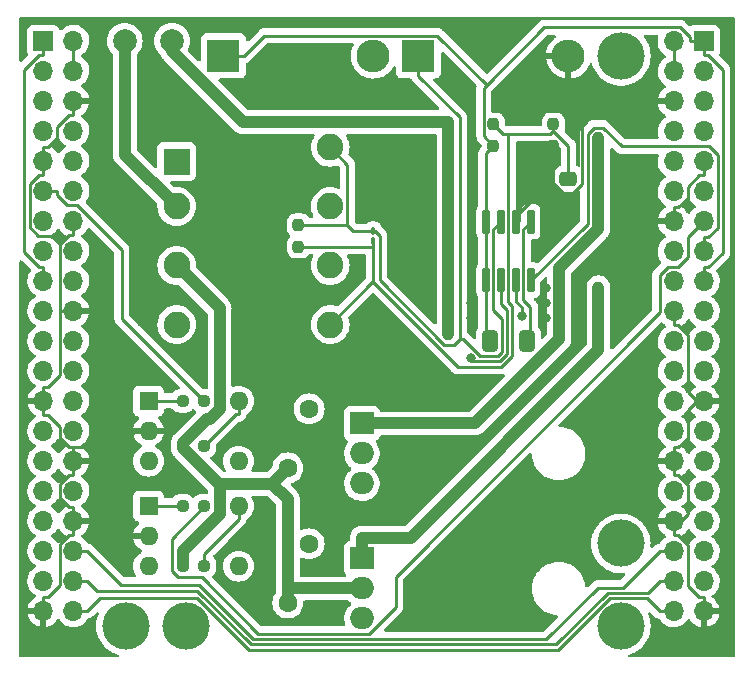
<source format=gbl>
G04 #@! TF.GenerationSoftware,KiCad,Pcbnew,(6.0.2)*
G04 #@! TF.CreationDate,2022-02-22T23:29:17+09:00*
G04 #@! TF.ProjectId,ACBoard,4143426f-6172-4642-9e6b-696361645f70,rev?*
G04 #@! TF.SameCoordinates,Original*
G04 #@! TF.FileFunction,Copper,L2,Bot*
G04 #@! TF.FilePolarity,Positive*
%FSLAX46Y46*%
G04 Gerber Fmt 4.6, Leading zero omitted, Abs format (unit mm)*
G04 Created by KiCad (PCBNEW (6.0.2)) date 2022-02-22 23:29:17*
%MOMM*%
%LPD*%
G01*
G04 APERTURE LIST*
G04 Aperture macros list*
%AMRoundRect*
0 Rectangle with rounded corners*
0 $1 Rounding radius*
0 $2 $3 $4 $5 $6 $7 $8 $9 X,Y pos of 4 corners*
0 Add a 4 corners polygon primitive as box body*
4,1,4,$2,$3,$4,$5,$6,$7,$8,$9,$2,$3,0*
0 Add four circle primitives for the rounded corners*
1,1,$1+$1,$2,$3*
1,1,$1+$1,$4,$5*
1,1,$1+$1,$6,$7*
1,1,$1+$1,$8,$9*
0 Add four rect primitives between the rounded corners*
20,1,$1+$1,$2,$3,$4,$5,0*
20,1,$1+$1,$4,$5,$6,$7,0*
20,1,$1+$1,$6,$7,$8,$9,0*
20,1,$1+$1,$8,$9,$2,$3,0*%
G04 Aperture macros list end*
G04 #@! TA.AperFunction,WasherPad*
%ADD10C,4.000000*%
G04 #@! TD*
G04 #@! TA.AperFunction,SMDPad,CuDef*
%ADD11RoundRect,0.042000X-0.258000X0.943000X-0.258000X-0.943000X0.258000X-0.943000X0.258000X0.943000X0*%
G04 #@! TD*
G04 #@! TA.AperFunction,ComponentPad*
%ADD12R,1.600000X1.600000*%
G04 #@! TD*
G04 #@! TA.AperFunction,ComponentPad*
%ADD13O,1.600000X1.600000*%
G04 #@! TD*
G04 #@! TA.AperFunction,ComponentPad*
%ADD14R,2.250000X2.250000*%
G04 #@! TD*
G04 #@! TA.AperFunction,ComponentPad*
%ADD15C,2.250000*%
G04 #@! TD*
G04 #@! TA.AperFunction,ComponentPad*
%ADD16C,1.600000*%
G04 #@! TD*
G04 #@! TA.AperFunction,SMDPad,CuDef*
%ADD17RoundRect,0.237500X-0.237500X0.250000X-0.237500X-0.250000X0.237500X-0.250000X0.237500X0.250000X0*%
G04 #@! TD*
G04 #@! TA.AperFunction,SMDPad,CuDef*
%ADD18RoundRect,0.237500X0.237500X-0.250000X0.237500X0.250000X-0.237500X0.250000X-0.237500X-0.250000X0*%
G04 #@! TD*
G04 #@! TA.AperFunction,SMDPad,CuDef*
%ADD19RoundRect,0.237500X0.250000X0.237500X-0.250000X0.237500X-0.250000X-0.237500X0.250000X-0.237500X0*%
G04 #@! TD*
G04 #@! TA.AperFunction,ComponentPad*
%ADD20O,1.000000X5.000000*%
G04 #@! TD*
G04 #@! TA.AperFunction,ComponentPad*
%ADD21C,2.000000*%
G04 #@! TD*
G04 #@! TA.AperFunction,ComponentPad*
%ADD22R,1.700000X1.700000*%
G04 #@! TD*
G04 #@! TA.AperFunction,ComponentPad*
%ADD23O,1.700000X1.700000*%
G04 #@! TD*
G04 #@! TA.AperFunction,ComponentPad*
%ADD24R,2.800000X2.800000*%
G04 #@! TD*
G04 #@! TA.AperFunction,ComponentPad*
%ADD25O,2.800000X2.800000*%
G04 #@! TD*
G04 #@! TA.AperFunction,SMDPad,CuDef*
%ADD26RoundRect,0.100000X0.100000X-0.217500X0.100000X0.217500X-0.100000X0.217500X-0.100000X-0.217500X0*%
G04 #@! TD*
G04 #@! TA.AperFunction,ComponentPad*
%ADD27R,2.000000X1.905000*%
G04 #@! TD*
G04 #@! TA.AperFunction,ComponentPad*
%ADD28O,2.000000X1.905000*%
G04 #@! TD*
G04 #@! TA.AperFunction,SMDPad,CuDef*
%ADD29RoundRect,0.250000X-0.412500X-0.650000X0.412500X-0.650000X0.412500X0.650000X-0.412500X0.650000X0*%
G04 #@! TD*
G04 #@! TA.AperFunction,SMDPad,CuDef*
%ADD30RoundRect,0.250000X-0.475000X0.337500X-0.475000X-0.337500X0.475000X-0.337500X0.475000X0.337500X0*%
G04 #@! TD*
G04 #@! TA.AperFunction,ViaPad*
%ADD31C,0.800000*%
G04 #@! TD*
G04 #@! TA.AperFunction,Conductor*
%ADD32C,0.250000*%
G04 #@! TD*
G04 #@! TA.AperFunction,Conductor*
%ADD33C,1.000000*%
G04 #@! TD*
G04 APERTURE END LIST*
D10*
X208915000Y-61595000D03*
X208915000Y-68580000D03*
X208915000Y-20320000D03*
X172085000Y-68580000D03*
X167005000Y-68580000D03*
D11*
X197485000Y-39300000D03*
X198755000Y-39300000D03*
X200025000Y-39300000D03*
X201295000Y-39300000D03*
X201295000Y-34360000D03*
X200025000Y-34360000D03*
X198755000Y-34360000D03*
X197485000Y-34360000D03*
D12*
X168920000Y-58435000D03*
D13*
X168920000Y-60975000D03*
X168920000Y-63515000D03*
X176540000Y-63515000D03*
X176540000Y-58435000D03*
D12*
X168920000Y-49545000D03*
D13*
X168920000Y-52085000D03*
X168920000Y-54625000D03*
X176540000Y-54625000D03*
X176540000Y-49545000D03*
D14*
X171300000Y-29260000D03*
D15*
X171300000Y-33060000D03*
X171300000Y-38060000D03*
X171300000Y-43060000D03*
X184300000Y-43060000D03*
X184300000Y-38060000D03*
X184300000Y-33060000D03*
X184300000Y-28060000D03*
D16*
X180710000Y-66635000D03*
X182510000Y-61635000D03*
X182510000Y-50205000D03*
X180710000Y-55205000D03*
D17*
X203200000Y-27940000D03*
X203200000Y-26115000D03*
D18*
X198120000Y-26115000D03*
X198120000Y-27940000D03*
D17*
X181610000Y-34647500D03*
X181610000Y-36472500D03*
D19*
X173632500Y-63500000D03*
X171807500Y-63500000D03*
X173632500Y-53340000D03*
X171807500Y-53340000D03*
X173632500Y-58420000D03*
X171807500Y-58420000D03*
X173632500Y-49530000D03*
X171807500Y-49530000D03*
D20*
X194310000Y-41910000D03*
X207010000Y-41910000D03*
X194310000Y-29210000D03*
X207010000Y-29210000D03*
D21*
X166910000Y-19050000D03*
X170910000Y-19050000D03*
D22*
X160015000Y-19055000D03*
D23*
X162555000Y-19055000D03*
X160015000Y-21595000D03*
X162555000Y-21595000D03*
X160015000Y-24135000D03*
X162555000Y-24135000D03*
X160015000Y-26675000D03*
X162555000Y-26675000D03*
X160015000Y-29215000D03*
X162555000Y-29215000D03*
X160015000Y-31755000D03*
X162555000Y-31755000D03*
X160015000Y-34295000D03*
X162555000Y-34295000D03*
X160015000Y-36835000D03*
X162555000Y-36835000D03*
X160015000Y-39375000D03*
X162555000Y-39375000D03*
X160015000Y-41915000D03*
X162555000Y-41915000D03*
X160015000Y-44455000D03*
X162555000Y-44455000D03*
X160015000Y-46995000D03*
X162555000Y-46995000D03*
X160015000Y-49535000D03*
X162555000Y-49535000D03*
X160015000Y-52075000D03*
X162555000Y-52075000D03*
X160015000Y-54615000D03*
X162555000Y-54615000D03*
X160015000Y-57155000D03*
X162555000Y-57155000D03*
X160015000Y-59695000D03*
X162555000Y-59695000D03*
X160015000Y-62235000D03*
X162555000Y-62235000D03*
X160015000Y-64775000D03*
X162555000Y-64775000D03*
X160015000Y-67315000D03*
X162555000Y-67315000D03*
D22*
X215920000Y-19080000D03*
D23*
X213380000Y-19080000D03*
X215920000Y-21620000D03*
X213380000Y-21620000D03*
X215920000Y-24160000D03*
X213380000Y-24160000D03*
X215920000Y-26700000D03*
X213380000Y-26700000D03*
X215920000Y-29240000D03*
X213380000Y-29240000D03*
X215920000Y-31780000D03*
X213380000Y-31780000D03*
X215920000Y-34320000D03*
X213380000Y-34320000D03*
X215920000Y-36860000D03*
X213380000Y-36860000D03*
X215920000Y-39400000D03*
X213380000Y-39400000D03*
X215920000Y-41940000D03*
X213380000Y-41940000D03*
X215920000Y-44480000D03*
X213380000Y-44480000D03*
X215920000Y-47020000D03*
X213380000Y-47020000D03*
X215920000Y-49560000D03*
X213380000Y-49560000D03*
X215920000Y-52100000D03*
X213380000Y-52100000D03*
X215920000Y-54640000D03*
X213380000Y-54640000D03*
X215920000Y-57180000D03*
X213380000Y-57180000D03*
X215920000Y-59720000D03*
X213380000Y-59720000D03*
X215920000Y-62260000D03*
X213380000Y-62260000D03*
X215920000Y-64800000D03*
X213380000Y-64800000D03*
X215920000Y-67340000D03*
X213380000Y-67340000D03*
D24*
X191770000Y-20320000D03*
D25*
X204470000Y-20320000D03*
D24*
X175260000Y-20320000D03*
D25*
X187960000Y-20320000D03*
D26*
X187960000Y-35967500D03*
X187960000Y-35152500D03*
D27*
X186985000Y-62865000D03*
D28*
X186985000Y-65405000D03*
X186985000Y-67945000D03*
D27*
X186985000Y-51435000D03*
D28*
X186985000Y-53975000D03*
X186985000Y-56515000D03*
D29*
X200952500Y-44450000D03*
X197827500Y-44450000D03*
D30*
X204470000Y-32787500D03*
X204470000Y-30712500D03*
D31*
X184150000Y-55245000D03*
X182880000Y-55245000D03*
X184150000Y-57785000D03*
X182880000Y-57785000D03*
X168275000Y-33655000D03*
X168910000Y-41275000D03*
X188595000Y-42545000D03*
X188595000Y-43815000D03*
X187325000Y-43815000D03*
X187325000Y-42545000D03*
X185420000Y-20320000D03*
X185420000Y-21590000D03*
X184150000Y-21590000D03*
X184150000Y-20320000D03*
X209550000Y-41910000D03*
X209550000Y-40640000D03*
X215900000Y-69850000D03*
X214630000Y-69850000D03*
X213360000Y-69850000D03*
X180975000Y-52070000D03*
X179705000Y-53340000D03*
X179705000Y-52070000D03*
X179705000Y-50800000D03*
X196850000Y-63500000D03*
X196850000Y-62230000D03*
X195580000Y-62230000D03*
X195580000Y-63500000D03*
X195580000Y-66040000D03*
X194310000Y-66040000D03*
X193040000Y-67310000D03*
X166370000Y-62865000D03*
X166370000Y-61595000D03*
X166370000Y-58420000D03*
X178435000Y-61595000D03*
X184785000Y-67310000D03*
X183515000Y-67310000D03*
X177800000Y-66675000D03*
X177800000Y-65405000D03*
X207645000Y-53975000D03*
X208915000Y-53975000D03*
X208915000Y-52705000D03*
X207645000Y-52705000D03*
X191135000Y-53340000D03*
X189865000Y-53340000D03*
X191135000Y-54610000D03*
X191135000Y-55880000D03*
X189865000Y-55880000D03*
X189865000Y-54610000D03*
X179705000Y-41275000D03*
X179705000Y-42545000D03*
X178435000Y-42545000D03*
X178435000Y-41275000D03*
X176530000Y-33020000D03*
X176530000Y-34290000D03*
X175260000Y-34290000D03*
X175260000Y-33020000D03*
X180975000Y-24130000D03*
X202565000Y-40005000D03*
X202565000Y-42545000D03*
X202565000Y-41275000D03*
X196215000Y-41275000D03*
X196215000Y-42545000D03*
X195580000Y-67310000D03*
X194310000Y-62230000D03*
X194310000Y-63500000D03*
X194310000Y-67310000D03*
X193040000Y-66040000D03*
X193040000Y-63500000D03*
X195580000Y-53975000D03*
X194310000Y-55245000D03*
X194310000Y-53975000D03*
X193040000Y-53975000D03*
X193040000Y-55245000D03*
X193040000Y-56515000D03*
X200025000Y-56515000D03*
X204470000Y-57785000D03*
X203200000Y-57785000D03*
X201930000Y-57785000D03*
X200660000Y-57785000D03*
X199390000Y-57785000D03*
X198755000Y-19050000D03*
X196850000Y-19050000D03*
X189865000Y-28575000D03*
X189865000Y-29845000D03*
X188595000Y-29845000D03*
X188595000Y-28575000D03*
X190500000Y-35560000D03*
X191770000Y-35560000D03*
X191770000Y-34290000D03*
X190500000Y-34290000D03*
X194310000Y-21590000D03*
X161290000Y-70485000D03*
X160020000Y-70485000D03*
X207645000Y-37465000D03*
X208915000Y-37465000D03*
X210185000Y-31115000D03*
X208915000Y-31115000D03*
X208915000Y-29845000D03*
X201930000Y-29210000D03*
X201930000Y-30480000D03*
X200660000Y-30480000D03*
X200660000Y-29210000D03*
X177800000Y-29845000D03*
X177800000Y-28575000D03*
X176530000Y-28575000D03*
X176530000Y-29845000D03*
X175260000Y-29845000D03*
X175260000Y-28575000D03*
X177800000Y-38735000D03*
X177800000Y-37465000D03*
X176530000Y-37465000D03*
X176530000Y-38735000D03*
X175260000Y-38735000D03*
X175260000Y-37465000D03*
X196198000Y-45930900D03*
X200514100Y-42321100D03*
D32*
X173632500Y-62467800D02*
X176540000Y-59560300D01*
X173632500Y-63500000D02*
X173632500Y-62467800D01*
X176540000Y-58435000D02*
X176540000Y-59560300D01*
X176302200Y-50670300D02*
X176540000Y-50670300D01*
X173632500Y-53340000D02*
X176302200Y-50670300D01*
X176540000Y-49545000D02*
X176540000Y-50670300D01*
X170060300Y-58420000D02*
X170045300Y-58435000D01*
X171807500Y-58420000D02*
X170060300Y-58420000D01*
X168920000Y-58435000D02*
X170045300Y-58435000D01*
X170060300Y-49530000D02*
X170045300Y-49545000D01*
X171807500Y-49530000D02*
X170060300Y-49530000D01*
X168920000Y-49545000D02*
X170045300Y-49545000D01*
D33*
X194310000Y-41910000D02*
X194310000Y-38609700D01*
X176911500Y-25909700D02*
X194310000Y-25909700D01*
X170910000Y-19908200D02*
X176911500Y-25909700D01*
X170910000Y-19050000D02*
X170910000Y-19908200D01*
X194310000Y-29210000D02*
X194310000Y-25909700D01*
X194310000Y-32510300D02*
X194310000Y-38609700D01*
X194310000Y-29210000D02*
X194310000Y-32510300D01*
X166910000Y-28670000D02*
X171300000Y-33060000D01*
X166910000Y-19050000D02*
X166910000Y-28670000D01*
D32*
X213380000Y-67340000D02*
X212204700Y-67340000D01*
X162555000Y-67315000D02*
X163730300Y-67315000D01*
X211110400Y-66245700D02*
X212204700Y-67340000D01*
X207960800Y-66245700D02*
X211110400Y-66245700D01*
X203590300Y-70616200D02*
X207960800Y-66245700D01*
X177424100Y-70616200D02*
X203590300Y-70616200D01*
X173043000Y-66235100D02*
X177424100Y-70616200D01*
X164810200Y-66235100D02*
X173043000Y-66235100D01*
X163730300Y-67315000D02*
X164810200Y-66235100D01*
X213380000Y-64800000D02*
X212204700Y-64800000D01*
X162555000Y-64775000D02*
X163730300Y-64775000D01*
X211218300Y-65786400D02*
X212204700Y-64800000D01*
X207783100Y-65786400D02*
X211218300Y-65786400D01*
X203419800Y-70149700D02*
X207783100Y-65786400D01*
X177594500Y-70149700D02*
X203419800Y-70149700D01*
X173050900Y-65606100D02*
X177594500Y-70149700D01*
X164561400Y-65606100D02*
X173050900Y-65606100D01*
X163730300Y-64775000D02*
X164561400Y-65606100D01*
X213380000Y-62260000D02*
X212204700Y-62260000D01*
X162555000Y-62235000D02*
X163730300Y-62235000D01*
X209128600Y-65336100D02*
X212204700Y-62260000D01*
X206959700Y-65336100D02*
X209128600Y-65336100D01*
X202603700Y-69692100D02*
X206959700Y-65336100D01*
X177773800Y-69692100D02*
X202603700Y-69692100D01*
X173172700Y-65091000D02*
X177773800Y-69692100D01*
X166586300Y-65091000D02*
X173172700Y-65091000D01*
X163730300Y-62235000D02*
X166586300Y-65091000D01*
X198755000Y-41345600D02*
X198755000Y-39300000D01*
X199277400Y-41868000D02*
X198755000Y-41345600D01*
X199277400Y-45537600D02*
X199277400Y-41868000D01*
X198658900Y-46156100D02*
X199277400Y-45537600D01*
X196423200Y-46156100D02*
X198658900Y-46156100D01*
X196198000Y-45930900D02*
X196423200Y-46156100D01*
X200025000Y-41116500D02*
X200025000Y-39300000D01*
X200514100Y-41605600D02*
X200025000Y-41116500D01*
X200514100Y-42321100D02*
X200514100Y-41605600D01*
X206084600Y-34510400D02*
X201295000Y-39300000D01*
X206084600Y-26904900D02*
X206084600Y-34510400D01*
X206609800Y-26379700D02*
X206084600Y-26904900D01*
X207380000Y-26379700D02*
X206609800Y-26379700D01*
X208970300Y-27970000D02*
X207380000Y-26379700D01*
X216332600Y-27970000D02*
X208970300Y-27970000D01*
X217095300Y-28732700D02*
X216332600Y-27970000D01*
X217095300Y-34871300D02*
X217095300Y-28732700D01*
X216281900Y-35684700D02*
X217095300Y-34871300D01*
X215920000Y-35684700D02*
X216281900Y-35684700D01*
X215920000Y-36860000D02*
X215920000Y-35684700D01*
X214555400Y-35684600D02*
X215920000Y-34320000D01*
X214555400Y-37385600D02*
X214555400Y-35684600D01*
X213773400Y-38167600D02*
X214555400Y-37385600D01*
X212890900Y-38167600D02*
X213773400Y-38167600D01*
X212204600Y-38853900D02*
X212890900Y-38167600D01*
X212204600Y-42040100D02*
X212204600Y-38853900D01*
X189845300Y-64399400D02*
X212204600Y-42040100D01*
X189845300Y-66995100D02*
X189845300Y-64399400D01*
X187598700Y-69241700D02*
X189845300Y-66995100D01*
X178210100Y-69241700D02*
X187598700Y-69241700D01*
X173427200Y-64458800D02*
X178210100Y-69241700D01*
X171417400Y-64458800D02*
X173427200Y-64458800D01*
X170866800Y-63908200D02*
X171417400Y-64458800D01*
X170866800Y-61185700D02*
X170866800Y-63908200D01*
X173632500Y-58420000D02*
X170866800Y-61185700D01*
X166654900Y-42552400D02*
X173632500Y-49530000D01*
X166654900Y-36713700D02*
X166654900Y-42552400D01*
X162871500Y-32930300D02*
X166654900Y-36713700D01*
X161998200Y-32930300D02*
X162871500Y-32930300D01*
X161190300Y-32122400D02*
X161998200Y-32930300D01*
X161190300Y-31755000D02*
X161190300Y-32122400D01*
X160015000Y-31755000D02*
X161190300Y-31755000D01*
X213380000Y-21620000D02*
X213380000Y-19080000D01*
X162555000Y-21595000D02*
X162555000Y-19055000D01*
X185762900Y-29522900D02*
X185762900Y-34647500D01*
X184300000Y-28060000D02*
X185762900Y-29522900D01*
X185762900Y-34647500D02*
X181610000Y-34647500D01*
X186267900Y-35152500D02*
X187960000Y-35152500D01*
X185762900Y-34647500D02*
X186267900Y-35152500D01*
X191770000Y-20320000D02*
X191770000Y-22045300D01*
X195250900Y-25526200D02*
X195250900Y-44290800D01*
X191770000Y-22045300D02*
X195250900Y-25526200D01*
X194763700Y-44778000D02*
X195250900Y-44290800D01*
X193951200Y-44778000D02*
X194763700Y-44778000D01*
X188485800Y-39312600D02*
X193951200Y-44778000D01*
X188485800Y-35573500D02*
X188485800Y-39312600D01*
X188064800Y-35152500D02*
X188485800Y-35573500D01*
X187960000Y-35152500D02*
X188064800Y-35152500D01*
X195583700Y-44290800D02*
X195250900Y-44290800D01*
X196998700Y-45705800D02*
X195583700Y-44290800D01*
X198472300Y-45705800D02*
X196998700Y-45705800D01*
X198823100Y-45355000D02*
X198472300Y-45705800D01*
X198823100Y-42569100D02*
X198823100Y-45355000D01*
X198120000Y-41866000D02*
X198823100Y-42569100D01*
X198120000Y-34995000D02*
X198120000Y-41866000D01*
X198755000Y-34360000D02*
X198120000Y-34995000D01*
D33*
X191108100Y-61112200D02*
X186985000Y-61112200D01*
X207010000Y-45210300D02*
X191108100Y-61112200D01*
X207010000Y-41910000D02*
X207010000Y-45210300D01*
X186985000Y-62865000D02*
X186985000Y-61112200D01*
X186985000Y-65405000D02*
X185184700Y-65405000D01*
X180710000Y-65405000D02*
X185184700Y-65405000D01*
X180710000Y-66635000D02*
X180710000Y-65405000D01*
X179385000Y-56530000D02*
X180710000Y-55205000D01*
X180710000Y-57855000D02*
X179385000Y-56530000D01*
X180710000Y-65405000D02*
X180710000Y-57855000D01*
X179385000Y-56530000D02*
X174939600Y-56530000D01*
X171807500Y-62268800D02*
X171807500Y-63500000D01*
X174939600Y-59136700D02*
X171807500Y-62268800D01*
X174939600Y-56530000D02*
X174939600Y-59136700D01*
X171807500Y-53491600D02*
X171807500Y-53340000D01*
X174845900Y-56530000D02*
X171807500Y-53491600D01*
X174939600Y-56530000D02*
X174845900Y-56530000D01*
X174930400Y-41690400D02*
X171300000Y-38060000D01*
X174930400Y-50235900D02*
X174930400Y-41690400D01*
X174095900Y-51070400D02*
X174930400Y-50235900D01*
X173837800Y-51070400D02*
X174095900Y-51070400D01*
X171807500Y-53100700D02*
X173837800Y-51070400D01*
X171807500Y-53340000D02*
X171807500Y-53100700D01*
X207010000Y-34940400D02*
X207010000Y-29210000D01*
X203690900Y-38259500D02*
X207010000Y-34940400D01*
X203690900Y-44296300D02*
X203690900Y-38259500D01*
X196552200Y-51435000D02*
X203690900Y-44296300D01*
X186985000Y-51435000D02*
X196552200Y-51435000D01*
D32*
X200660000Y-34995000D02*
X201295000Y-34360000D01*
X200660000Y-40975500D02*
X200660000Y-34995000D01*
X201249600Y-41565100D02*
X200660000Y-40975500D01*
X201249600Y-44152900D02*
X201249600Y-41565100D01*
X200952500Y-44450000D02*
X201249600Y-44152900D01*
X215920000Y-19080000D02*
X215920000Y-20255300D01*
X215920000Y-39400000D02*
X215920000Y-38224700D01*
X160015000Y-19055000D02*
X160015000Y-20230300D01*
X160015000Y-39375000D02*
X160015000Y-38199700D01*
X216287300Y-20255300D02*
X215920000Y-20255300D01*
X217545600Y-21513600D02*
X216287300Y-20255300D01*
X217545600Y-36966500D02*
X217545600Y-21513600D01*
X216287400Y-38224700D02*
X217545600Y-36966500D01*
X215920000Y-38224700D02*
X216287400Y-38224700D01*
X159647500Y-38199700D02*
X160015000Y-38199700D01*
X158389300Y-36941500D02*
X159647500Y-38199700D01*
X158389300Y-21488700D02*
X158389300Y-36941500D01*
X159647700Y-20230300D02*
X158389300Y-21488700D01*
X160015000Y-20230300D02*
X159647700Y-20230300D01*
X197485000Y-44107500D02*
X197485000Y-39300000D01*
X197827500Y-44450000D02*
X197485000Y-44107500D01*
X215920000Y-19080000D02*
X214744700Y-19080000D01*
X214744700Y-18712600D02*
X214744700Y-19080000D01*
X213936800Y-17904700D02*
X214744700Y-18712600D01*
X202419600Y-17904700D02*
X213936800Y-17904700D01*
X197544000Y-22780300D02*
X202419600Y-17904700D01*
X193358300Y-18594600D02*
X197544000Y-22780300D01*
X178710700Y-18594600D02*
X193358300Y-18594600D01*
X176985300Y-20320000D02*
X178710700Y-18594600D01*
X175260000Y-20320000D02*
X176985300Y-20320000D01*
X197317500Y-27137500D02*
X198120000Y-27940000D01*
X197317500Y-23006800D02*
X197317500Y-27137500D01*
X197544000Y-22780300D02*
X197317500Y-23006800D01*
X197485000Y-39300000D02*
X197485000Y-34360000D01*
X197485000Y-28575000D02*
X198120000Y-27940000D01*
X197485000Y-34360000D02*
X197485000Y-28575000D01*
X213380000Y-41940000D02*
X213380000Y-43115300D01*
X162187600Y-53439700D02*
X162555000Y-53439700D01*
X161379700Y-52631800D02*
X162187600Y-53439700D01*
X161379700Y-51707600D02*
X161379700Y-52631800D01*
X160382400Y-50710300D02*
X161379700Y-51707600D01*
X160015000Y-50710300D02*
X160382400Y-50710300D01*
X160015000Y-49535000D02*
X160015000Y-50710300D01*
X162555000Y-54615000D02*
X162555000Y-53439700D01*
X160015000Y-49535000D02*
X160015000Y-48359700D01*
X166440000Y-53439700D02*
X162555000Y-53439700D01*
X167794700Y-52085000D02*
X166440000Y-53439700D01*
X168920000Y-52085000D02*
X167794700Y-52085000D01*
X162187600Y-55790300D02*
X162555000Y-55790300D01*
X161379700Y-56598200D02*
X162187600Y-55790300D01*
X161379700Y-57711700D02*
X161379700Y-56598200D01*
X162187700Y-58519700D02*
X161379700Y-57711700D01*
X162555000Y-58519700D02*
X162187700Y-58519700D01*
X162555000Y-59695000D02*
X162555000Y-58519700D01*
X162555000Y-54615000D02*
X162555000Y-55790300D01*
X162187600Y-60870300D02*
X162555000Y-60870300D01*
X161379700Y-61678200D02*
X162187600Y-60870300D01*
X161379700Y-65142400D02*
X161379700Y-61678200D01*
X160382400Y-66139700D02*
X161379700Y-65142400D01*
X160015000Y-66139700D02*
X160382400Y-66139700D01*
X160015000Y-67315000D02*
X160015000Y-66139700D01*
X162555000Y-59695000D02*
X162555000Y-60870300D01*
X213747400Y-60895300D02*
X213380000Y-60895300D01*
X214555300Y-61703200D02*
X213747400Y-60895300D01*
X214555300Y-65167400D02*
X214555300Y-61703200D01*
X215552600Y-66164700D02*
X214555300Y-65167400D01*
X215920000Y-66164700D02*
X215552600Y-66164700D01*
X215920000Y-67340000D02*
X215920000Y-66164700D01*
X204470000Y-20320000D02*
X204470000Y-22045300D01*
X213380000Y-24160000D02*
X212204700Y-24160000D01*
X213747400Y-33144700D02*
X213380000Y-33144700D01*
X214555300Y-32336800D02*
X213747400Y-33144700D01*
X214555300Y-31412600D02*
X214555300Y-32336800D01*
X215552600Y-30415300D02*
X214555300Y-31412600D01*
X215920000Y-30415300D02*
X215552600Y-30415300D01*
X215920000Y-29240000D02*
X215920000Y-30415300D01*
X213380000Y-54640000D02*
X213380000Y-53464700D01*
X213747400Y-53464700D02*
X213380000Y-53464700D01*
X214555300Y-52656800D02*
X213747400Y-53464700D01*
X214555300Y-50337100D02*
X214555300Y-52656800D01*
X215332400Y-49560000D02*
X214555300Y-50337100D01*
X215920000Y-49560000D02*
X215332400Y-49560000D01*
X213747400Y-43115300D02*
X213380000Y-43115300D01*
X214555300Y-43923200D02*
X213747400Y-43115300D01*
X214555300Y-48782900D02*
X214555300Y-43923200D01*
X215332400Y-49560000D02*
X214555300Y-48782900D01*
X213380000Y-59720000D02*
X213380000Y-60307600D01*
X213380000Y-60307600D02*
X213380000Y-60895300D01*
X213747400Y-55815300D02*
X213380000Y-55815300D01*
X214555300Y-56623200D02*
X213747400Y-55815300D01*
X214555300Y-59132300D02*
X214555300Y-56623200D01*
X213380000Y-60307600D02*
X214555300Y-59132300D01*
X213380000Y-54640000D02*
X213380000Y-55815300D01*
X162555000Y-41915000D02*
X161379700Y-41915000D01*
X162555000Y-24135000D02*
X162555000Y-25310300D01*
X212204700Y-24160000D02*
X205634400Y-24160000D01*
X204470000Y-22995600D02*
X204470000Y-22045300D01*
X205634400Y-24160000D02*
X204470000Y-22995600D01*
X205634200Y-31204400D02*
X204468800Y-32369800D01*
X205634200Y-24160200D02*
X205634200Y-31204400D01*
X205634400Y-24160000D02*
X205634200Y-24160200D01*
X204470000Y-32371000D02*
X204468800Y-32369800D01*
X204470000Y-32787500D02*
X204470000Y-32371000D01*
X204468800Y-32369800D02*
X203200000Y-31101000D01*
X203200000Y-31101000D02*
X203200000Y-27940000D01*
X200025000Y-33886700D02*
X200025000Y-34360000D01*
X202810700Y-31101000D02*
X200025000Y-33886700D01*
X203200000Y-31101000D02*
X202810700Y-31101000D01*
X162187600Y-25310300D02*
X162555000Y-25310300D01*
X161190300Y-26307600D02*
X162187600Y-25310300D01*
X161190300Y-27231800D02*
X161190300Y-26307600D01*
X160382400Y-28039700D02*
X161190300Y-27231800D01*
X160015000Y-28039700D02*
X160382400Y-28039700D01*
X160015000Y-29215000D02*
X160015000Y-28039700D01*
X213380000Y-34320000D02*
X213380000Y-33144700D01*
X161379700Y-47362400D02*
X161379700Y-41915000D01*
X160382400Y-48359700D02*
X161379700Y-47362400D01*
X160015000Y-48359700D02*
X160382400Y-48359700D01*
X162555000Y-34295000D02*
X162555000Y-35470300D01*
X162187600Y-35470300D02*
X162555000Y-35470300D01*
X161379700Y-36278200D02*
X162187600Y-35470300D01*
X161379700Y-41915000D02*
X161379700Y-36278200D01*
X159647600Y-30390300D02*
X160015000Y-30390300D01*
X158839700Y-31198200D02*
X159647600Y-30390300D01*
X158839700Y-34839300D02*
X158839700Y-31198200D01*
X159565400Y-35565000D02*
X158839700Y-34839300D01*
X160666500Y-35565000D02*
X159565400Y-35565000D01*
X161379700Y-36278200D02*
X160666500Y-35565000D01*
X160015000Y-29215000D02*
X160015000Y-30390300D01*
X203200000Y-26637400D02*
X203200000Y-26115000D01*
X204470000Y-27907400D02*
X203200000Y-26637400D01*
X204470000Y-30712500D02*
X204470000Y-27907400D01*
X198921300Y-26916300D02*
X199390000Y-26916300D01*
X198120000Y-26115000D02*
X198921300Y-26916300D01*
X202921100Y-26916300D02*
X203200000Y-26637400D01*
X199390000Y-26916300D02*
X202921100Y-26916300D01*
X199390000Y-41118400D02*
X199390000Y-26916300D01*
X199727700Y-41456100D02*
X199390000Y-41118400D01*
X199727700Y-45724200D02*
X199727700Y-41456100D01*
X198795700Y-46656200D02*
X199727700Y-45724200D01*
X195131200Y-46656200D02*
X198795700Y-46656200D01*
X187960000Y-39485000D02*
X195131200Y-46656200D01*
X187875000Y-39485000D02*
X187960000Y-39485000D01*
X184300000Y-43060000D02*
X187875000Y-39485000D01*
X187960000Y-36472500D02*
X181610000Y-36472500D01*
X187960000Y-39485000D02*
X187960000Y-36472500D01*
X187960000Y-36472500D02*
X187960000Y-35967500D01*
G04 #@! TA.AperFunction,Conductor*
G36*
X158196512Y-37645070D02*
G01*
X158203095Y-37651199D01*
X158927780Y-38375884D01*
X158961806Y-38438196D01*
X158956741Y-38509011D01*
X158942775Y-38535982D01*
X158829743Y-38701680D01*
X158816113Y-38731044D01*
X158738945Y-38897289D01*
X158735688Y-38904305D01*
X158675989Y-39119570D01*
X158652251Y-39341695D01*
X158652548Y-39346848D01*
X158652548Y-39346851D01*
X158662001Y-39510787D01*
X158665110Y-39564715D01*
X158666247Y-39569761D01*
X158666248Y-39569767D01*
X158686119Y-39657939D01*
X158714222Y-39782639D01*
X158798266Y-39989616D01*
X158841310Y-40059857D01*
X158912291Y-40175688D01*
X158914987Y-40180088D01*
X159061250Y-40348938D01*
X159233126Y-40491632D01*
X159270253Y-40513327D01*
X159306445Y-40534476D01*
X159355169Y-40586114D01*
X159368240Y-40655897D01*
X159341509Y-40721669D01*
X159301055Y-40755027D01*
X159288607Y-40761507D01*
X159284474Y-40764610D01*
X159284471Y-40764612D01*
X159147569Y-40867401D01*
X159109965Y-40895635D01*
X159084894Y-40921870D01*
X159000819Y-41009850D01*
X158955629Y-41057138D01*
X158952715Y-41061410D01*
X158952714Y-41061411D01*
X158920744Y-41108277D01*
X158829743Y-41241680D01*
X158802398Y-41300590D01*
X158772409Y-41365197D01*
X158735688Y-41444305D01*
X158675989Y-41659570D01*
X158652251Y-41881695D01*
X158652548Y-41886848D01*
X158652548Y-41886851D01*
X158659662Y-42010225D01*
X158665110Y-42104715D01*
X158666247Y-42109761D01*
X158666248Y-42109767D01*
X158677642Y-42160324D01*
X158714222Y-42322639D01*
X158798266Y-42529616D01*
X158800965Y-42534020D01*
X158909539Y-42711197D01*
X158914987Y-42720088D01*
X159061250Y-42888938D01*
X159233126Y-43031632D01*
X159275909Y-43056632D01*
X159306445Y-43074476D01*
X159355169Y-43126114D01*
X159368240Y-43195897D01*
X159341509Y-43261669D01*
X159301055Y-43295027D01*
X159288607Y-43301507D01*
X159284474Y-43304610D01*
X159284471Y-43304612D01*
X159231215Y-43344598D01*
X159109965Y-43435635D01*
X158955629Y-43597138D01*
X158829743Y-43781680D01*
X158735688Y-43984305D01*
X158675989Y-44199570D01*
X158652251Y-44421695D01*
X158652548Y-44426848D01*
X158652548Y-44426851D01*
X158662354Y-44596920D01*
X158665110Y-44644715D01*
X158666247Y-44649761D01*
X158666248Y-44649767D01*
X158677775Y-44700914D01*
X158714222Y-44862639D01*
X158798266Y-45069616D01*
X158838157Y-45134712D01*
X158912291Y-45255688D01*
X158914987Y-45260088D01*
X159061250Y-45428938D01*
X159233126Y-45571632D01*
X159244431Y-45578238D01*
X159306445Y-45614476D01*
X159355169Y-45666114D01*
X159368240Y-45735897D01*
X159341509Y-45801669D01*
X159301055Y-45835027D01*
X159288607Y-45841507D01*
X159284474Y-45844610D01*
X159284471Y-45844612D01*
X159131774Y-45959260D01*
X159109965Y-45975635D01*
X158955629Y-46137138D01*
X158952720Y-46141403D01*
X158952714Y-46141411D01*
X158941124Y-46158401D01*
X158829743Y-46321680D01*
X158735688Y-46524305D01*
X158675989Y-46739570D01*
X158652251Y-46961695D01*
X158652548Y-46966848D01*
X158652548Y-46966851D01*
X158660794Y-47109858D01*
X158665110Y-47184715D01*
X158666247Y-47189761D01*
X158666248Y-47189767D01*
X158684470Y-47270623D01*
X158714222Y-47402639D01*
X158798266Y-47609616D01*
X158841310Y-47679857D01*
X158912291Y-47795688D01*
X158914987Y-47800088D01*
X159061250Y-47968938D01*
X159233126Y-48111632D01*
X159270253Y-48133327D01*
X159306955Y-48154774D01*
X159355679Y-48206412D01*
X159368750Y-48276195D01*
X159342019Y-48341967D01*
X159301562Y-48375327D01*
X159293457Y-48379546D01*
X159284738Y-48385036D01*
X159114433Y-48512905D01*
X159106726Y-48519748D01*
X158959590Y-48673717D01*
X158953104Y-48681727D01*
X158833098Y-48857649D01*
X158828000Y-48866623D01*
X158738338Y-49059783D01*
X158734775Y-49069470D01*
X158679389Y-49269183D01*
X158680912Y-49277607D01*
X158693292Y-49281000D01*
X160143000Y-49281000D01*
X160211121Y-49301002D01*
X160257614Y-49354658D01*
X160269000Y-49407000D01*
X160269000Y-49663000D01*
X160248998Y-49731121D01*
X160195342Y-49777614D01*
X160143000Y-49789000D01*
X158698225Y-49789000D01*
X158684694Y-49792973D01*
X158683257Y-49802966D01*
X158713565Y-49937446D01*
X158716645Y-49947275D01*
X158796770Y-50144603D01*
X158801413Y-50153794D01*
X158912694Y-50335388D01*
X158918777Y-50343699D01*
X159058213Y-50504667D01*
X159065580Y-50511883D01*
X159229434Y-50647916D01*
X159237881Y-50653831D01*
X159306969Y-50694203D01*
X159355693Y-50745842D01*
X159368764Y-50815625D01*
X159342033Y-50881396D01*
X159301584Y-50914752D01*
X159288607Y-50921507D01*
X159284474Y-50924610D01*
X159284471Y-50924612D01*
X159114100Y-51052530D01*
X159109965Y-51055635D01*
X158955629Y-51217138D01*
X158829743Y-51401680D01*
X158809811Y-51444621D01*
X158754039Y-51564772D01*
X158735688Y-51604305D01*
X158675989Y-51819570D01*
X158675440Y-51824707D01*
X158674456Y-51833913D01*
X158652251Y-52041695D01*
X158652548Y-52046848D01*
X158652548Y-52046851D01*
X158660520Y-52185116D01*
X158665110Y-52264715D01*
X158666247Y-52269761D01*
X158666248Y-52269767D01*
X158682746Y-52342973D01*
X158714222Y-52482639D01*
X158798266Y-52689616D01*
X158835736Y-52750761D01*
X158912291Y-52875688D01*
X158914987Y-52880088D01*
X159061250Y-53048938D01*
X159233126Y-53191632D01*
X159270253Y-53213327D01*
X159306445Y-53234476D01*
X159355169Y-53286114D01*
X159368240Y-53355897D01*
X159341509Y-53421669D01*
X159301055Y-53455027D01*
X159288607Y-53461507D01*
X159284474Y-53464610D01*
X159284471Y-53464612D01*
X159178154Y-53544437D01*
X159109965Y-53595635D01*
X158955629Y-53757138D01*
X158952715Y-53761410D01*
X158952714Y-53761411D01*
X158920744Y-53808277D01*
X158829743Y-53941680D01*
X158810812Y-53982463D01*
X158769208Y-54072093D01*
X158735688Y-54144305D01*
X158675989Y-54359570D01*
X158652251Y-54581695D01*
X158652548Y-54586848D01*
X158652548Y-54586851D01*
X158662593Y-54761067D01*
X158665110Y-54804715D01*
X158666247Y-54809761D01*
X158666248Y-54809767D01*
X158686096Y-54897837D01*
X158714222Y-55022639D01*
X158775673Y-55173976D01*
X158788271Y-55205000D01*
X158798266Y-55229616D01*
X158914987Y-55420088D01*
X159061250Y-55588938D01*
X159233126Y-55731632D01*
X159303595Y-55772811D01*
X159306445Y-55774476D01*
X159355169Y-55826114D01*
X159368240Y-55895897D01*
X159341509Y-55961669D01*
X159301055Y-55995027D01*
X159288607Y-56001507D01*
X159284474Y-56004610D01*
X159284471Y-56004612D01*
X159114100Y-56132530D01*
X159109965Y-56135635D01*
X158955629Y-56297138D01*
X158829743Y-56481680D01*
X158815959Y-56511375D01*
X158769208Y-56612093D01*
X158735688Y-56684305D01*
X158675989Y-56899570D01*
X158652251Y-57121695D01*
X158652548Y-57126848D01*
X158652548Y-57126851D01*
X158662709Y-57303074D01*
X158665110Y-57344715D01*
X158666247Y-57349761D01*
X158666248Y-57349767D01*
X158674581Y-57386740D01*
X158714222Y-57562639D01*
X158798266Y-57769616D01*
X158838610Y-57835452D01*
X158912291Y-57955688D01*
X158914987Y-57960088D01*
X159061250Y-58128938D01*
X159233126Y-58271632D01*
X159270253Y-58293327D01*
X159306445Y-58314476D01*
X159355169Y-58366114D01*
X159368240Y-58435897D01*
X159341509Y-58501669D01*
X159301055Y-58535027D01*
X159288607Y-58541507D01*
X159284474Y-58544610D01*
X159284471Y-58544612D01*
X159231215Y-58584598D01*
X159109965Y-58675635D01*
X158955629Y-58837138D01*
X158952715Y-58841410D01*
X158952714Y-58841411D01*
X158920744Y-58888277D01*
X158829743Y-59021680D01*
X158785122Y-59117808D01*
X158744855Y-59204557D01*
X158735688Y-59224305D01*
X158675989Y-59439570D01*
X158652251Y-59661695D01*
X158652548Y-59666848D01*
X158652548Y-59666851D01*
X158659958Y-59795360D01*
X158665110Y-59884715D01*
X158666247Y-59889761D01*
X158666248Y-59889767D01*
X158685881Y-59976881D01*
X158714222Y-60102639D01*
X158798266Y-60309616D01*
X158844527Y-60385108D01*
X158911962Y-60495151D01*
X158914987Y-60500088D01*
X159061250Y-60668938D01*
X159233126Y-60811632D01*
X159270253Y-60833327D01*
X159306445Y-60854476D01*
X159355169Y-60906114D01*
X159368240Y-60975897D01*
X159341509Y-61041669D01*
X159301055Y-61075027D01*
X159288607Y-61081507D01*
X159284474Y-61084610D01*
X159284471Y-61084612D01*
X159114100Y-61212530D01*
X159109965Y-61215635D01*
X158955629Y-61377138D01*
X158952720Y-61381403D01*
X158952714Y-61381411D01*
X158894144Y-61467271D01*
X158829743Y-61561680D01*
X158792680Y-61641526D01*
X158739795Y-61755458D01*
X158735688Y-61764305D01*
X158675989Y-61979570D01*
X158652251Y-62201695D01*
X158652548Y-62206848D01*
X158652548Y-62206851D01*
X158659983Y-62335795D01*
X158665110Y-62424715D01*
X158666247Y-62429761D01*
X158666248Y-62429767D01*
X158682873Y-62503535D01*
X158714222Y-62642639D01*
X158798266Y-62849616D01*
X158841310Y-62919857D01*
X158912291Y-63035688D01*
X158914987Y-63040088D01*
X159061250Y-63208938D01*
X159233126Y-63351632D01*
X159270253Y-63373327D01*
X159306445Y-63394476D01*
X159355169Y-63446114D01*
X159368240Y-63515897D01*
X159341509Y-63581669D01*
X159301055Y-63615027D01*
X159288607Y-63621507D01*
X159284474Y-63624610D01*
X159284471Y-63624612D01*
X159231215Y-63664598D01*
X159109965Y-63755635D01*
X158955629Y-63917138D01*
X158952720Y-63921403D01*
X158952714Y-63921411D01*
X158923496Y-63964243D01*
X158829743Y-64101680D01*
X158792736Y-64181405D01*
X158737890Y-64299562D01*
X158735688Y-64304305D01*
X158675989Y-64519570D01*
X158652251Y-64741695D01*
X158652548Y-64746848D01*
X158652548Y-64746851D01*
X158661649Y-64904693D01*
X158665110Y-64964715D01*
X158666247Y-64969761D01*
X158666248Y-64969767D01*
X158687768Y-65065256D01*
X158714222Y-65182639D01*
X158798266Y-65389616D01*
X158836049Y-65451273D01*
X158912291Y-65575688D01*
X158914987Y-65580088D01*
X159061250Y-65748938D01*
X159233126Y-65891632D01*
X159270253Y-65913327D01*
X159306955Y-65934774D01*
X159355679Y-65986412D01*
X159368750Y-66056195D01*
X159342019Y-66121967D01*
X159301562Y-66155327D01*
X159293457Y-66159546D01*
X159284738Y-66165036D01*
X159114433Y-66292905D01*
X159106726Y-66299748D01*
X158959590Y-66453717D01*
X158953104Y-66461727D01*
X158833098Y-66637649D01*
X158828000Y-66646623D01*
X158738338Y-66839783D01*
X158734775Y-66849470D01*
X158679389Y-67049183D01*
X158680912Y-67057607D01*
X158693292Y-67061000D01*
X160143000Y-67061000D01*
X160211121Y-67081002D01*
X160257614Y-67134658D01*
X160269000Y-67187000D01*
X160269000Y-68633517D01*
X160273064Y-68647359D01*
X160286478Y-68649393D01*
X160293184Y-68648534D01*
X160303262Y-68646392D01*
X160507255Y-68585191D01*
X160516842Y-68581433D01*
X160708095Y-68487739D01*
X160716945Y-68482464D01*
X160890328Y-68358792D01*
X160898200Y-68352139D01*
X161049052Y-68201812D01*
X161055730Y-68193965D01*
X161183022Y-68016819D01*
X161184279Y-68017722D01*
X161231373Y-67974362D01*
X161301311Y-67962145D01*
X161366751Y-67989678D01*
X161394579Y-68021511D01*
X161454987Y-68120088D01*
X161601250Y-68288938D01*
X161773126Y-68431632D01*
X161966000Y-68544338D01*
X162174692Y-68624030D01*
X162179760Y-68625061D01*
X162179763Y-68625062D01*
X162274862Y-68644410D01*
X162393597Y-68668567D01*
X162398772Y-68668757D01*
X162398774Y-68668757D01*
X162611673Y-68676564D01*
X162611677Y-68676564D01*
X162616837Y-68676753D01*
X162621957Y-68676097D01*
X162621959Y-68676097D01*
X162833288Y-68649025D01*
X162833289Y-68649025D01*
X162838416Y-68648368D01*
X162843966Y-68646703D01*
X163047429Y-68585661D01*
X163047434Y-68585659D01*
X163052384Y-68584174D01*
X163252994Y-68485896D01*
X163434860Y-68356173D01*
X163593096Y-68198489D01*
X163628665Y-68148990D01*
X163720435Y-68021277D01*
X163723453Y-68017077D01*
X163725746Y-68012438D01*
X163728405Y-68008012D01*
X163730108Y-68009035D01*
X163772420Y-67963097D01*
X163817584Y-67946663D01*
X163822262Y-67945922D01*
X163830189Y-67945673D01*
X163849643Y-67940021D01*
X163869000Y-67936013D01*
X163881230Y-67934468D01*
X163881231Y-67934468D01*
X163889097Y-67933474D01*
X163896468Y-67930555D01*
X163896470Y-67930555D01*
X163930212Y-67917196D01*
X163941442Y-67913351D01*
X163976283Y-67903229D01*
X163976284Y-67903229D01*
X163983893Y-67901018D01*
X163990712Y-67896985D01*
X163990717Y-67896983D01*
X164001328Y-67890707D01*
X164019076Y-67882012D01*
X164037917Y-67874552D01*
X164062646Y-67856586D01*
X164073687Y-67848564D01*
X164083607Y-67842048D01*
X164114835Y-67823580D01*
X164114838Y-67823578D01*
X164121662Y-67819542D01*
X164135983Y-67805221D01*
X164151017Y-67792380D01*
X164160994Y-67785131D01*
X164167407Y-67780472D01*
X164195598Y-67746395D01*
X164203588Y-67737616D01*
X164496696Y-67444508D01*
X164559008Y-67410482D01*
X164629823Y-67415547D01*
X164686659Y-67458094D01*
X164711470Y-67524614D01*
X164699799Y-67587251D01*
X164674414Y-67641198D01*
X164668044Y-67654734D01*
X164666818Y-67658506D01*
X164666818Y-67658507D01*
X164638059Y-67747018D01*
X164570505Y-67954928D01*
X164511359Y-68264980D01*
X164491540Y-68580000D01*
X164511359Y-68895020D01*
X164570505Y-69205072D01*
X164668044Y-69505266D01*
X164669731Y-69508852D01*
X164669733Y-69508856D01*
X164800750Y-69787283D01*
X164800754Y-69787290D01*
X164802438Y-69790869D01*
X164971568Y-70057375D01*
X165172767Y-70300582D01*
X165402860Y-70516654D01*
X165658221Y-70702184D01*
X165934821Y-70854247D01*
X165938490Y-70855700D01*
X165938495Y-70855702D01*
X166224628Y-70968990D01*
X166228298Y-70970443D01*
X166232120Y-70971424D01*
X166232119Y-70971424D01*
X166339357Y-70998958D01*
X166400363Y-71035273D01*
X166432052Y-71098805D01*
X166424362Y-71169384D01*
X166379735Y-71224601D01*
X166308022Y-71247000D01*
X158114000Y-71247000D01*
X158045879Y-71226998D01*
X157999386Y-71173342D01*
X157988000Y-71121000D01*
X157988000Y-67582966D01*
X158683257Y-67582966D01*
X158713565Y-67717446D01*
X158716645Y-67727275D01*
X158796770Y-67924603D01*
X158801413Y-67933794D01*
X158912694Y-68115388D01*
X158918777Y-68123699D01*
X159058213Y-68284667D01*
X159065580Y-68291883D01*
X159229434Y-68427916D01*
X159237881Y-68433831D01*
X159421756Y-68541279D01*
X159431042Y-68545729D01*
X159630001Y-68621703D01*
X159639899Y-68624579D01*
X159743250Y-68645606D01*
X159757299Y-68644410D01*
X159761000Y-68634065D01*
X159761000Y-67587115D01*
X159756525Y-67571876D01*
X159755135Y-67570671D01*
X159747452Y-67569000D01*
X158698225Y-67569000D01*
X158684694Y-67572973D01*
X158683257Y-67582966D01*
X157988000Y-67582966D01*
X157988000Y-37740294D01*
X158008002Y-37672173D01*
X158061658Y-37625680D01*
X158131932Y-37615576D01*
X158196512Y-37645070D01*
G37*
G04 #@! TD.AperFunction*
G04 #@! TA.AperFunction,Conductor*
G36*
X202458794Y-17021808D02*
G01*
X202461715Y-17020299D01*
X202485676Y-17018000D01*
X213913675Y-17018000D01*
X213950569Y-17028833D01*
X213972852Y-17019039D01*
X213989000Y-17018000D01*
X218441000Y-17018000D01*
X218509121Y-17038002D01*
X218555614Y-17091658D01*
X218567000Y-17144000D01*
X218567000Y-71121000D01*
X218546998Y-71189121D01*
X218493342Y-71235614D01*
X218441000Y-71247000D01*
X209611978Y-71247000D01*
X209543857Y-71226998D01*
X209497364Y-71173342D01*
X209487260Y-71103068D01*
X209516754Y-71038488D01*
X209580643Y-70998958D01*
X209687881Y-70971424D01*
X209687880Y-70971424D01*
X209691702Y-70970443D01*
X209695372Y-70968990D01*
X209981505Y-70855702D01*
X209981510Y-70855700D01*
X209985179Y-70854247D01*
X210261779Y-70702184D01*
X210517140Y-70516654D01*
X210747233Y-70300582D01*
X210948432Y-70057375D01*
X211117562Y-69790869D01*
X211119246Y-69787290D01*
X211119250Y-69787283D01*
X211250267Y-69508856D01*
X211250269Y-69508852D01*
X211251956Y-69505266D01*
X211349495Y-69205072D01*
X211408641Y-68895020D01*
X211428460Y-68580000D01*
X211408641Y-68264980D01*
X211349495Y-67954928D01*
X211281941Y-67747018D01*
X211253182Y-67658507D01*
X211253182Y-67658506D01*
X211251956Y-67654734D01*
X211229090Y-67606141D01*
X211218185Y-67535987D01*
X211246939Y-67471074D01*
X211306223Y-67432011D01*
X211377215Y-67431201D01*
X211432193Y-67463398D01*
X211701053Y-67732258D01*
X211708587Y-67740537D01*
X211712700Y-67747018D01*
X211748325Y-67780472D01*
X211762351Y-67793643D01*
X211765193Y-67796398D01*
X211784930Y-67816135D01*
X211788127Y-67818615D01*
X211797147Y-67826318D01*
X211829379Y-67856586D01*
X211836325Y-67860405D01*
X211836328Y-67860407D01*
X211847134Y-67866348D01*
X211863653Y-67877199D01*
X211879659Y-67889614D01*
X211886928Y-67892759D01*
X211886932Y-67892762D01*
X211920237Y-67907174D01*
X211930887Y-67912391D01*
X211969640Y-67933695D01*
X211977315Y-67935666D01*
X211977316Y-67935666D01*
X211989262Y-67938733D01*
X212007966Y-67945137D01*
X212015738Y-67948500D01*
X212026555Y-67953181D01*
X212034378Y-67954420D01*
X212034388Y-67954423D01*
X212070224Y-67960099D01*
X212081844Y-67962505D01*
X212116985Y-67971527D01*
X212119336Y-67972130D01*
X212119337Y-67972131D01*
X212124669Y-67973500D01*
X212124448Y-67974360D01*
X212183425Y-68000077D01*
X212209996Y-68030873D01*
X212277287Y-68140683D01*
X212277291Y-68140688D01*
X212279987Y-68145088D01*
X212426250Y-68313938D01*
X212598126Y-68456632D01*
X212791000Y-68569338D01*
X212795825Y-68571180D01*
X212795826Y-68571181D01*
X212840389Y-68588198D01*
X212999692Y-68649030D01*
X213004760Y-68650061D01*
X213004763Y-68650062D01*
X213099862Y-68669410D01*
X213218597Y-68693567D01*
X213223772Y-68693757D01*
X213223774Y-68693757D01*
X213436673Y-68701564D01*
X213436677Y-68701564D01*
X213441837Y-68701753D01*
X213446957Y-68701097D01*
X213446959Y-68701097D01*
X213658288Y-68674025D01*
X213658289Y-68674025D01*
X213663416Y-68673368D01*
X213668366Y-68671883D01*
X213872429Y-68610661D01*
X213872434Y-68610659D01*
X213877384Y-68609174D01*
X214077994Y-68510896D01*
X214259860Y-68381173D01*
X214282320Y-68358792D01*
X214414435Y-68227137D01*
X214418096Y-68223489D01*
X214433673Y-68201812D01*
X214548453Y-68042077D01*
X214549640Y-68042930D01*
X214596960Y-67999362D01*
X214666897Y-67987145D01*
X214732338Y-68014678D01*
X214760166Y-68046511D01*
X214817694Y-68140388D01*
X214823777Y-68148699D01*
X214963213Y-68309667D01*
X214970580Y-68316883D01*
X215134434Y-68452916D01*
X215142881Y-68458831D01*
X215326756Y-68566279D01*
X215336042Y-68570729D01*
X215535001Y-68646703D01*
X215544899Y-68649579D01*
X215648250Y-68670606D01*
X215662299Y-68669410D01*
X215666000Y-68659065D01*
X215666000Y-68658517D01*
X216174000Y-68658517D01*
X216178064Y-68672359D01*
X216191478Y-68674393D01*
X216198184Y-68673534D01*
X216208262Y-68671392D01*
X216412255Y-68610191D01*
X216421842Y-68606433D01*
X216613095Y-68512739D01*
X216621945Y-68507464D01*
X216795328Y-68383792D01*
X216803200Y-68377139D01*
X216954052Y-68226812D01*
X216960730Y-68218965D01*
X217085003Y-68046020D01*
X217090313Y-68037183D01*
X217184670Y-67846267D01*
X217188469Y-67836672D01*
X217250377Y-67632910D01*
X217252555Y-67622837D01*
X217253986Y-67611962D01*
X217251775Y-67597778D01*
X217238617Y-67594000D01*
X216192115Y-67594000D01*
X216176876Y-67598475D01*
X216175671Y-67599865D01*
X216174000Y-67607548D01*
X216174000Y-68658517D01*
X215666000Y-68658517D01*
X215666000Y-67212000D01*
X215686002Y-67143879D01*
X215739658Y-67097386D01*
X215792000Y-67086000D01*
X217238344Y-67086000D01*
X217251875Y-67082027D01*
X217253180Y-67072947D01*
X217211214Y-66905875D01*
X217207894Y-66896124D01*
X217122972Y-66700814D01*
X217118105Y-66691739D01*
X217002426Y-66512926D01*
X216996136Y-66504757D01*
X216852806Y-66347240D01*
X216845273Y-66340215D01*
X216678139Y-66208222D01*
X216669556Y-66202520D01*
X216632602Y-66182120D01*
X216582631Y-66131687D01*
X216567859Y-66062245D01*
X216592975Y-65995839D01*
X216620327Y-65969232D01*
X216669053Y-65934476D01*
X216799860Y-65841173D01*
X216958096Y-65683489D01*
X217088453Y-65502077D01*
X217109320Y-65459857D01*
X217185136Y-65306453D01*
X217185137Y-65306451D01*
X217187430Y-65301811D01*
X217232673Y-65152900D01*
X217250865Y-65093023D01*
X217250865Y-65093021D01*
X217252370Y-65088069D01*
X217281529Y-64866590D01*
X217282248Y-64837164D01*
X217283074Y-64803365D01*
X217283074Y-64803361D01*
X217283156Y-64800000D01*
X217264852Y-64577361D01*
X217210431Y-64360702D01*
X217121354Y-64155840D01*
X217067150Y-64072054D01*
X217002822Y-63972617D01*
X217002820Y-63972614D01*
X217000014Y-63968277D01*
X216849670Y-63803051D01*
X216845619Y-63799852D01*
X216845615Y-63799848D01*
X216678414Y-63667800D01*
X216678410Y-63667798D01*
X216674359Y-63664598D01*
X216633053Y-63641796D01*
X216583084Y-63591364D01*
X216568312Y-63521921D01*
X216593428Y-63455516D01*
X216620780Y-63428909D01*
X216669053Y-63394476D01*
X216799860Y-63301173D01*
X216958096Y-63143489D01*
X217088453Y-62962077D01*
X217105027Y-62928543D01*
X217185136Y-62766453D01*
X217185137Y-62766451D01*
X217187430Y-62761811D01*
X217252370Y-62548069D01*
X217281529Y-62326590D01*
X217281611Y-62323240D01*
X217283074Y-62263365D01*
X217283074Y-62263361D01*
X217283156Y-62260000D01*
X217264852Y-62037361D01*
X217210431Y-61820702D01*
X217121354Y-61615840D01*
X217067150Y-61532054D01*
X217002822Y-61432617D01*
X217002820Y-61432614D01*
X217000014Y-61428277D01*
X216849670Y-61263051D01*
X216845619Y-61259852D01*
X216845615Y-61259848D01*
X216678414Y-61127800D01*
X216678410Y-61127798D01*
X216674359Y-61124598D01*
X216633053Y-61101796D01*
X216583084Y-61051364D01*
X216568312Y-60981921D01*
X216593428Y-60915516D01*
X216620780Y-60888909D01*
X216679534Y-60847000D01*
X216799860Y-60761173D01*
X216814893Y-60746193D01*
X216954435Y-60607137D01*
X216958096Y-60603489D01*
X216973673Y-60581812D01*
X217085435Y-60426277D01*
X217088453Y-60422077D01*
X217098618Y-60401511D01*
X217185136Y-60226453D01*
X217185137Y-60226451D01*
X217187430Y-60221811D01*
X217252370Y-60008069D01*
X217281529Y-59786590D01*
X217281611Y-59783240D01*
X217283074Y-59723365D01*
X217283074Y-59723361D01*
X217283156Y-59720000D01*
X217264852Y-59497361D01*
X217210431Y-59280702D01*
X217121354Y-59075840D01*
X217000014Y-58888277D01*
X216849670Y-58723051D01*
X216845619Y-58719852D01*
X216845615Y-58719848D01*
X216678414Y-58587800D01*
X216678410Y-58587798D01*
X216674359Y-58584598D01*
X216633053Y-58561796D01*
X216583084Y-58511364D01*
X216568312Y-58441921D01*
X216593428Y-58375516D01*
X216620780Y-58348909D01*
X216669053Y-58314476D01*
X216799860Y-58221173D01*
X216958096Y-58063489D01*
X217017594Y-57980689D01*
X217085435Y-57886277D01*
X217088453Y-57882077D01*
X217096591Y-57865612D01*
X217185136Y-57686453D01*
X217185137Y-57686451D01*
X217187430Y-57681811D01*
X217241956Y-57502346D01*
X217250865Y-57473023D01*
X217250865Y-57473021D01*
X217252370Y-57468069D01*
X217281529Y-57246590D01*
X217282140Y-57221590D01*
X217283074Y-57183365D01*
X217283074Y-57183361D01*
X217283156Y-57180000D01*
X217264852Y-56957361D01*
X217210431Y-56740702D01*
X217121354Y-56535840D01*
X217038407Y-56407623D01*
X217002822Y-56352617D01*
X217002820Y-56352614D01*
X217000014Y-56348277D01*
X216849670Y-56183051D01*
X216845619Y-56179852D01*
X216845615Y-56179848D01*
X216678414Y-56047800D01*
X216678410Y-56047798D01*
X216674359Y-56044598D01*
X216633053Y-56021796D01*
X216583084Y-55971364D01*
X216568312Y-55901921D01*
X216593428Y-55835516D01*
X216620780Y-55808909D01*
X216690237Y-55759366D01*
X216799860Y-55681173D01*
X216822320Y-55658792D01*
X216954435Y-55527137D01*
X216958096Y-55523489D01*
X216961149Y-55519241D01*
X217085435Y-55346277D01*
X217088453Y-55342077D01*
X217095057Y-55328716D01*
X217185136Y-55146453D01*
X217185137Y-55146451D01*
X217187430Y-55141811D01*
X217252370Y-54928069D01*
X217281529Y-54706590D01*
X217283156Y-54640000D01*
X217264852Y-54417361D01*
X217210431Y-54200702D01*
X217121354Y-53995840D01*
X217053855Y-53891502D01*
X217002822Y-53812617D01*
X217002820Y-53812614D01*
X217000014Y-53808277D01*
X216849670Y-53643051D01*
X216845619Y-53639852D01*
X216845615Y-53639848D01*
X216678414Y-53507800D01*
X216678410Y-53507798D01*
X216674359Y-53504598D01*
X216633053Y-53481796D01*
X216583084Y-53431364D01*
X216568312Y-53361921D01*
X216593428Y-53295516D01*
X216620780Y-53268909D01*
X216683778Y-53223973D01*
X216799860Y-53141173D01*
X216828372Y-53112761D01*
X216939841Y-53001680D01*
X216958096Y-52983489D01*
X217013394Y-52906534D01*
X217085435Y-52806277D01*
X217088453Y-52802077D01*
X217103102Y-52772438D01*
X217185136Y-52606453D01*
X217185137Y-52606451D01*
X217187430Y-52601811D01*
X217227931Y-52468506D01*
X217250865Y-52393023D01*
X217250865Y-52393021D01*
X217252370Y-52388069D01*
X217281529Y-52166590D01*
X217283156Y-52100000D01*
X217264852Y-51877361D01*
X217210431Y-51660702D01*
X217121354Y-51455840D01*
X217019258Y-51298023D01*
X217002822Y-51272617D01*
X217002820Y-51272614D01*
X217000014Y-51268277D01*
X216849670Y-51103051D01*
X216845619Y-51099852D01*
X216845615Y-51099848D01*
X216678414Y-50967800D01*
X216678410Y-50967798D01*
X216674359Y-50964598D01*
X216632569Y-50941529D01*
X216582598Y-50891097D01*
X216567826Y-50821654D01*
X216592942Y-50755248D01*
X216620294Y-50728641D01*
X216795328Y-50603792D01*
X216803200Y-50597139D01*
X216954052Y-50446812D01*
X216960730Y-50438965D01*
X217085003Y-50266020D01*
X217090313Y-50257183D01*
X217184670Y-50066267D01*
X217188469Y-50056672D01*
X217250377Y-49852910D01*
X217252555Y-49842837D01*
X217253986Y-49831962D01*
X217251775Y-49817778D01*
X217238617Y-49814000D01*
X215792000Y-49814000D01*
X215723879Y-49793998D01*
X215677386Y-49740342D01*
X215666000Y-49688000D01*
X215666000Y-49432000D01*
X215686002Y-49363879D01*
X215739658Y-49317386D01*
X215792000Y-49306000D01*
X217238344Y-49306000D01*
X217251875Y-49302027D01*
X217253180Y-49292947D01*
X217211214Y-49125875D01*
X217207894Y-49116124D01*
X217122972Y-48920814D01*
X217118105Y-48911739D01*
X217002426Y-48732926D01*
X216996136Y-48724757D01*
X216852806Y-48567240D01*
X216845273Y-48560215D01*
X216678139Y-48428222D01*
X216669556Y-48422520D01*
X216632602Y-48402120D01*
X216582631Y-48351687D01*
X216567859Y-48282245D01*
X216592975Y-48215839D01*
X216620327Y-48189232D01*
X216669053Y-48154476D01*
X216799860Y-48061173D01*
X216958096Y-47903489D01*
X217017594Y-47820689D01*
X217085435Y-47726277D01*
X217088453Y-47722077D01*
X217103102Y-47692438D01*
X217185136Y-47526453D01*
X217185137Y-47526451D01*
X217187430Y-47521811D01*
X217230025Y-47381614D01*
X217250865Y-47313023D01*
X217250865Y-47313021D01*
X217252370Y-47308069D01*
X217281529Y-47086590D01*
X217282222Y-47058240D01*
X217283074Y-47023365D01*
X217283074Y-47023361D01*
X217283156Y-47020000D01*
X217264852Y-46797361D01*
X217210431Y-46580702D01*
X217121354Y-46375840D01*
X217000014Y-46188277D01*
X216849670Y-46023051D01*
X216845619Y-46019852D01*
X216845615Y-46019848D01*
X216678414Y-45887800D01*
X216678410Y-45887798D01*
X216674359Y-45884598D01*
X216633053Y-45861796D01*
X216583084Y-45811364D01*
X216568312Y-45741921D01*
X216593428Y-45675516D01*
X216620780Y-45648909D01*
X216669053Y-45614476D01*
X216799860Y-45521173D01*
X216805126Y-45515926D01*
X216921784Y-45399674D01*
X216958096Y-45363489D01*
X216968753Y-45348659D01*
X217085435Y-45186277D01*
X217088453Y-45182077D01*
X217103102Y-45152438D01*
X217185136Y-44986453D01*
X217185137Y-44986451D01*
X217187430Y-44981811D01*
X217225170Y-44857596D01*
X217250865Y-44773023D01*
X217250865Y-44773021D01*
X217252370Y-44768069D01*
X217281529Y-44546590D01*
X217282059Y-44524908D01*
X217283074Y-44483365D01*
X217283074Y-44483361D01*
X217283156Y-44480000D01*
X217264852Y-44257361D01*
X217210431Y-44040702D01*
X217121354Y-43835840D01*
X217060120Y-43741186D01*
X217002822Y-43652617D01*
X217002820Y-43652614D01*
X217000014Y-43648277D01*
X216849670Y-43483051D01*
X216845619Y-43479852D01*
X216845615Y-43479848D01*
X216678414Y-43347800D01*
X216678410Y-43347798D01*
X216674359Y-43344598D01*
X216633053Y-43321796D01*
X216583084Y-43271364D01*
X216568312Y-43201921D01*
X216593428Y-43135516D01*
X216620780Y-43108909D01*
X216689348Y-43060000D01*
X216799860Y-42981173D01*
X216822320Y-42958792D01*
X216954435Y-42827137D01*
X216958096Y-42823489D01*
X216972335Y-42803674D01*
X217085435Y-42646277D01*
X217088453Y-42642077D01*
X217098618Y-42621511D01*
X217185136Y-42446453D01*
X217185137Y-42446451D01*
X217187430Y-42441811D01*
X217241275Y-42264588D01*
X217250865Y-42233023D01*
X217250865Y-42233021D01*
X217252370Y-42228069D01*
X217281529Y-42006590D01*
X217283156Y-41940000D01*
X217264852Y-41717361D01*
X217210431Y-41500702D01*
X217121354Y-41295840D01*
X217038735Y-41168131D01*
X217002822Y-41112617D01*
X217002820Y-41112614D01*
X217000014Y-41108277D01*
X216849670Y-40943051D01*
X216845619Y-40939852D01*
X216845615Y-40939848D01*
X216678414Y-40807800D01*
X216678410Y-40807798D01*
X216674359Y-40804598D01*
X216633053Y-40781796D01*
X216583084Y-40731364D01*
X216568312Y-40661921D01*
X216593428Y-40595516D01*
X216620780Y-40568909D01*
X216669053Y-40534476D01*
X216799860Y-40441173D01*
X216958096Y-40283489D01*
X217088453Y-40102077D01*
X217103102Y-40072438D01*
X217185136Y-39906453D01*
X217185137Y-39906451D01*
X217187430Y-39901811D01*
X217247097Y-39705425D01*
X217250865Y-39693023D01*
X217250865Y-39693021D01*
X217252370Y-39688069D01*
X217281529Y-39466590D01*
X217283156Y-39400000D01*
X217264852Y-39177361D01*
X217210431Y-38960702D01*
X217121354Y-38755840D01*
X217000014Y-38568277D01*
X216997382Y-38565384D01*
X216971800Y-38499545D01*
X216985947Y-38429972D01*
X217008250Y-38399754D01*
X217937847Y-37470157D01*
X217946137Y-37462613D01*
X217952618Y-37458500D01*
X217999259Y-37408832D01*
X218002013Y-37405991D01*
X218021735Y-37386269D01*
X218024212Y-37383076D01*
X218031917Y-37374055D01*
X218056759Y-37347600D01*
X218062186Y-37341821D01*
X218067664Y-37331857D01*
X218071946Y-37324068D01*
X218082802Y-37307541D01*
X218090357Y-37297802D01*
X218090358Y-37297800D01*
X218095214Y-37291540D01*
X218112774Y-37250960D01*
X218117991Y-37240312D01*
X218135475Y-37208509D01*
X218135476Y-37208507D01*
X218139295Y-37201560D01*
X218141447Y-37193181D01*
X218144333Y-37181938D01*
X218150737Y-37163234D01*
X218155633Y-37151920D01*
X218155633Y-37151919D01*
X218158781Y-37144645D01*
X218160020Y-37136822D01*
X218160023Y-37136812D01*
X218165699Y-37100976D01*
X218168105Y-37089356D01*
X218177128Y-37054211D01*
X218177128Y-37054210D01*
X218179100Y-37046530D01*
X218179100Y-37026276D01*
X218180651Y-37006565D01*
X218181452Y-37001511D01*
X218183820Y-36986557D01*
X218179659Y-36942538D01*
X218179100Y-36930681D01*
X218179100Y-21592367D01*
X218179627Y-21581184D01*
X218181302Y-21573691D01*
X218179162Y-21505600D01*
X218179100Y-21501643D01*
X218179100Y-21473744D01*
X218178596Y-21469753D01*
X218177663Y-21457911D01*
X218177354Y-21448058D01*
X218176274Y-21413711D01*
X218174062Y-21406097D01*
X218174061Y-21406092D01*
X218170623Y-21394259D01*
X218166612Y-21374895D01*
X218165067Y-21362664D01*
X218164074Y-21354803D01*
X218161157Y-21347436D01*
X218161156Y-21347431D01*
X218147798Y-21313692D01*
X218143954Y-21302465D01*
X218133830Y-21267622D01*
X218131618Y-21260007D01*
X218121307Y-21242572D01*
X218112612Y-21224824D01*
X218105152Y-21205983D01*
X218079164Y-21170213D01*
X218072648Y-21160293D01*
X218054180Y-21129065D01*
X218054178Y-21129062D01*
X218050142Y-21122238D01*
X218035821Y-21107917D01*
X218022980Y-21092883D01*
X218015731Y-21082906D01*
X218011072Y-21076493D01*
X218004968Y-21071443D01*
X218004963Y-21071438D01*
X217977002Y-21048307D01*
X217968221Y-21040317D01*
X217245409Y-20317504D01*
X217211384Y-20255192D01*
X217216449Y-20184376D01*
X217218928Y-20178955D01*
X217220615Y-20176705D01*
X217243293Y-20116213D01*
X217262116Y-20066000D01*
X217271745Y-20040316D01*
X217278500Y-19978134D01*
X217278500Y-18181866D01*
X217271745Y-18119684D01*
X217220615Y-17983295D01*
X217133261Y-17866739D01*
X217016705Y-17779385D01*
X216880316Y-17728255D01*
X216818134Y-17721500D01*
X215021866Y-17721500D01*
X214959684Y-17728255D01*
X214823295Y-17779385D01*
X214822787Y-17778031D01*
X214762808Y-17791149D01*
X214696260Y-17766413D01*
X214682560Y-17754555D01*
X214440452Y-17512447D01*
X214432912Y-17504161D01*
X214428800Y-17497682D01*
X214379148Y-17451056D01*
X214376307Y-17448302D01*
X214356570Y-17428565D01*
X214353373Y-17426085D01*
X214344351Y-17418380D01*
X214340197Y-17414479D01*
X214312121Y-17388114D01*
X214305175Y-17384295D01*
X214305172Y-17384293D01*
X214294366Y-17378352D01*
X214277847Y-17367501D01*
X214277383Y-17367141D01*
X214261841Y-17355086D01*
X214254572Y-17351941D01*
X214254568Y-17351938D01*
X214221263Y-17337526D01*
X214210613Y-17332309D01*
X214171860Y-17311005D01*
X214152237Y-17305967D01*
X214133534Y-17299563D01*
X214122220Y-17294667D01*
X214122219Y-17294667D01*
X214114945Y-17291519D01*
X214107122Y-17290280D01*
X214107112Y-17290277D01*
X214071276Y-17284601D01*
X214059656Y-17282195D01*
X214024511Y-17273172D01*
X214024510Y-17273172D01*
X214016830Y-17271200D01*
X213996576Y-17271200D01*
X213976867Y-17269649D01*
X213969288Y-17268449D01*
X213954530Y-17261453D01*
X213949173Y-17264896D01*
X213925533Y-17269441D01*
X213920276Y-17269938D01*
X213912839Y-17270641D01*
X213900981Y-17271200D01*
X202498368Y-17271200D01*
X202487185Y-17270673D01*
X202479692Y-17268998D01*
X202473216Y-17269202D01*
X202467834Y-17267052D01*
X202449783Y-17269938D01*
X202411602Y-17271138D01*
X202407644Y-17271200D01*
X202379744Y-17271200D01*
X202375754Y-17271704D01*
X202363920Y-17272636D01*
X202319711Y-17274026D01*
X202312095Y-17276239D01*
X202312093Y-17276239D01*
X202300252Y-17279679D01*
X202280893Y-17283688D01*
X202279583Y-17283854D01*
X202260803Y-17286226D01*
X202253437Y-17289142D01*
X202253431Y-17289144D01*
X202219698Y-17302500D01*
X202208468Y-17306345D01*
X202192428Y-17311005D01*
X202166007Y-17318681D01*
X202159184Y-17322716D01*
X202148566Y-17328995D01*
X202130813Y-17337692D01*
X202123168Y-17340719D01*
X202111983Y-17345148D01*
X202098305Y-17355086D01*
X202076212Y-17371137D01*
X202066295Y-17377651D01*
X202028238Y-17400158D01*
X202013917Y-17414479D01*
X201998884Y-17427319D01*
X201982493Y-17439228D01*
X201973817Y-17449716D01*
X201954302Y-17473305D01*
X201946312Y-17482084D01*
X197633095Y-21795300D01*
X197570783Y-21829326D01*
X197499967Y-21824261D01*
X197454905Y-21795300D01*
X193861952Y-18202347D01*
X193854412Y-18194061D01*
X193850300Y-18187582D01*
X193800648Y-18140956D01*
X193797807Y-18138202D01*
X193778070Y-18118465D01*
X193774873Y-18115985D01*
X193765851Y-18108280D01*
X193761697Y-18104379D01*
X193733621Y-18078014D01*
X193726675Y-18074195D01*
X193726672Y-18074193D01*
X193715866Y-18068252D01*
X193699347Y-18057401D01*
X193698883Y-18057041D01*
X193683341Y-18044986D01*
X193676072Y-18041841D01*
X193676068Y-18041838D01*
X193642763Y-18027426D01*
X193632113Y-18022209D01*
X193593360Y-18000905D01*
X193573737Y-17995867D01*
X193555034Y-17989463D01*
X193543720Y-17984567D01*
X193543719Y-17984567D01*
X193536445Y-17981419D01*
X193528622Y-17980180D01*
X193528612Y-17980177D01*
X193492776Y-17974501D01*
X193481156Y-17972095D01*
X193446011Y-17963072D01*
X193446010Y-17963072D01*
X193438330Y-17961100D01*
X193418076Y-17961100D01*
X193398365Y-17959549D01*
X193386186Y-17957620D01*
X193378357Y-17956380D01*
X193349086Y-17959147D01*
X193334339Y-17960541D01*
X193322481Y-17961100D01*
X178789467Y-17961100D01*
X178778284Y-17960573D01*
X178770791Y-17958898D01*
X178762865Y-17959147D01*
X178762864Y-17959147D01*
X178702714Y-17961038D01*
X178698755Y-17961100D01*
X178670844Y-17961100D01*
X178666910Y-17961597D01*
X178666909Y-17961597D01*
X178666844Y-17961605D01*
X178655007Y-17962538D01*
X178622749Y-17963552D01*
X178618730Y-17963678D01*
X178610811Y-17963927D01*
X178591357Y-17969579D01*
X178572000Y-17973587D01*
X178559770Y-17975132D01*
X178559769Y-17975132D01*
X178551903Y-17976126D01*
X178544532Y-17979045D01*
X178544530Y-17979045D01*
X178510788Y-17992404D01*
X178499558Y-17996249D01*
X178464717Y-18006371D01*
X178464716Y-18006371D01*
X178457107Y-18008582D01*
X178450288Y-18012615D01*
X178450283Y-18012617D01*
X178439672Y-18018893D01*
X178421924Y-18027588D01*
X178403083Y-18035048D01*
X178396667Y-18039710D01*
X178396666Y-18039710D01*
X178367313Y-18061036D01*
X178357393Y-18067552D01*
X178326165Y-18086020D01*
X178326162Y-18086022D01*
X178319338Y-18090058D01*
X178305017Y-18104379D01*
X178289984Y-18117219D01*
X178273593Y-18129128D01*
X178264917Y-18139616D01*
X178245402Y-18163205D01*
X178237422Y-18171974D01*
X177383593Y-19025802D01*
X177321283Y-19059826D01*
X177250467Y-19054761D01*
X177193632Y-19012214D01*
X177168821Y-18945694D01*
X177168500Y-18936705D01*
X177168500Y-18871866D01*
X177161745Y-18809684D01*
X177110615Y-18673295D01*
X177023261Y-18556739D01*
X176906705Y-18469385D01*
X176770316Y-18418255D01*
X176708134Y-18411500D01*
X173811866Y-18411500D01*
X173749684Y-18418255D01*
X173613295Y-18469385D01*
X173496739Y-18556739D01*
X173409385Y-18673295D01*
X173358255Y-18809684D01*
X173351500Y-18871866D01*
X173351500Y-20619276D01*
X173331498Y-20687397D01*
X173277842Y-20733890D01*
X173207568Y-20743994D01*
X173142988Y-20714500D01*
X173136405Y-20708371D01*
X172290462Y-19862428D01*
X172256436Y-19800116D01*
X172263148Y-19725115D01*
X172347211Y-19522168D01*
X172347213Y-19522161D01*
X172349105Y-19517594D01*
X172379463Y-19391144D01*
X172403380Y-19291524D01*
X172403381Y-19291518D01*
X172404535Y-19286711D01*
X172423165Y-19050000D01*
X172404535Y-18813289D01*
X172401894Y-18802285D01*
X172358303Y-18620720D01*
X172349105Y-18582406D01*
X172345740Y-18574282D01*
X172260135Y-18367611D01*
X172260133Y-18367607D01*
X172258240Y-18363037D01*
X172255654Y-18358817D01*
X172136759Y-18164798D01*
X172136755Y-18164792D01*
X172134176Y-18160584D01*
X171996114Y-17998934D01*
X171983177Y-17983787D01*
X171979969Y-17980031D01*
X171799416Y-17825824D01*
X171795208Y-17823245D01*
X171795202Y-17823241D01*
X171601183Y-17704346D01*
X171596963Y-17701760D01*
X171592393Y-17699867D01*
X171592389Y-17699865D01*
X171382167Y-17612789D01*
X171382165Y-17612788D01*
X171377594Y-17610895D01*
X171297391Y-17591640D01*
X171151524Y-17556620D01*
X171151518Y-17556619D01*
X171146711Y-17555465D01*
X170910000Y-17536835D01*
X170673289Y-17555465D01*
X170668482Y-17556619D01*
X170668476Y-17556620D01*
X170522609Y-17591640D01*
X170442406Y-17610895D01*
X170437835Y-17612788D01*
X170437833Y-17612789D01*
X170227611Y-17699865D01*
X170227607Y-17699867D01*
X170223037Y-17701760D01*
X170218817Y-17704346D01*
X170024798Y-17823241D01*
X170024792Y-17823245D01*
X170020584Y-17825824D01*
X169840031Y-17980031D01*
X169836823Y-17983787D01*
X169823886Y-17998934D01*
X169685824Y-18160584D01*
X169683245Y-18164792D01*
X169683241Y-18164798D01*
X169564346Y-18358817D01*
X169561760Y-18363037D01*
X169559867Y-18367607D01*
X169559865Y-18367611D01*
X169474260Y-18574282D01*
X169470895Y-18582406D01*
X169461697Y-18620720D01*
X169418107Y-18802285D01*
X169415465Y-18813289D01*
X169396835Y-19050000D01*
X169415465Y-19286711D01*
X169416619Y-19291518D01*
X169416620Y-19291524D01*
X169440537Y-19391144D01*
X169470895Y-19517594D01*
X169472788Y-19522165D01*
X169472789Y-19522167D01*
X169558352Y-19728735D01*
X169561760Y-19736963D01*
X169564346Y-19741183D01*
X169683241Y-19935202D01*
X169683245Y-19935208D01*
X169685824Y-19939416D01*
X169756968Y-20022715D01*
X169835697Y-20114894D01*
X169840031Y-20119969D01*
X169919442Y-20187792D01*
X169958607Y-20248449D01*
X169969091Y-20284536D01*
X169971544Y-20289268D01*
X169973084Y-20294369D01*
X169975978Y-20299812D01*
X170016731Y-20376460D01*
X170017343Y-20377626D01*
X170034832Y-20411364D01*
X170060108Y-20460126D01*
X170063431Y-20464289D01*
X170065934Y-20468996D01*
X170124755Y-20541118D01*
X170125446Y-20541974D01*
X170156738Y-20581173D01*
X170159242Y-20583677D01*
X170159884Y-20584395D01*
X170163585Y-20588728D01*
X170190935Y-20622262D01*
X170195682Y-20626189D01*
X170195684Y-20626191D01*
X170226262Y-20651487D01*
X170235042Y-20659477D01*
X176154645Y-26579079D01*
X176163747Y-26589222D01*
X176187468Y-26618725D01*
X176192196Y-26622692D01*
X176225921Y-26650991D01*
X176229569Y-26654172D01*
X176231381Y-26655815D01*
X176233575Y-26658009D01*
X176266849Y-26685342D01*
X176267647Y-26686004D01*
X176338974Y-26745854D01*
X176343644Y-26748422D01*
X176347761Y-26751803D01*
X176429620Y-26795695D01*
X176430780Y-26796324D01*
X176506889Y-26838166D01*
X176506894Y-26838168D01*
X176512287Y-26841133D01*
X176517365Y-26842744D01*
X176522063Y-26845263D01*
X176610998Y-26872453D01*
X176612202Y-26872828D01*
X176700806Y-26900935D01*
X176706097Y-26901528D01*
X176711198Y-26903088D01*
X176803811Y-26912495D01*
X176804931Y-26912615D01*
X176854727Y-26918200D01*
X176858256Y-26918200D01*
X176859239Y-26918255D01*
X176864926Y-26918703D01*
X176885183Y-26920760D01*
X176901836Y-26922452D01*
X176901839Y-26922452D01*
X176907963Y-26923074D01*
X176953612Y-26918759D01*
X176965469Y-26918200D01*
X182858892Y-26918200D01*
X182927013Y-26938202D01*
X182973506Y-26991858D01*
X182983610Y-27062132D01*
X182966325Y-27110035D01*
X182893135Y-27229470D01*
X182840040Y-27316113D01*
X182838147Y-27320683D01*
X182838145Y-27320687D01*
X182744415Y-27546973D01*
X182741645Y-27553660D01*
X182728941Y-27606577D01*
X182685810Y-27786231D01*
X182681622Y-27803674D01*
X182661449Y-28060000D01*
X182681622Y-28316326D01*
X182682776Y-28321133D01*
X182682777Y-28321139D01*
X182720796Y-28479498D01*
X182741645Y-28566340D01*
X182743537Y-28570908D01*
X182743539Y-28570913D01*
X182827246Y-28772999D01*
X182840040Y-28803887D01*
X182974384Y-29023116D01*
X183141369Y-29218631D01*
X183336884Y-29385616D01*
X183556113Y-29519960D01*
X183560683Y-29521853D01*
X183560687Y-29521855D01*
X183789085Y-29616460D01*
X183793660Y-29618355D01*
X183851175Y-29632163D01*
X184038861Y-29677223D01*
X184038867Y-29677224D01*
X184043674Y-29678378D01*
X184300000Y-29698551D01*
X184556326Y-29678378D01*
X184561133Y-29677224D01*
X184561139Y-29677223D01*
X184748825Y-29632163D01*
X184806340Y-29618355D01*
X184838944Y-29604850D01*
X184909533Y-29597260D01*
X184976258Y-29632163D01*
X185092496Y-29748401D01*
X185126521Y-29810713D01*
X185129400Y-29837496D01*
X185129400Y-31446888D01*
X185109398Y-31515009D01*
X185055742Y-31561502D01*
X184985468Y-31571606D01*
X184955182Y-31563297D01*
X184810913Y-31503539D01*
X184810911Y-31503538D01*
X184806340Y-31501645D01*
X184719498Y-31480796D01*
X184561139Y-31442777D01*
X184561133Y-31442776D01*
X184556326Y-31441622D01*
X184300000Y-31421449D01*
X184043674Y-31441622D01*
X184038867Y-31442776D01*
X184038861Y-31442777D01*
X183880502Y-31480796D01*
X183793660Y-31501645D01*
X183789089Y-31503538D01*
X183789087Y-31503539D01*
X183560687Y-31598145D01*
X183560683Y-31598147D01*
X183556113Y-31600040D01*
X183336884Y-31734384D01*
X183141369Y-31901369D01*
X182974384Y-32096884D01*
X182840040Y-32316113D01*
X182838147Y-32320683D01*
X182838145Y-32320687D01*
X182769259Y-32486994D01*
X182741645Y-32553660D01*
X182740490Y-32558472D01*
X182683423Y-32796173D01*
X182681622Y-32803674D01*
X182661449Y-33060000D01*
X182681622Y-33316326D01*
X182682776Y-33321133D01*
X182682777Y-33321139D01*
X182712967Y-33446886D01*
X182741645Y-33566340D01*
X182743538Y-33570911D01*
X182743539Y-33570913D01*
X182805791Y-33721202D01*
X182840040Y-33803887D01*
X182842626Y-33808107D01*
X182842628Y-33808110D01*
X182851240Y-33822164D01*
X182869779Y-33890698D01*
X182848323Y-33958374D01*
X182793684Y-34003708D01*
X182743808Y-34014000D01*
X182557699Y-34014000D01*
X182489578Y-33993998D01*
X182450554Y-33954301D01*
X182436116Y-33930969D01*
X182395775Y-33890698D01*
X182318184Y-33813242D01*
X182318179Y-33813238D01*
X182313003Y-33808071D01*
X182306772Y-33804230D01*
X182171150Y-33720631D01*
X182171148Y-33720630D01*
X182164920Y-33716791D01*
X181999809Y-33662026D01*
X181992973Y-33661326D01*
X181992970Y-33661325D01*
X181941474Y-33656049D01*
X181897072Y-33651500D01*
X181322928Y-33651500D01*
X181319682Y-33651837D01*
X181319678Y-33651837D01*
X181225765Y-33661581D01*
X181225761Y-33661582D01*
X181218907Y-33662293D01*
X181212371Y-33664474D01*
X181212369Y-33664474D01*
X181079605Y-33708768D01*
X181053893Y-33717346D01*
X180905969Y-33808884D01*
X180900796Y-33814066D01*
X180788242Y-33926816D01*
X180788238Y-33926821D01*
X180783071Y-33931997D01*
X180779231Y-33938227D01*
X180779230Y-33938228D01*
X180701352Y-34064570D01*
X180691791Y-34080080D01*
X180637026Y-34245191D01*
X180636326Y-34252027D01*
X180636325Y-34252030D01*
X180632774Y-34286695D01*
X180626500Y-34347928D01*
X180626500Y-34947072D01*
X180626837Y-34950318D01*
X180626837Y-34950322D01*
X180634573Y-35024875D01*
X180637293Y-35051093D01*
X180639474Y-35057629D01*
X180639474Y-35057631D01*
X180678286Y-35173965D01*
X180692346Y-35216107D01*
X180783884Y-35364031D01*
X180789066Y-35369204D01*
X180890786Y-35470747D01*
X180924865Y-35533030D01*
X180919862Y-35603850D01*
X180890941Y-35648937D01*
X180788246Y-35751812D01*
X180788242Y-35751817D01*
X180783071Y-35756997D01*
X180779231Y-35763227D01*
X180779230Y-35763228D01*
X180723867Y-35853044D01*
X180691791Y-35905080D01*
X180637026Y-36070191D01*
X180626500Y-36172928D01*
X180626500Y-36772072D01*
X180626837Y-36775318D01*
X180626837Y-36775322D01*
X180632703Y-36831851D01*
X180637293Y-36876093D01*
X180692346Y-37041107D01*
X180783884Y-37189031D01*
X180789066Y-37194204D01*
X180901816Y-37306758D01*
X180901821Y-37306762D01*
X180906997Y-37311929D01*
X180913227Y-37315769D01*
X180913228Y-37315770D01*
X181032146Y-37389072D01*
X181055080Y-37403209D01*
X181220191Y-37457974D01*
X181227027Y-37458674D01*
X181227030Y-37458675D01*
X181278118Y-37463909D01*
X181322928Y-37468500D01*
X181897072Y-37468500D01*
X181900318Y-37468163D01*
X181900322Y-37468163D01*
X181994235Y-37458419D01*
X181994239Y-37458418D01*
X182001093Y-37457707D01*
X182007629Y-37455526D01*
X182007631Y-37455526D01*
X182147586Y-37408833D01*
X182166107Y-37402654D01*
X182314031Y-37311116D01*
X182436929Y-37188003D01*
X182450564Y-37165884D01*
X182503336Y-37118391D01*
X182557824Y-37106000D01*
X182743808Y-37106000D01*
X182811929Y-37126002D01*
X182858422Y-37179658D01*
X182868526Y-37249932D01*
X182851240Y-37297836D01*
X182840040Y-37316113D01*
X182838147Y-37320683D01*
X182838145Y-37320687D01*
X182766002Y-37494857D01*
X182741645Y-37553660D01*
X182740490Y-37558472D01*
X182685746Y-37786498D01*
X182681622Y-37803674D01*
X182661449Y-38060000D01*
X182681622Y-38316326D01*
X182682776Y-38321133D01*
X182682777Y-38321139D01*
X182701651Y-38399754D01*
X182741645Y-38566340D01*
X182743538Y-38570911D01*
X182743539Y-38570913D01*
X182830891Y-38781799D01*
X182840040Y-38803887D01*
X182974384Y-39023116D01*
X183141369Y-39218631D01*
X183336884Y-39385616D01*
X183556113Y-39519960D01*
X183560683Y-39521853D01*
X183560687Y-39521855D01*
X183789087Y-39616461D01*
X183793660Y-39618355D01*
X183880502Y-39639204D01*
X184038861Y-39677223D01*
X184038867Y-39677224D01*
X184043674Y-39678378D01*
X184300000Y-39698551D01*
X184556326Y-39678378D01*
X184561133Y-39677224D01*
X184561139Y-39677223D01*
X184719498Y-39639204D01*
X184806340Y-39618355D01*
X184810913Y-39616461D01*
X185039313Y-39521855D01*
X185039317Y-39521853D01*
X185043887Y-39519960D01*
X185263116Y-39385616D01*
X185458631Y-39218631D01*
X185625616Y-39023116D01*
X185759960Y-38803887D01*
X185769110Y-38781799D01*
X185856461Y-38570913D01*
X185856462Y-38570911D01*
X185858355Y-38566340D01*
X185898349Y-38399754D01*
X185917223Y-38321139D01*
X185917224Y-38321133D01*
X185918378Y-38316326D01*
X185938551Y-38060000D01*
X185918378Y-37803674D01*
X185914255Y-37786498D01*
X185859510Y-37558472D01*
X185858355Y-37553660D01*
X185833998Y-37494857D01*
X185761855Y-37320687D01*
X185761853Y-37320683D01*
X185759960Y-37316113D01*
X185748760Y-37297836D01*
X185730221Y-37229302D01*
X185751677Y-37161626D01*
X185806316Y-37116292D01*
X185856192Y-37106000D01*
X187200500Y-37106000D01*
X187268621Y-37126002D01*
X187315114Y-37179658D01*
X187326500Y-37232000D01*
X187326500Y-39085405D01*
X187306498Y-39153526D01*
X187289595Y-39174500D01*
X184976258Y-41487837D01*
X184913946Y-41521863D01*
X184838948Y-41515151D01*
X184806340Y-41501645D01*
X184801536Y-41500492D01*
X184801531Y-41500490D01*
X184561139Y-41442777D01*
X184561133Y-41442776D01*
X184556326Y-41441622D01*
X184300000Y-41421449D01*
X184043674Y-41441622D01*
X184038867Y-41442776D01*
X184038861Y-41442777D01*
X183901720Y-41475702D01*
X183793660Y-41501645D01*
X183789089Y-41503538D01*
X183789087Y-41503539D01*
X183560687Y-41598145D01*
X183560683Y-41598147D01*
X183556113Y-41600040D01*
X183336884Y-41734384D01*
X183141369Y-41901369D01*
X182974384Y-42096884D01*
X182840040Y-42316113D01*
X182838147Y-42320683D01*
X182838145Y-42320687D01*
X182767057Y-42492309D01*
X182741645Y-42553660D01*
X182740490Y-42558472D01*
X182682867Y-42798489D01*
X182681622Y-42803674D01*
X182661449Y-43060000D01*
X182681622Y-43316326D01*
X182682776Y-43321133D01*
X182682777Y-43321139D01*
X182711163Y-43439373D01*
X182741645Y-43566340D01*
X182743538Y-43570911D01*
X182743539Y-43570913D01*
X182830842Y-43781680D01*
X182840040Y-43803887D01*
X182974384Y-44023116D01*
X183141369Y-44218631D01*
X183336884Y-44385616D01*
X183485431Y-44476646D01*
X183536546Y-44507969D01*
X183556113Y-44519960D01*
X183560683Y-44521853D01*
X183560687Y-44521855D01*
X183738864Y-44595658D01*
X183793660Y-44618355D01*
X183880502Y-44639204D01*
X184038861Y-44677223D01*
X184038867Y-44677224D01*
X184043674Y-44678378D01*
X184300000Y-44698551D01*
X184556326Y-44678378D01*
X184561133Y-44677224D01*
X184561139Y-44677223D01*
X184719498Y-44639204D01*
X184806340Y-44618355D01*
X184861136Y-44595658D01*
X185039313Y-44521855D01*
X185039317Y-44521853D01*
X185043887Y-44519960D01*
X185063455Y-44507969D01*
X185114569Y-44476646D01*
X185263116Y-44385616D01*
X185458631Y-44218631D01*
X185625616Y-44023116D01*
X185759960Y-43803887D01*
X185769159Y-43781680D01*
X185856461Y-43570913D01*
X185856462Y-43570911D01*
X185858355Y-43566340D01*
X185888837Y-43439373D01*
X185917223Y-43321139D01*
X185917224Y-43321133D01*
X185918378Y-43316326D01*
X185938551Y-43060000D01*
X185918378Y-42803674D01*
X185917134Y-42798489D01*
X185859510Y-42558472D01*
X185858355Y-42553660D01*
X185844849Y-42521053D01*
X185837260Y-42450465D01*
X185872163Y-42383741D01*
X187828405Y-40427499D01*
X187890717Y-40393473D01*
X187961532Y-40398538D01*
X188006595Y-40427499D01*
X194627543Y-47048447D01*
X194635087Y-47056737D01*
X194639200Y-47063218D01*
X194644977Y-47068643D01*
X194688867Y-47109858D01*
X194691709Y-47112613D01*
X194711430Y-47132334D01*
X194714625Y-47134812D01*
X194723647Y-47142518D01*
X194755879Y-47172786D01*
X194762828Y-47176606D01*
X194773632Y-47182546D01*
X194790156Y-47193399D01*
X194806159Y-47205813D01*
X194846743Y-47223376D01*
X194857373Y-47228583D01*
X194896140Y-47249895D01*
X194903817Y-47251866D01*
X194903822Y-47251868D01*
X194915758Y-47254932D01*
X194934466Y-47261337D01*
X194953055Y-47269381D01*
X194960883Y-47270621D01*
X194960890Y-47270623D01*
X194996724Y-47276299D01*
X195008344Y-47278705D01*
X195040159Y-47286873D01*
X195051170Y-47289700D01*
X195071424Y-47289700D01*
X195091134Y-47291251D01*
X195111143Y-47294420D01*
X195119035Y-47293674D01*
X195137780Y-47291902D01*
X195155162Y-47290259D01*
X195167019Y-47289700D01*
X198716933Y-47289700D01*
X198728116Y-47290227D01*
X198735609Y-47291902D01*
X198743535Y-47291653D01*
X198743536Y-47291653D01*
X198803686Y-47289762D01*
X198807645Y-47289700D01*
X198835556Y-47289700D01*
X198839491Y-47289203D01*
X198839556Y-47289195D01*
X198851393Y-47288262D01*
X198883651Y-47287248D01*
X198887670Y-47287122D01*
X198895589Y-47286873D01*
X198915043Y-47281221D01*
X198934400Y-47277213D01*
X198941634Y-47276299D01*
X198954497Y-47274674D01*
X198958025Y-47273277D01*
X199027143Y-47275650D01*
X199085518Y-47316059D01*
X199112778Y-47381614D01*
X199100270Y-47451500D01*
X199076616Y-47484350D01*
X196171371Y-50389595D01*
X196109059Y-50423621D01*
X196082276Y-50426500D01*
X188594435Y-50426500D01*
X188526314Y-50406498D01*
X188479821Y-50352842D01*
X188476453Y-50344730D01*
X188438767Y-50244203D01*
X188435615Y-50235795D01*
X188348261Y-50119239D01*
X188231705Y-50031885D01*
X188095316Y-49980755D01*
X188033134Y-49974000D01*
X185936866Y-49974000D01*
X185874684Y-49980755D01*
X185738295Y-50031885D01*
X185621739Y-50119239D01*
X185534385Y-50235795D01*
X185483255Y-50372184D01*
X185476500Y-50434366D01*
X185476500Y-52435634D01*
X185483255Y-52497816D01*
X185534385Y-52634205D01*
X185621739Y-52750761D01*
X185738295Y-52838115D01*
X185758189Y-52845573D01*
X185814953Y-52888213D01*
X185839654Y-52954774D01*
X185824447Y-53024123D01*
X185812842Y-53041647D01*
X185719633Y-53159670D01*
X185719630Y-53159675D01*
X185716432Y-53163724D01*
X185713939Y-53168240D01*
X185713937Y-53168243D01*
X185602823Y-53369526D01*
X185600326Y-53374050D01*
X185598602Y-53378919D01*
X185598600Y-53378923D01*
X185560284Y-53487123D01*
X185520130Y-53600515D01*
X185519223Y-53605608D01*
X185519222Y-53605611D01*
X185482294Y-53812926D01*
X185477999Y-53837037D01*
X185477572Y-53871995D01*
X185475184Y-54067477D01*
X185475064Y-54077263D01*
X185511404Y-54314744D01*
X185543304Y-54412342D01*
X185584434Y-54538183D01*
X185584437Y-54538189D01*
X185586042Y-54543101D01*
X185588429Y-54547687D01*
X185588431Y-54547691D01*
X185672877Y-54709908D01*
X185696975Y-54756200D01*
X185700085Y-54760342D01*
X185829738Y-54933023D01*
X185841223Y-54948320D01*
X185844961Y-54951892D01*
X186001923Y-55101888D01*
X186014912Y-55114301D01*
X186051903Y-55139535D01*
X186096904Y-55194444D01*
X186105075Y-55264968D01*
X186073821Y-55328716D01*
X186049340Y-55349411D01*
X186047707Y-55350468D01*
X186043023Y-55353498D01*
X185865330Y-55515186D01*
X185841141Y-55545815D01*
X185719633Y-55699670D01*
X185719630Y-55699675D01*
X185716432Y-55703724D01*
X185713939Y-55708240D01*
X185713937Y-55708243D01*
X185602823Y-55909526D01*
X185600326Y-55914050D01*
X185598602Y-55918919D01*
X185598600Y-55918923D01*
X185552962Y-56047800D01*
X185520130Y-56140515D01*
X185519223Y-56145608D01*
X185519222Y-56145611D01*
X185482349Y-56352617D01*
X185477999Y-56377037D01*
X185477221Y-56440707D01*
X185476721Y-56481680D01*
X185475064Y-56617263D01*
X185511404Y-56854744D01*
X185536773Y-56932361D01*
X185584434Y-57078183D01*
X185584437Y-57078189D01*
X185586042Y-57083101D01*
X185588429Y-57087687D01*
X185588431Y-57087691D01*
X185672877Y-57249908D01*
X185696975Y-57296200D01*
X185700085Y-57300342D01*
X185830895Y-57474564D01*
X185841223Y-57488320D01*
X186014912Y-57654301D01*
X186106820Y-57716997D01*
X186208708Y-57786500D01*
X186213378Y-57789686D01*
X186218061Y-57791860D01*
X186218065Y-57791862D01*
X186426595Y-57888658D01*
X186426599Y-57888659D01*
X186431290Y-57890837D01*
X186662798Y-57955040D01*
X186667935Y-57955589D01*
X186855593Y-57975644D01*
X186855601Y-57975644D01*
X186858928Y-57976000D01*
X187093402Y-57976000D01*
X187095975Y-57975788D01*
X187095986Y-57975788D01*
X187196946Y-57967487D01*
X187271937Y-57961322D01*
X187504944Y-57902794D01*
X187659821Y-57835452D01*
X187720526Y-57809057D01*
X187720529Y-57809055D01*
X187725263Y-57806997D01*
X187864381Y-57716997D01*
X187922637Y-57679310D01*
X187922640Y-57679308D01*
X187926977Y-57676502D01*
X188104670Y-57514814D01*
X188197948Y-57396703D01*
X188250367Y-57330330D01*
X188250370Y-57330325D01*
X188253568Y-57326276D01*
X188266273Y-57303262D01*
X188367177Y-57120474D01*
X188367179Y-57120470D01*
X188369674Y-57115950D01*
X188372515Y-57107929D01*
X188448144Y-56894360D01*
X188448145Y-56894356D01*
X188449870Y-56889485D01*
X188455183Y-56859659D01*
X188491095Y-56658052D01*
X188491096Y-56658046D01*
X188492001Y-56652963D01*
X188493851Y-56501538D01*
X188494873Y-56417907D01*
X188494873Y-56417905D01*
X188494936Y-56412737D01*
X188458596Y-56175256D01*
X188407720Y-56019598D01*
X188385566Y-55951817D01*
X188385563Y-55951811D01*
X188383958Y-55946899D01*
X188379336Y-55938019D01*
X188275416Y-55738393D01*
X188273025Y-55733800D01*
X188233511Y-55681173D01*
X188131882Y-55545815D01*
X188131880Y-55545812D01*
X188128777Y-55541680D01*
X187996620Y-55415388D01*
X187958825Y-55379270D01*
X187958824Y-55379269D01*
X187955088Y-55375699D01*
X187918097Y-55350465D01*
X187873096Y-55295556D01*
X187864925Y-55225032D01*
X187896179Y-55161284D01*
X187920660Y-55140589D01*
X187922635Y-55139311D01*
X187926977Y-55136502D01*
X188104670Y-54974814D01*
X188188237Y-54869000D01*
X188250367Y-54790330D01*
X188250370Y-54790325D01*
X188253568Y-54786276D01*
X188267885Y-54760342D01*
X188367177Y-54580474D01*
X188367179Y-54580470D01*
X188369674Y-54575950D01*
X188373655Y-54564710D01*
X188448144Y-54354360D01*
X188448145Y-54354356D01*
X188449870Y-54349485D01*
X188455183Y-54319659D01*
X188491095Y-54118052D01*
X188491096Y-54118046D01*
X188492001Y-54112963D01*
X188493824Y-53963743D01*
X188494873Y-53877907D01*
X188494873Y-53877905D01*
X188494936Y-53872737D01*
X188458596Y-53635256D01*
X188409978Y-53486507D01*
X188385566Y-53411817D01*
X188385563Y-53411811D01*
X188383958Y-53406899D01*
X188378617Y-53396638D01*
X188275416Y-53198393D01*
X188273025Y-53193800D01*
X188156585Y-53038717D01*
X188131680Y-52972235D01*
X188146672Y-52902839D01*
X188196802Y-52852565D01*
X188213115Y-52845085D01*
X188223293Y-52841269D01*
X188223296Y-52841267D01*
X188231705Y-52838115D01*
X188348261Y-52750761D01*
X188435615Y-52634205D01*
X188476453Y-52525270D01*
X188519095Y-52468506D01*
X188585656Y-52443806D01*
X188594435Y-52443500D01*
X196490357Y-52443500D01*
X196503964Y-52444237D01*
X196535462Y-52447659D01*
X196535467Y-52447659D01*
X196541588Y-52448324D01*
X196567838Y-52446027D01*
X196591588Y-52443950D01*
X196596414Y-52443621D01*
X196598886Y-52443500D01*
X196601969Y-52443500D01*
X196613938Y-52442326D01*
X196644706Y-52439310D01*
X196646019Y-52439188D01*
X196690284Y-52435315D01*
X196738613Y-52431087D01*
X196743732Y-52429600D01*
X196749033Y-52429080D01*
X196838034Y-52402209D01*
X196839167Y-52401874D01*
X196922614Y-52377630D01*
X196922618Y-52377628D01*
X196928536Y-52375909D01*
X196933268Y-52373456D01*
X196938369Y-52371916D01*
X196967369Y-52356497D01*
X197020460Y-52328269D01*
X197021626Y-52327657D01*
X197098653Y-52287729D01*
X197104126Y-52284892D01*
X197108289Y-52281569D01*
X197112996Y-52279066D01*
X197185118Y-52220245D01*
X197185974Y-52219554D01*
X197225173Y-52188262D01*
X197227677Y-52185758D01*
X197228395Y-52185116D01*
X197232728Y-52181415D01*
X197266262Y-52154065D01*
X197273838Y-52144908D01*
X197295487Y-52118738D01*
X197303477Y-52109958D01*
X204360279Y-45053155D01*
X204370422Y-45044053D01*
X204395118Y-45024197D01*
X204399925Y-45020332D01*
X204432220Y-44981844D01*
X204435378Y-44978225D01*
X204437024Y-44976410D01*
X204439209Y-44974225D01*
X204441164Y-44971845D01*
X204441173Y-44971835D01*
X204466449Y-44941064D01*
X204467291Y-44940049D01*
X204511268Y-44887639D01*
X204527054Y-44868826D01*
X204529623Y-44864152D01*
X204533002Y-44860039D01*
X204576875Y-44778215D01*
X204577484Y-44777093D01*
X204593466Y-44748023D01*
X204622333Y-44695513D01*
X204623945Y-44690431D01*
X204626462Y-44685737D01*
X204653662Y-44596769D01*
X204654008Y-44595658D01*
X204668522Y-44549908D01*
X204682135Y-44506994D01*
X204682729Y-44501698D01*
X204684287Y-44496602D01*
X204693690Y-44404043D01*
X204693811Y-44402907D01*
X204699400Y-44353073D01*
X204699400Y-44349546D01*
X204699455Y-44348561D01*
X204699902Y-44342881D01*
X204704274Y-44299838D01*
X204699959Y-44254191D01*
X204699400Y-44242333D01*
X204699400Y-38729425D01*
X204719402Y-38661304D01*
X204736305Y-38640330D01*
X207679379Y-35697255D01*
X207689522Y-35688153D01*
X207714218Y-35668297D01*
X207719025Y-35664432D01*
X207751320Y-35625944D01*
X207754478Y-35622325D01*
X207756124Y-35620510D01*
X207758309Y-35618325D01*
X207760264Y-35615945D01*
X207760273Y-35615935D01*
X207785549Y-35585164D01*
X207786391Y-35584149D01*
X207825442Y-35537610D01*
X207846154Y-35512926D01*
X207848723Y-35508252D01*
X207852102Y-35504139D01*
X207895975Y-35422315D01*
X207896584Y-35421193D01*
X207900406Y-35414242D01*
X207925165Y-35369204D01*
X207938464Y-35345014D01*
X207938465Y-35345012D01*
X207941433Y-35339613D01*
X207943045Y-35334531D01*
X207945562Y-35329837D01*
X207972762Y-35240869D01*
X207973108Y-35239758D01*
X207977933Y-35224550D01*
X208001235Y-35151094D01*
X208001829Y-35145798D01*
X208003387Y-35140702D01*
X208012790Y-35048143D01*
X208012911Y-35047007D01*
X208016681Y-35013392D01*
X208018108Y-35000670D01*
X208018108Y-35000666D01*
X208018500Y-34997173D01*
X208018500Y-34993646D01*
X208018555Y-34992661D01*
X208019002Y-34986981D01*
X208023374Y-34943938D01*
X208019059Y-34898291D01*
X208018500Y-34886433D01*
X208018500Y-28218295D01*
X208038502Y-28150174D01*
X208092158Y-28103681D01*
X208162432Y-28093577D01*
X208227012Y-28123071D01*
X208233595Y-28129200D01*
X208466648Y-28362253D01*
X208474188Y-28370539D01*
X208478300Y-28377018D01*
X208484077Y-28382443D01*
X208527951Y-28423643D01*
X208530793Y-28426398D01*
X208550530Y-28446135D01*
X208553727Y-28448615D01*
X208562747Y-28456318D01*
X208594979Y-28486586D01*
X208601925Y-28490405D01*
X208601928Y-28490407D01*
X208612734Y-28496348D01*
X208629253Y-28507199D01*
X208645259Y-28519614D01*
X208652528Y-28522759D01*
X208652532Y-28522762D01*
X208685837Y-28537174D01*
X208696487Y-28542391D01*
X208735240Y-28563695D01*
X208742915Y-28565666D01*
X208742916Y-28565666D01*
X208754862Y-28568733D01*
X208773567Y-28575137D01*
X208792155Y-28583181D01*
X208799978Y-28584420D01*
X208799988Y-28584423D01*
X208835824Y-28590099D01*
X208847444Y-28592505D01*
X208882589Y-28601528D01*
X208890270Y-28603500D01*
X208910524Y-28603500D01*
X208930234Y-28605051D01*
X208950243Y-28608220D01*
X208958135Y-28607474D01*
X208994261Y-28604059D01*
X209006119Y-28603500D01*
X211981527Y-28603500D01*
X212049648Y-28623502D01*
X212096141Y-28677158D01*
X212106245Y-28747432D01*
X212100745Y-28769182D01*
X212100688Y-28769305D01*
X212040989Y-28984570D01*
X212017251Y-29206695D01*
X212017548Y-29211848D01*
X212017548Y-29211851D01*
X212029163Y-29413287D01*
X212030110Y-29429715D01*
X212031247Y-29434761D01*
X212031248Y-29434767D01*
X212045485Y-29497939D01*
X212079222Y-29647639D01*
X212163266Y-29854616D01*
X212183200Y-29887145D01*
X212261971Y-30015688D01*
X212279987Y-30045088D01*
X212426250Y-30213938D01*
X212598126Y-30356632D01*
X212644347Y-30383641D01*
X212671445Y-30399476D01*
X212720169Y-30451114D01*
X212733240Y-30520897D01*
X212706509Y-30586669D01*
X212666055Y-30620027D01*
X212653607Y-30626507D01*
X212649474Y-30629610D01*
X212649471Y-30629612D01*
X212479100Y-30757530D01*
X212474965Y-30760635D01*
X212471393Y-30764373D01*
X212344520Y-30897138D01*
X212320629Y-30922138D01*
X212194743Y-31106680D01*
X212179642Y-31139213D01*
X212145529Y-31212704D01*
X212100688Y-31309305D01*
X212040989Y-31524570D01*
X212017251Y-31746695D01*
X212017548Y-31751848D01*
X212017548Y-31751851D01*
X212023406Y-31853448D01*
X212030110Y-31969715D01*
X212031247Y-31974761D01*
X212031248Y-31974767D01*
X212045485Y-32037939D01*
X212079222Y-32187639D01*
X212163266Y-32394616D01*
X212201542Y-32457077D01*
X212277291Y-32580688D01*
X212279987Y-32585088D01*
X212426250Y-32753938D01*
X212598126Y-32896632D01*
X212639966Y-32921081D01*
X212671955Y-32939774D01*
X212720679Y-32991412D01*
X212733750Y-33061195D01*
X212707019Y-33126967D01*
X212666562Y-33160327D01*
X212658457Y-33164546D01*
X212649738Y-33170036D01*
X212479433Y-33297905D01*
X212471726Y-33304748D01*
X212324590Y-33458717D01*
X212318104Y-33466727D01*
X212198098Y-33642649D01*
X212193000Y-33651623D01*
X212103338Y-33844783D01*
X212099775Y-33854470D01*
X212044389Y-34054183D01*
X212045912Y-34062607D01*
X212058292Y-34066000D01*
X213508000Y-34066000D01*
X213576121Y-34086002D01*
X213622614Y-34139658D01*
X213634000Y-34192000D01*
X213634000Y-34448000D01*
X213613998Y-34516121D01*
X213560342Y-34562614D01*
X213508000Y-34574000D01*
X212063225Y-34574000D01*
X212049694Y-34577973D01*
X212048257Y-34587966D01*
X212078565Y-34722446D01*
X212081645Y-34732275D01*
X212161770Y-34929603D01*
X212166413Y-34938794D01*
X212277694Y-35120388D01*
X212283777Y-35128699D01*
X212423213Y-35289667D01*
X212430580Y-35296883D01*
X212594434Y-35432916D01*
X212602881Y-35438831D01*
X212671969Y-35479203D01*
X212720693Y-35530842D01*
X212733764Y-35600625D01*
X212707033Y-35666396D01*
X212666584Y-35699752D01*
X212653607Y-35706507D01*
X212649474Y-35709610D01*
X212649471Y-35709612D01*
X212479100Y-35837530D01*
X212474965Y-35840635D01*
X212471393Y-35844373D01*
X212344520Y-35977138D01*
X212320629Y-36002138D01*
X212194743Y-36186680D01*
X212192564Y-36191375D01*
X212134377Y-36316729D01*
X212100688Y-36389305D01*
X212040989Y-36604570D01*
X212017251Y-36826695D01*
X212017548Y-36831848D01*
X212017548Y-36831851D01*
X212028875Y-37028294D01*
X212030110Y-37049715D01*
X212031247Y-37054761D01*
X212031248Y-37054767D01*
X212045114Y-37116292D01*
X212079222Y-37267639D01*
X212140673Y-37418976D01*
X212160783Y-37468500D01*
X212163266Y-37474616D01*
X212165965Y-37479020D01*
X212261971Y-37635688D01*
X212279987Y-37665088D01*
X212283367Y-37668990D01*
X212304155Y-37692988D01*
X212333638Y-37757573D01*
X212323524Y-37827846D01*
X212298013Y-37864581D01*
X211812342Y-38350252D01*
X211804062Y-38357787D01*
X211797582Y-38361900D01*
X211777694Y-38383079D01*
X211750957Y-38411551D01*
X211748202Y-38414393D01*
X211728465Y-38434130D01*
X211725985Y-38437327D01*
X211718282Y-38446347D01*
X211688014Y-38478579D01*
X211684195Y-38485525D01*
X211684193Y-38485528D01*
X211678252Y-38496334D01*
X211667401Y-38512853D01*
X211654986Y-38528859D01*
X211651841Y-38536128D01*
X211651838Y-38536132D01*
X211637426Y-38569437D01*
X211632209Y-38580087D01*
X211610905Y-38618840D01*
X211608934Y-38626515D01*
X211608934Y-38626516D01*
X211605867Y-38638462D01*
X211599463Y-38657166D01*
X211591419Y-38675755D01*
X211590180Y-38683578D01*
X211590177Y-38683588D01*
X211584501Y-38719424D01*
X211582095Y-38731044D01*
X211573072Y-38766189D01*
X211571100Y-38773870D01*
X211571100Y-38794124D01*
X211569549Y-38813834D01*
X211566380Y-38833843D01*
X211567126Y-38841735D01*
X211570541Y-38877861D01*
X211571100Y-38889719D01*
X211571100Y-41725505D01*
X211551098Y-41793626D01*
X211534195Y-41814600D01*
X208233595Y-45115200D01*
X208171283Y-45149226D01*
X208100468Y-45144161D01*
X208043632Y-45101614D01*
X208018821Y-45035094D01*
X208018500Y-45026105D01*
X208018500Y-39860231D01*
X208017814Y-39853227D01*
X208004681Y-39719301D01*
X208004080Y-39713167D01*
X207996503Y-39688069D01*
X207975803Y-39619510D01*
X207946916Y-39523831D01*
X207854066Y-39349204D01*
X207783709Y-39262938D01*
X207732960Y-39200713D01*
X207732957Y-39200710D01*
X207729065Y-39195938D01*
X207722724Y-39190692D01*
X207581425Y-39073799D01*
X207581421Y-39073797D01*
X207576675Y-39069870D01*
X207402701Y-38975802D01*
X207213768Y-38917318D01*
X207207643Y-38916674D01*
X207207642Y-38916674D01*
X207023204Y-38897289D01*
X207023202Y-38897289D01*
X207017075Y-38896645D01*
X206934576Y-38904153D01*
X206826251Y-38914011D01*
X206826248Y-38914012D01*
X206820112Y-38914570D01*
X206814206Y-38916308D01*
X206814202Y-38916309D01*
X206709076Y-38947249D01*
X206630381Y-38970410D01*
X206624923Y-38973263D01*
X206624919Y-38973265D01*
X206584037Y-38994638D01*
X206455110Y-39062040D01*
X206300975Y-39185968D01*
X206173846Y-39337474D01*
X206170879Y-39342872D01*
X206170875Y-39342877D01*
X206145959Y-39388200D01*
X206078567Y-39510787D01*
X206076706Y-39516654D01*
X206076705Y-39516656D01*
X206025770Y-39677223D01*
X206018765Y-39699306D01*
X206001500Y-39853227D01*
X206001500Y-44740376D01*
X205981498Y-44808497D01*
X205964595Y-44829471D01*
X190727271Y-60066795D01*
X190664959Y-60100821D01*
X190638176Y-60103700D01*
X187044873Y-60103700D01*
X187031703Y-60103010D01*
X186998204Y-60099489D01*
X186998202Y-60099489D01*
X186992075Y-60098845D01*
X186941827Y-60103418D01*
X186937793Y-60103700D01*
X186935231Y-60103700D01*
X186932173Y-60104000D01*
X186932169Y-60104000D01*
X186890404Y-60108095D01*
X186889529Y-60108177D01*
X186867830Y-60110152D01*
X186795112Y-60116770D01*
X186791703Y-60117773D01*
X186788167Y-60118120D01*
X186697279Y-60145561D01*
X186696610Y-60145761D01*
X186605381Y-60172610D01*
X186602228Y-60174258D01*
X186598831Y-60175284D01*
X186514899Y-60219911D01*
X186514319Y-60220216D01*
X186430110Y-60264240D01*
X186427342Y-60266465D01*
X186424204Y-60268134D01*
X186419426Y-60272031D01*
X186350628Y-60328141D01*
X186349944Y-60328694D01*
X186280782Y-60384302D01*
X186280776Y-60384308D01*
X186275975Y-60388168D01*
X186273692Y-60390889D01*
X186270938Y-60393135D01*
X186267011Y-60397882D01*
X186267009Y-60397884D01*
X186210441Y-60466264D01*
X186209935Y-60466871D01*
X186186007Y-60495388D01*
X186155924Y-60531239D01*
X186148846Y-60539674D01*
X186147134Y-60542789D01*
X186144870Y-60545525D01*
X186129493Y-60573965D01*
X186099700Y-60629065D01*
X186099298Y-60629803D01*
X186053567Y-60712987D01*
X186052494Y-60716370D01*
X186050802Y-60719499D01*
X186048978Y-60725392D01*
X186022725Y-60810202D01*
X186022462Y-60811042D01*
X185997131Y-60890896D01*
X185993765Y-60901506D01*
X185993369Y-60905037D01*
X185992318Y-60908432D01*
X185982600Y-61000897D01*
X185982396Y-61002838D01*
X185982311Y-61003621D01*
X185976500Y-61055427D01*
X185976500Y-61058000D01*
X185976180Y-61061976D01*
X185974651Y-61076529D01*
X185971645Y-61105125D01*
X185975981Y-61152770D01*
X185976500Y-61164190D01*
X185976500Y-61288007D01*
X185956498Y-61356128D01*
X185902842Y-61402621D01*
X185881237Y-61410043D01*
X185874684Y-61410755D01*
X185867289Y-61413527D01*
X185867286Y-61413528D01*
X185825874Y-61429053D01*
X185738295Y-61461885D01*
X185621739Y-61549239D01*
X185534385Y-61665795D01*
X185483255Y-61802184D01*
X185476500Y-61864366D01*
X185476500Y-63865634D01*
X185483255Y-63927816D01*
X185534385Y-64064205D01*
X185621739Y-64180761D01*
X185625279Y-64183414D01*
X185658208Y-64243717D01*
X185653143Y-64314532D01*
X185610596Y-64371368D01*
X185544076Y-64396179D01*
X185535087Y-64396500D01*
X181844500Y-64396500D01*
X181776379Y-64376498D01*
X181729886Y-64322842D01*
X181718500Y-64270500D01*
X181718500Y-62907468D01*
X181738502Y-62839347D01*
X181792158Y-62792854D01*
X181862432Y-62782750D01*
X181897749Y-62793273D01*
X181916888Y-62802197D01*
X182018579Y-62849616D01*
X182060757Y-62869284D01*
X182066065Y-62870706D01*
X182066067Y-62870707D01*
X182276598Y-62927119D01*
X182276600Y-62927119D01*
X182281913Y-62928543D01*
X182510000Y-62948498D01*
X182738087Y-62928543D01*
X182743400Y-62927119D01*
X182743402Y-62927119D01*
X182953933Y-62870707D01*
X182953935Y-62870706D01*
X182959243Y-62869284D01*
X182992571Y-62853743D01*
X183161762Y-62774849D01*
X183161767Y-62774846D01*
X183166749Y-62772523D01*
X183312167Y-62670700D01*
X183349789Y-62644357D01*
X183349792Y-62644355D01*
X183354300Y-62641198D01*
X183516198Y-62479300D01*
X183550882Y-62429767D01*
X183600490Y-62358919D01*
X183647523Y-62291749D01*
X183649846Y-62286767D01*
X183649849Y-62286762D01*
X183741961Y-62089225D01*
X183741961Y-62089224D01*
X183744284Y-62084243D01*
X183773043Y-61976916D01*
X183802119Y-61868402D01*
X183802119Y-61868400D01*
X183803543Y-61863087D01*
X183823498Y-61635000D01*
X183803543Y-61406913D01*
X183795565Y-61377138D01*
X183745707Y-61191067D01*
X183745706Y-61191065D01*
X183744284Y-61185757D01*
X183734227Y-61164190D01*
X183649849Y-60983238D01*
X183649846Y-60983233D01*
X183647523Y-60978251D01*
X183545758Y-60832916D01*
X183519357Y-60795211D01*
X183519355Y-60795208D01*
X183516198Y-60790700D01*
X183354300Y-60628802D01*
X183349792Y-60625645D01*
X183349789Y-60625643D01*
X183241772Y-60550009D01*
X183166749Y-60497477D01*
X183161767Y-60495154D01*
X183161762Y-60495151D01*
X182964225Y-60403039D01*
X182964224Y-60403039D01*
X182959243Y-60400716D01*
X182953935Y-60399294D01*
X182953933Y-60399293D01*
X182743402Y-60342881D01*
X182743400Y-60342881D01*
X182738087Y-60341457D01*
X182510000Y-60321502D01*
X182281913Y-60341457D01*
X182276600Y-60342881D01*
X182276598Y-60342881D01*
X182066067Y-60399293D01*
X182066065Y-60399294D01*
X182060757Y-60400716D01*
X182055776Y-60403039D01*
X182055775Y-60403039D01*
X181897750Y-60476727D01*
X181827558Y-60487388D01*
X181762745Y-60458408D01*
X181723889Y-60398988D01*
X181718500Y-60362532D01*
X181718500Y-57916843D01*
X181719237Y-57903236D01*
X181722659Y-57871738D01*
X181722659Y-57871733D01*
X181723324Y-57865612D01*
X181718950Y-57815612D01*
X181718621Y-57810786D01*
X181718500Y-57808314D01*
X181718500Y-57805231D01*
X181716663Y-57786500D01*
X181714310Y-57762494D01*
X181714188Y-57761181D01*
X181707025Y-57679310D01*
X181706087Y-57668587D01*
X181704600Y-57663468D01*
X181704080Y-57658167D01*
X181677209Y-57569166D01*
X181676874Y-57568033D01*
X181652630Y-57484586D01*
X181652628Y-57484582D01*
X181650909Y-57478664D01*
X181648456Y-57473932D01*
X181646916Y-57468831D01*
X181636624Y-57449474D01*
X181603269Y-57386740D01*
X181602657Y-57385574D01*
X181562729Y-57308547D01*
X181559892Y-57303074D01*
X181556569Y-57298911D01*
X181554066Y-57294204D01*
X181495245Y-57222082D01*
X181494554Y-57221226D01*
X181463262Y-57182027D01*
X181460758Y-57179523D01*
X181460116Y-57178805D01*
X181456415Y-57174472D01*
X181429065Y-57140938D01*
X181393733Y-57111709D01*
X181384963Y-57103727D01*
X180967551Y-56686315D01*
X180933525Y-56624003D01*
X180938590Y-56553188D01*
X180981137Y-56496352D01*
X181024034Y-56475513D01*
X181111585Y-56452054D01*
X181153933Y-56440707D01*
X181153935Y-56440706D01*
X181159243Y-56439284D01*
X181164225Y-56436961D01*
X181361762Y-56344849D01*
X181361767Y-56344846D01*
X181366749Y-56342523D01*
X181515529Y-56238346D01*
X181549789Y-56214357D01*
X181549792Y-56214355D01*
X181554300Y-56211198D01*
X181716198Y-56049300D01*
X181719491Y-56044598D01*
X181777749Y-55961396D01*
X181847523Y-55861749D01*
X181849846Y-55856767D01*
X181849849Y-55856762D01*
X181941961Y-55659225D01*
X181941961Y-55659224D01*
X181944284Y-55654243D01*
X181949613Y-55634357D01*
X182002119Y-55438402D01*
X182002119Y-55438400D01*
X182003543Y-55433087D01*
X182023498Y-55205000D01*
X182003543Y-54976913D01*
X181996839Y-54951892D01*
X181945707Y-54761067D01*
X181945706Y-54761065D01*
X181944284Y-54755757D01*
X181938335Y-54743000D01*
X181849849Y-54553238D01*
X181849846Y-54553233D01*
X181847523Y-54548251D01*
X181759486Y-54422522D01*
X181719357Y-54365211D01*
X181719355Y-54365208D01*
X181716198Y-54360700D01*
X181554300Y-54198802D01*
X181549792Y-54195645D01*
X181549789Y-54195643D01*
X181438977Y-54118052D01*
X181366749Y-54067477D01*
X181361767Y-54065154D01*
X181361762Y-54065151D01*
X181164225Y-53973039D01*
X181164224Y-53973039D01*
X181159243Y-53970716D01*
X181153935Y-53969294D01*
X181153933Y-53969293D01*
X180943402Y-53912881D01*
X180943400Y-53912881D01*
X180938087Y-53911457D01*
X180710000Y-53891502D01*
X180481913Y-53911457D01*
X180476600Y-53912881D01*
X180476598Y-53912881D01*
X180266067Y-53969293D01*
X180266065Y-53969294D01*
X180260757Y-53970716D01*
X180255776Y-53973039D01*
X180255775Y-53973039D01*
X180058238Y-54065151D01*
X180058233Y-54065154D01*
X180053251Y-54067477D01*
X179981023Y-54118052D01*
X179870211Y-54195643D01*
X179870208Y-54195645D01*
X179865700Y-54198802D01*
X179703802Y-54360700D01*
X179700645Y-54365208D01*
X179700643Y-54365211D01*
X179660514Y-54422522D01*
X179572477Y-54548251D01*
X179570154Y-54553233D01*
X179570151Y-54553238D01*
X179481665Y-54743000D01*
X179475716Y-54755757D01*
X179416457Y-54976913D01*
X179415978Y-54982392D01*
X179411308Y-55035770D01*
X179385445Y-55101888D01*
X179374882Y-55113884D01*
X179004171Y-55484595D01*
X178941859Y-55518621D01*
X178915076Y-55521500D01*
X177751691Y-55521500D01*
X177683570Y-55501498D01*
X177637077Y-55447842D01*
X177626973Y-55377568D01*
X177648478Y-55323229D01*
X177650025Y-55321020D01*
X177677523Y-55281749D01*
X177679846Y-55276767D01*
X177679849Y-55276762D01*
X177771961Y-55079225D01*
X177771961Y-55079224D01*
X177774284Y-55074243D01*
X177780171Y-55052275D01*
X177832119Y-54858402D01*
X177832119Y-54858400D01*
X177833543Y-54853087D01*
X177853498Y-54625000D01*
X177833543Y-54396913D01*
X177829710Y-54382607D01*
X177775707Y-54181067D01*
X177775706Y-54181065D01*
X177774284Y-54175757D01*
X177771583Y-54169965D01*
X177679849Y-53973238D01*
X177679846Y-53973233D01*
X177677523Y-53968251D01*
X177551258Y-53787926D01*
X177549357Y-53785211D01*
X177549355Y-53785208D01*
X177546198Y-53780700D01*
X177384300Y-53618802D01*
X177379792Y-53615645D01*
X177379789Y-53615643D01*
X177278096Y-53544437D01*
X177196749Y-53487477D01*
X177191767Y-53485154D01*
X177191762Y-53485151D01*
X176994225Y-53393039D01*
X176994224Y-53393039D01*
X176989243Y-53390716D01*
X176983935Y-53389294D01*
X176983933Y-53389293D01*
X176773402Y-53332881D01*
X176773400Y-53332881D01*
X176768087Y-53331457D01*
X176540000Y-53311502D01*
X176311913Y-53331457D01*
X176306600Y-53332881D01*
X176306598Y-53332881D01*
X176096067Y-53389293D01*
X176096065Y-53389294D01*
X176090757Y-53390716D01*
X176085776Y-53393039D01*
X176085775Y-53393039D01*
X175888238Y-53485151D01*
X175888233Y-53485154D01*
X175883251Y-53487477D01*
X175801904Y-53544437D01*
X175700211Y-53615643D01*
X175700208Y-53615645D01*
X175695700Y-53618802D01*
X175533802Y-53780700D01*
X175530645Y-53785208D01*
X175530643Y-53785211D01*
X175528742Y-53787926D01*
X175402477Y-53968251D01*
X175400154Y-53973233D01*
X175400151Y-53973238D01*
X175308417Y-54169965D01*
X175305716Y-54175757D01*
X175304294Y-54181065D01*
X175304293Y-54181067D01*
X175250290Y-54382607D01*
X175246457Y-54396913D01*
X175226502Y-54625000D01*
X175246457Y-54853087D01*
X175247881Y-54858400D01*
X175247881Y-54858402D01*
X175299830Y-55052275D01*
X175305716Y-55074243D01*
X175308039Y-55079224D01*
X175308039Y-55079225D01*
X175400151Y-55276762D01*
X175400154Y-55276767D01*
X175402477Y-55281749D01*
X175429975Y-55321020D01*
X175431522Y-55323229D01*
X175454210Y-55390503D01*
X175436925Y-55459363D01*
X175385156Y-55507947D01*
X175328309Y-55521500D01*
X175315824Y-55521500D01*
X175247703Y-55501498D01*
X175226729Y-55484595D01*
X174189256Y-54447122D01*
X174155230Y-54384810D01*
X174160295Y-54313995D01*
X174202842Y-54257159D01*
X174212024Y-54250898D01*
X174349031Y-54166116D01*
X174390136Y-54124939D01*
X174466758Y-54048184D01*
X174466762Y-54048179D01*
X174471929Y-54043003D01*
X174501001Y-53995840D01*
X174559369Y-53901150D01*
X174559370Y-53901148D01*
X174563209Y-53894920D01*
X174617974Y-53729809D01*
X174618692Y-53722806D01*
X174626434Y-53647240D01*
X174628500Y-53627072D01*
X174628500Y-53292094D01*
X174648502Y-53223973D01*
X174665405Y-53202999D01*
X176531254Y-51337151D01*
X176593566Y-51303125D01*
X176612436Y-51300495D01*
X176627997Y-51299516D01*
X176651737Y-51298023D01*
X176651738Y-51298023D01*
X176659650Y-51297525D01*
X176667191Y-51295075D01*
X176667487Y-51294979D01*
X176690631Y-51289806D01*
X176690935Y-51289768D01*
X176690940Y-51289767D01*
X176698797Y-51288774D01*
X176706162Y-51285858D01*
X176706166Y-51285857D01*
X176751011Y-51268101D01*
X176758430Y-51265429D01*
X176811875Y-51248064D01*
X176818572Y-51243814D01*
X176818831Y-51243650D01*
X176839958Y-51232885D01*
X176840246Y-51232771D01*
X176840251Y-51232768D01*
X176847617Y-51229852D01*
X176854025Y-51225196D01*
X176854031Y-51225193D01*
X176893052Y-51196842D01*
X176899589Y-51192399D01*
X176947018Y-51162300D01*
X176952659Y-51156293D01*
X176970446Y-51140612D01*
X176970691Y-51140434D01*
X176970693Y-51140432D01*
X176977107Y-51135772D01*
X176982162Y-51129662D01*
X177012903Y-51092504D01*
X177018134Y-51086570D01*
X177051158Y-51051402D01*
X177051160Y-51051399D01*
X177056586Y-51045621D01*
X177060558Y-51038397D01*
X177073881Y-51018794D01*
X177074080Y-51018554D01*
X177074084Y-51018547D01*
X177079133Y-51012444D01*
X177100141Y-50967800D01*
X177103047Y-50961624D01*
X177106629Y-50954592D01*
X177133695Y-50905360D01*
X177135665Y-50897685D01*
X177135668Y-50897679D01*
X177135744Y-50897381D01*
X177143776Y-50875072D01*
X177143906Y-50874797D01*
X177143909Y-50874789D01*
X177147283Y-50867618D01*
X177157806Y-50812451D01*
X177159532Y-50804729D01*
X177159675Y-50804174D01*
X177173500Y-50750330D01*
X177173500Y-50747773D01*
X177200928Y-50684887D01*
X177225280Y-50662545D01*
X177230022Y-50659225D01*
X177348632Y-50576173D01*
X177379789Y-50554357D01*
X177379792Y-50554355D01*
X177384300Y-50551198D01*
X177546198Y-50389300D01*
X177560420Y-50368990D01*
X177635281Y-50262077D01*
X177675247Y-50205000D01*
X181196502Y-50205000D01*
X181216457Y-50433087D01*
X181217881Y-50438400D01*
X181217881Y-50438402D01*
X181274021Y-50647916D01*
X181275716Y-50654243D01*
X181278039Y-50659224D01*
X181278039Y-50659225D01*
X181370151Y-50856762D01*
X181370154Y-50856767D01*
X181372477Y-50861749D01*
X181503802Y-51049300D01*
X181665700Y-51211198D01*
X181670208Y-51214355D01*
X181670211Y-51214357D01*
X181743134Y-51265418D01*
X181853251Y-51342523D01*
X181858233Y-51344846D01*
X181858238Y-51344849D01*
X182052835Y-51435590D01*
X182060757Y-51439284D01*
X182066065Y-51440706D01*
X182066067Y-51440707D01*
X182276598Y-51497119D01*
X182276600Y-51497119D01*
X182281913Y-51498543D01*
X182510000Y-51518498D01*
X182738087Y-51498543D01*
X182743400Y-51497119D01*
X182743402Y-51497119D01*
X182953933Y-51440707D01*
X182953935Y-51440706D01*
X182959243Y-51439284D01*
X182967165Y-51435590D01*
X183161762Y-51344849D01*
X183161767Y-51344846D01*
X183166749Y-51342523D01*
X183276866Y-51265418D01*
X183349789Y-51214357D01*
X183349792Y-51214355D01*
X183354300Y-51211198D01*
X183516198Y-51049300D01*
X183647523Y-50861749D01*
X183649846Y-50856767D01*
X183649849Y-50856762D01*
X183741961Y-50659225D01*
X183741961Y-50659224D01*
X183744284Y-50654243D01*
X183745980Y-50647916D01*
X183802119Y-50438402D01*
X183802119Y-50438400D01*
X183803543Y-50433087D01*
X183823498Y-50205000D01*
X183803543Y-49976913D01*
X183799707Y-49962596D01*
X183745707Y-49761067D01*
X183745706Y-49761065D01*
X183744284Y-49755757D01*
X183684053Y-49626590D01*
X183649849Y-49553238D01*
X183649846Y-49553233D01*
X183647523Y-49548251D01*
X183516198Y-49360700D01*
X183354300Y-49198802D01*
X183349792Y-49195645D01*
X183349789Y-49195643D01*
X183214720Y-49101067D01*
X183166749Y-49067477D01*
X183161767Y-49065154D01*
X183161762Y-49065151D01*
X182964225Y-48973039D01*
X182964224Y-48973039D01*
X182959243Y-48970716D01*
X182953935Y-48969294D01*
X182953933Y-48969293D01*
X182743402Y-48912881D01*
X182743400Y-48912881D01*
X182738087Y-48911457D01*
X182510000Y-48891502D01*
X182281913Y-48911457D01*
X182276600Y-48912881D01*
X182276598Y-48912881D01*
X182066067Y-48969293D01*
X182066065Y-48969294D01*
X182060757Y-48970716D01*
X182055776Y-48973039D01*
X182055775Y-48973039D01*
X181858238Y-49065151D01*
X181858233Y-49065154D01*
X181853251Y-49067477D01*
X181805280Y-49101067D01*
X181670211Y-49195643D01*
X181670208Y-49195645D01*
X181665700Y-49198802D01*
X181503802Y-49360700D01*
X181372477Y-49548251D01*
X181370154Y-49553233D01*
X181370151Y-49553238D01*
X181335947Y-49626590D01*
X181275716Y-49755757D01*
X181274294Y-49761065D01*
X181274293Y-49761067D01*
X181220293Y-49962596D01*
X181216457Y-49976913D01*
X181196502Y-50205000D01*
X177675247Y-50205000D01*
X177677523Y-50201749D01*
X177679846Y-50196767D01*
X177679849Y-50196762D01*
X177771961Y-49999225D01*
X177771961Y-49999224D01*
X177774284Y-49994243D01*
X177788112Y-49942639D01*
X177832119Y-49778402D01*
X177832119Y-49778400D01*
X177833543Y-49773087D01*
X177853498Y-49545000D01*
X177833543Y-49316913D01*
X177831612Y-49309707D01*
X177775707Y-49101067D01*
X177775706Y-49101065D01*
X177774284Y-49095757D01*
X177771961Y-49090775D01*
X177679849Y-48893238D01*
X177679846Y-48893233D01*
X177677523Y-48888251D01*
X177551258Y-48707926D01*
X177549357Y-48705211D01*
X177549355Y-48705208D01*
X177546198Y-48700700D01*
X177384300Y-48538802D01*
X177379792Y-48535645D01*
X177379789Y-48535643D01*
X177285281Y-48469468D01*
X177196749Y-48407477D01*
X177191767Y-48405154D01*
X177191762Y-48405151D01*
X176994225Y-48313039D01*
X176994224Y-48313039D01*
X176989243Y-48310716D01*
X176983935Y-48309294D01*
X176983933Y-48309293D01*
X176773402Y-48252881D01*
X176773400Y-48252881D01*
X176768087Y-48251457D01*
X176540000Y-48231502D01*
X176311913Y-48251457D01*
X176306600Y-48252881D01*
X176306598Y-48252881D01*
X176097511Y-48308906D01*
X176026535Y-48307216D01*
X175967739Y-48267422D01*
X175939791Y-48202158D01*
X175938900Y-48187199D01*
X175938900Y-41752243D01*
X175939637Y-41738636D01*
X175943059Y-41707138D01*
X175943059Y-41707133D01*
X175943724Y-41701012D01*
X175940548Y-41664707D01*
X175939350Y-41651012D01*
X175939021Y-41646186D01*
X175938900Y-41643714D01*
X175938900Y-41640631D01*
X175936609Y-41617264D01*
X175934710Y-41597894D01*
X175934588Y-41596581D01*
X175928693Y-41529208D01*
X175926487Y-41503987D01*
X175925000Y-41498868D01*
X175924480Y-41493567D01*
X175897609Y-41404566D01*
X175897274Y-41403433D01*
X175873030Y-41319986D01*
X175873028Y-41319982D01*
X175871309Y-41314064D01*
X175868856Y-41309332D01*
X175867316Y-41304231D01*
X175849562Y-41270840D01*
X175823669Y-41222140D01*
X175823057Y-41220974D01*
X175783129Y-41143947D01*
X175780292Y-41138474D01*
X175776969Y-41134311D01*
X175774466Y-41129604D01*
X175715645Y-41057482D01*
X175714954Y-41056626D01*
X175683662Y-41017427D01*
X175681158Y-41014923D01*
X175680516Y-41014205D01*
X175676815Y-41009872D01*
X175649465Y-40976338D01*
X175614137Y-40947112D01*
X175605358Y-40939123D01*
X172964135Y-38297900D01*
X172930109Y-38235588D01*
X172927618Y-38198919D01*
X172928745Y-38184606D01*
X172938551Y-38060000D01*
X172918378Y-37803674D01*
X172914255Y-37786498D01*
X172859510Y-37558472D01*
X172858355Y-37553660D01*
X172833998Y-37494857D01*
X172761855Y-37320687D01*
X172761853Y-37320683D01*
X172759960Y-37316113D01*
X172625616Y-37096884D01*
X172458631Y-36901369D01*
X172263116Y-36734384D01*
X172043887Y-36600040D01*
X172039317Y-36598147D01*
X172039313Y-36598145D01*
X171810913Y-36503539D01*
X171810911Y-36503538D01*
X171806340Y-36501645D01*
X171665020Y-36467717D01*
X171561139Y-36442777D01*
X171561133Y-36442776D01*
X171556326Y-36441622D01*
X171300000Y-36421449D01*
X171043674Y-36441622D01*
X171038867Y-36442776D01*
X171038861Y-36442777D01*
X170934980Y-36467717D01*
X170793660Y-36501645D01*
X170789089Y-36503538D01*
X170789087Y-36503539D01*
X170560687Y-36598145D01*
X170560683Y-36598147D01*
X170556113Y-36600040D01*
X170336884Y-36734384D01*
X170141369Y-36901369D01*
X169974384Y-37096884D01*
X169840040Y-37316113D01*
X169838147Y-37320683D01*
X169838145Y-37320687D01*
X169766002Y-37494857D01*
X169741645Y-37553660D01*
X169740490Y-37558472D01*
X169685746Y-37786498D01*
X169681622Y-37803674D01*
X169661449Y-38060000D01*
X169681622Y-38316326D01*
X169682776Y-38321133D01*
X169682777Y-38321139D01*
X169701651Y-38399754D01*
X169741645Y-38566340D01*
X169743538Y-38570911D01*
X169743539Y-38570913D01*
X169830891Y-38781799D01*
X169840040Y-38803887D01*
X169974384Y-39023116D01*
X170141369Y-39218631D01*
X170336884Y-39385616D01*
X170556113Y-39519960D01*
X170560683Y-39521853D01*
X170560687Y-39521855D01*
X170789087Y-39616461D01*
X170793660Y-39618355D01*
X170880502Y-39639204D01*
X171038861Y-39677223D01*
X171038867Y-39677224D01*
X171043674Y-39678378D01*
X171300000Y-39698551D01*
X171438920Y-39687618D01*
X171508399Y-39702214D01*
X171537900Y-39724135D01*
X173884995Y-42071229D01*
X173919020Y-42133541D01*
X173921900Y-42160324D01*
X173921900Y-48420500D01*
X173901898Y-48488621D01*
X173848242Y-48535114D01*
X173795900Y-48546500D01*
X173597094Y-48546500D01*
X173528973Y-48526498D01*
X173507999Y-48509595D01*
X168058405Y-43060000D01*
X169661449Y-43060000D01*
X169681622Y-43316326D01*
X169682776Y-43321133D01*
X169682777Y-43321139D01*
X169711163Y-43439373D01*
X169741645Y-43566340D01*
X169743538Y-43570911D01*
X169743539Y-43570913D01*
X169830842Y-43781680D01*
X169840040Y-43803887D01*
X169974384Y-44023116D01*
X170141369Y-44218631D01*
X170336884Y-44385616D01*
X170485431Y-44476646D01*
X170536546Y-44507969D01*
X170556113Y-44519960D01*
X170560683Y-44521853D01*
X170560687Y-44521855D01*
X170738864Y-44595658D01*
X170793660Y-44618355D01*
X170880502Y-44639204D01*
X171038861Y-44677223D01*
X171038867Y-44677224D01*
X171043674Y-44678378D01*
X171300000Y-44698551D01*
X171556326Y-44678378D01*
X171561133Y-44677224D01*
X171561139Y-44677223D01*
X171719498Y-44639204D01*
X171806340Y-44618355D01*
X171861136Y-44595658D01*
X172039313Y-44521855D01*
X172039317Y-44521853D01*
X172043887Y-44519960D01*
X172063455Y-44507969D01*
X172114569Y-44476646D01*
X172263116Y-44385616D01*
X172458631Y-44218631D01*
X172625616Y-44023116D01*
X172759960Y-43803887D01*
X172769159Y-43781680D01*
X172856461Y-43570913D01*
X172856462Y-43570911D01*
X172858355Y-43566340D01*
X172888837Y-43439373D01*
X172917223Y-43321139D01*
X172917224Y-43321133D01*
X172918378Y-43316326D01*
X172938551Y-43060000D01*
X172918378Y-42803674D01*
X172917134Y-42798489D01*
X172859510Y-42558472D01*
X172858355Y-42553660D01*
X172832943Y-42492309D01*
X172761855Y-42320687D01*
X172761853Y-42320683D01*
X172759960Y-42316113D01*
X172625616Y-42096884D01*
X172458631Y-41901369D01*
X172263116Y-41734384D01*
X172043887Y-41600040D01*
X172039317Y-41598147D01*
X172039313Y-41598145D01*
X171810913Y-41503539D01*
X171810911Y-41503538D01*
X171806340Y-41501645D01*
X171698280Y-41475702D01*
X171561139Y-41442777D01*
X171561133Y-41442776D01*
X171556326Y-41441622D01*
X171300000Y-41421449D01*
X171043674Y-41441622D01*
X171038867Y-41442776D01*
X171038861Y-41442777D01*
X170901720Y-41475702D01*
X170793660Y-41501645D01*
X170789089Y-41503538D01*
X170789087Y-41503539D01*
X170560687Y-41598145D01*
X170560683Y-41598147D01*
X170556113Y-41600040D01*
X170336884Y-41734384D01*
X170141369Y-41901369D01*
X169974384Y-42096884D01*
X169840040Y-42316113D01*
X169838147Y-42320683D01*
X169838145Y-42320687D01*
X169767057Y-42492309D01*
X169741645Y-42553660D01*
X169740490Y-42558472D01*
X169682867Y-42798489D01*
X169681622Y-42803674D01*
X169661449Y-43060000D01*
X168058405Y-43060000D01*
X167325305Y-42326900D01*
X167291279Y-42264588D01*
X167288400Y-42237805D01*
X167288400Y-36792468D01*
X167288927Y-36781285D01*
X167290602Y-36773792D01*
X167289364Y-36734384D01*
X167288462Y-36705702D01*
X167288400Y-36701744D01*
X167288400Y-36673844D01*
X167287896Y-36669853D01*
X167286963Y-36658011D01*
X167285823Y-36621736D01*
X167285574Y-36613811D01*
X167282889Y-36604570D01*
X167279921Y-36594352D01*
X167275912Y-36574993D01*
X167275746Y-36573683D01*
X167273374Y-36554903D01*
X167270458Y-36547537D01*
X167270456Y-36547531D01*
X167257100Y-36513798D01*
X167253255Y-36502568D01*
X167243130Y-36467717D01*
X167243130Y-36467716D01*
X167240919Y-36460107D01*
X167235827Y-36451497D01*
X167230605Y-36442666D01*
X167221908Y-36424913D01*
X167217372Y-36413458D01*
X167214452Y-36406083D01*
X167188463Y-36370312D01*
X167181947Y-36360392D01*
X167163478Y-36329163D01*
X167159442Y-36322338D01*
X167145121Y-36308017D01*
X167132280Y-36292983D01*
X167125031Y-36283006D01*
X167120372Y-36276593D01*
X167086295Y-36248402D01*
X167077516Y-36240412D01*
X163619658Y-32782553D01*
X163585632Y-32720241D01*
X163590697Y-32649425D01*
X163606430Y-32619932D01*
X163634629Y-32580689D01*
X163723453Y-32457077D01*
X163752147Y-32399020D01*
X163820136Y-32261453D01*
X163820137Y-32261451D01*
X163822430Y-32256811D01*
X163854900Y-32149940D01*
X163885865Y-32048023D01*
X163885865Y-32048021D01*
X163887370Y-32043069D01*
X163916529Y-31821590D01*
X163917100Y-31798238D01*
X163918074Y-31758365D01*
X163918074Y-31758361D01*
X163918156Y-31755000D01*
X163899852Y-31532361D01*
X163845431Y-31315702D01*
X163756354Y-31110840D01*
X163653995Y-30952617D01*
X163637822Y-30927617D01*
X163637820Y-30927614D01*
X163635014Y-30923277D01*
X163484670Y-30758051D01*
X163480619Y-30754852D01*
X163480615Y-30754848D01*
X163313414Y-30622800D01*
X163313410Y-30622798D01*
X163309359Y-30619598D01*
X163268053Y-30596796D01*
X163218084Y-30546364D01*
X163203312Y-30476921D01*
X163228428Y-30410516D01*
X163255780Y-30383909D01*
X163299603Y-30352650D01*
X163434860Y-30256173D01*
X163593096Y-30098489D01*
X163621322Y-30059209D01*
X163720435Y-29921277D01*
X163723453Y-29917077D01*
X163732209Y-29899362D01*
X163820136Y-29721453D01*
X163820137Y-29721451D01*
X163822430Y-29716811D01*
X163857414Y-29601667D01*
X163885865Y-29508023D01*
X163885865Y-29508021D01*
X163887370Y-29503069D01*
X163916529Y-29281590D01*
X163917545Y-29240000D01*
X163918074Y-29218365D01*
X163918074Y-29218361D01*
X163918156Y-29215000D01*
X163899852Y-28992361D01*
X163845431Y-28775702D01*
X163756354Y-28570840D01*
X163708163Y-28496348D01*
X163637822Y-28387617D01*
X163637820Y-28387614D01*
X163635014Y-28383277D01*
X163484670Y-28218051D01*
X163480619Y-28214852D01*
X163480615Y-28214848D01*
X163313414Y-28082800D01*
X163313410Y-28082798D01*
X163309359Y-28079598D01*
X163268053Y-28056796D01*
X163218084Y-28006364D01*
X163203312Y-27936921D01*
X163228428Y-27870516D01*
X163255780Y-27843909D01*
X163305270Y-27808608D01*
X163434860Y-27716173D01*
X163443567Y-27707497D01*
X163524847Y-27626500D01*
X163593096Y-27558489D01*
X163597758Y-27552002D01*
X163720435Y-27381277D01*
X163723453Y-27377077D01*
X163737507Y-27348642D01*
X163820136Y-27181453D01*
X163820137Y-27181451D01*
X163822430Y-27176811D01*
X163887370Y-26963069D01*
X163916529Y-26741590D01*
X163916700Y-26734588D01*
X163918074Y-26678365D01*
X163918074Y-26678361D01*
X163918156Y-26675000D01*
X163899852Y-26452361D01*
X163845431Y-26235702D01*
X163756354Y-26030840D01*
X163686785Y-25923302D01*
X163637822Y-25847617D01*
X163637820Y-25847614D01*
X163635014Y-25843277D01*
X163484670Y-25678051D01*
X163480619Y-25674852D01*
X163480615Y-25674848D01*
X163313414Y-25542800D01*
X163313410Y-25542798D01*
X163309359Y-25539598D01*
X163267569Y-25516529D01*
X163217598Y-25466097D01*
X163202826Y-25396654D01*
X163227942Y-25330248D01*
X163255294Y-25303641D01*
X163430328Y-25178792D01*
X163438200Y-25172139D01*
X163589052Y-25021812D01*
X163595730Y-25013965D01*
X163720003Y-24841020D01*
X163725313Y-24832183D01*
X163819670Y-24641267D01*
X163823469Y-24631672D01*
X163885377Y-24427910D01*
X163887555Y-24417837D01*
X163888986Y-24406962D01*
X163886775Y-24392778D01*
X163873617Y-24389000D01*
X162427000Y-24389000D01*
X162358879Y-24368998D01*
X162312386Y-24315342D01*
X162301000Y-24263000D01*
X162301000Y-24007000D01*
X162321002Y-23938879D01*
X162374658Y-23892386D01*
X162427000Y-23881000D01*
X163873344Y-23881000D01*
X163886875Y-23877027D01*
X163888180Y-23867947D01*
X163846214Y-23700875D01*
X163842894Y-23691124D01*
X163757972Y-23495814D01*
X163753105Y-23486739D01*
X163637426Y-23307926D01*
X163631136Y-23299757D01*
X163487806Y-23142240D01*
X163480273Y-23135215D01*
X163313139Y-23003222D01*
X163304556Y-22997520D01*
X163267602Y-22977120D01*
X163217631Y-22926687D01*
X163202859Y-22857245D01*
X163227975Y-22790839D01*
X163255327Y-22764232D01*
X163312883Y-22723178D01*
X163434860Y-22636173D01*
X163478847Y-22592340D01*
X163557082Y-22514377D01*
X163593096Y-22478489D01*
X163628665Y-22428990D01*
X163720435Y-22301277D01*
X163723453Y-22297077D01*
X163744320Y-22254857D01*
X163820136Y-22101453D01*
X163820137Y-22101451D01*
X163822430Y-22096811D01*
X163887370Y-21883069D01*
X163916529Y-21661590D01*
X163916702Y-21654512D01*
X163918074Y-21598365D01*
X163918074Y-21598361D01*
X163918156Y-21595000D01*
X163899852Y-21372361D01*
X163845431Y-21155702D01*
X163756354Y-20950840D01*
X163689208Y-20847048D01*
X163637822Y-20767617D01*
X163637820Y-20767614D01*
X163635014Y-20763277D01*
X163484670Y-20598051D01*
X163480619Y-20594852D01*
X163480615Y-20594848D01*
X163313414Y-20462800D01*
X163313410Y-20462798D01*
X163309359Y-20459598D01*
X163268053Y-20436796D01*
X163218084Y-20386364D01*
X163203312Y-20316921D01*
X163228428Y-20250516D01*
X163255780Y-20223909D01*
X163311883Y-20183891D01*
X163434860Y-20096173D01*
X163472825Y-20058341D01*
X163535833Y-19995552D01*
X163593096Y-19938489D01*
X163628665Y-19888990D01*
X163720435Y-19761277D01*
X163723453Y-19757077D01*
X163731309Y-19741183D01*
X163820136Y-19561453D01*
X163820137Y-19561451D01*
X163822430Y-19556811D01*
X163887370Y-19343069D01*
X163916529Y-19121590D01*
X163916746Y-19112717D01*
X163918074Y-19058365D01*
X163918074Y-19058361D01*
X163918156Y-19055000D01*
X163917745Y-19050000D01*
X165396835Y-19050000D01*
X165415465Y-19286711D01*
X165416619Y-19291518D01*
X165416620Y-19291524D01*
X165440537Y-19391144D01*
X165470895Y-19517594D01*
X165472788Y-19522165D01*
X165472789Y-19522167D01*
X165558352Y-19728735D01*
X165561760Y-19736963D01*
X165564346Y-19741183D01*
X165683241Y-19935202D01*
X165683245Y-19935208D01*
X165685824Y-19939416D01*
X165756968Y-20022715D01*
X165835697Y-20114894D01*
X165840031Y-20119969D01*
X165843787Y-20123177D01*
X165843788Y-20123178D01*
X165857332Y-20134746D01*
X165896140Y-20194197D01*
X165901500Y-20230556D01*
X165901500Y-28608157D01*
X165900763Y-28621764D01*
X165896676Y-28659388D01*
X165897213Y-28665523D01*
X165901050Y-28709388D01*
X165901379Y-28714214D01*
X165901500Y-28716686D01*
X165901500Y-28719769D01*
X165901801Y-28722837D01*
X165905690Y-28762506D01*
X165905812Y-28763819D01*
X165906728Y-28774285D01*
X165913913Y-28856413D01*
X165915400Y-28861532D01*
X165915920Y-28866833D01*
X165942791Y-28955834D01*
X165943126Y-28956967D01*
X165963439Y-29026881D01*
X165969091Y-29046336D01*
X165971544Y-29051068D01*
X165973084Y-29056169D01*
X165975978Y-29061612D01*
X166016731Y-29138260D01*
X166017343Y-29139426D01*
X166056450Y-29214869D01*
X166060108Y-29221926D01*
X166063431Y-29226089D01*
X166065934Y-29230796D01*
X166124755Y-29302918D01*
X166125446Y-29303774D01*
X166156738Y-29342973D01*
X166159242Y-29345477D01*
X166159884Y-29346195D01*
X166163585Y-29350528D01*
X166190935Y-29384062D01*
X166195682Y-29387989D01*
X166195684Y-29387991D01*
X166226262Y-29413287D01*
X166235042Y-29421277D01*
X169635865Y-32822100D01*
X169669891Y-32884412D01*
X169672382Y-32921079D01*
X169661449Y-33060000D01*
X169681622Y-33316326D01*
X169682776Y-33321133D01*
X169682777Y-33321139D01*
X169712967Y-33446886D01*
X169741645Y-33566340D01*
X169743538Y-33570911D01*
X169743539Y-33570913D01*
X169805791Y-33721202D01*
X169840040Y-33803887D01*
X169974384Y-34023116D01*
X170141369Y-34218631D01*
X170336884Y-34385616D01*
X170556113Y-34519960D01*
X170560683Y-34521853D01*
X170560687Y-34521855D01*
X170720294Y-34587966D01*
X170793660Y-34618355D01*
X170834351Y-34628124D01*
X171038861Y-34677223D01*
X171038867Y-34677224D01*
X171043674Y-34678378D01*
X171300000Y-34698551D01*
X171556326Y-34678378D01*
X171561133Y-34677224D01*
X171561139Y-34677223D01*
X171765649Y-34628124D01*
X171806340Y-34618355D01*
X171879706Y-34587966D01*
X172039313Y-34521855D01*
X172039317Y-34521853D01*
X172043887Y-34519960D01*
X172263116Y-34385616D01*
X172458631Y-34218631D01*
X172625616Y-34023116D01*
X172759960Y-33803887D01*
X172794210Y-33721202D01*
X172856461Y-33570913D01*
X172856462Y-33570911D01*
X172858355Y-33566340D01*
X172887033Y-33446886D01*
X172917223Y-33321139D01*
X172917224Y-33321133D01*
X172918378Y-33316326D01*
X172938551Y-33060000D01*
X172918378Y-32803674D01*
X172916578Y-32796173D01*
X172859510Y-32558472D01*
X172858355Y-32553660D01*
X172830741Y-32486994D01*
X172761855Y-32320687D01*
X172761853Y-32320683D01*
X172759960Y-32316113D01*
X172625616Y-32096884D01*
X172458631Y-31901369D01*
X172263116Y-31734384D01*
X172043887Y-31600040D01*
X172039317Y-31598147D01*
X172039313Y-31598145D01*
X171810913Y-31503539D01*
X171810911Y-31503538D01*
X171806340Y-31501645D01*
X171719498Y-31480796D01*
X171561139Y-31442777D01*
X171561133Y-31442776D01*
X171556326Y-31441622D01*
X171300000Y-31421449D01*
X171161079Y-31432382D01*
X171091599Y-31417786D01*
X171062099Y-31395865D01*
X170774829Y-31108595D01*
X170740803Y-31046283D01*
X170745868Y-30975468D01*
X170788415Y-30918632D01*
X170854935Y-30893821D01*
X170863924Y-30893500D01*
X172473134Y-30893500D01*
X172535316Y-30886745D01*
X172671705Y-30835615D01*
X172788261Y-30748261D01*
X172875615Y-30631705D01*
X172926745Y-30495316D01*
X172933500Y-30433134D01*
X172933500Y-28086866D01*
X172926745Y-28024684D01*
X172875615Y-27888295D01*
X172788261Y-27771739D01*
X172671705Y-27684385D01*
X172535316Y-27633255D01*
X172473134Y-27626500D01*
X170126866Y-27626500D01*
X170064684Y-27633255D01*
X169928295Y-27684385D01*
X169811739Y-27771739D01*
X169724385Y-27888295D01*
X169673255Y-28024684D01*
X169666500Y-28086866D01*
X169666500Y-29696076D01*
X169646498Y-29764197D01*
X169592842Y-29810690D01*
X169522568Y-29820794D01*
X169457988Y-29791300D01*
X169451405Y-29785171D01*
X167955405Y-28289171D01*
X167921379Y-28226859D01*
X167918500Y-28200076D01*
X167918500Y-20230556D01*
X167938502Y-20162435D01*
X167962668Y-20134746D01*
X167976212Y-20123178D01*
X167976213Y-20123177D01*
X167979969Y-20119969D01*
X167984304Y-20114894D01*
X168063032Y-20022715D01*
X168134176Y-19939416D01*
X168136755Y-19935208D01*
X168136759Y-19935202D01*
X168255654Y-19741183D01*
X168258240Y-19736963D01*
X168261649Y-19728735D01*
X168347211Y-19522167D01*
X168347212Y-19522165D01*
X168349105Y-19517594D01*
X168379463Y-19391144D01*
X168403380Y-19291524D01*
X168403381Y-19291518D01*
X168404535Y-19286711D01*
X168423165Y-19050000D01*
X168404535Y-18813289D01*
X168401894Y-18802285D01*
X168358303Y-18620720D01*
X168349105Y-18582406D01*
X168345740Y-18574282D01*
X168260135Y-18367611D01*
X168260133Y-18367607D01*
X168258240Y-18363037D01*
X168255654Y-18358817D01*
X168136759Y-18164798D01*
X168136755Y-18164792D01*
X168134176Y-18160584D01*
X167996114Y-17998934D01*
X167983177Y-17983787D01*
X167979969Y-17980031D01*
X167799416Y-17825824D01*
X167795208Y-17823245D01*
X167795202Y-17823241D01*
X167601183Y-17704346D01*
X167596963Y-17701760D01*
X167592393Y-17699867D01*
X167592389Y-17699865D01*
X167382167Y-17612789D01*
X167382165Y-17612788D01*
X167377594Y-17610895D01*
X167297391Y-17591640D01*
X167151524Y-17556620D01*
X167151518Y-17556619D01*
X167146711Y-17555465D01*
X166910000Y-17536835D01*
X166673289Y-17555465D01*
X166668482Y-17556619D01*
X166668476Y-17556620D01*
X166522609Y-17591640D01*
X166442406Y-17610895D01*
X166437835Y-17612788D01*
X166437833Y-17612789D01*
X166227611Y-17699865D01*
X166227607Y-17699867D01*
X166223037Y-17701760D01*
X166218817Y-17704346D01*
X166024798Y-17823241D01*
X166024792Y-17823245D01*
X166020584Y-17825824D01*
X165840031Y-17980031D01*
X165836823Y-17983787D01*
X165823886Y-17998934D01*
X165685824Y-18160584D01*
X165683245Y-18164792D01*
X165683241Y-18164798D01*
X165564346Y-18358817D01*
X165561760Y-18363037D01*
X165559867Y-18367607D01*
X165559865Y-18367611D01*
X165474260Y-18574282D01*
X165470895Y-18582406D01*
X165461697Y-18620720D01*
X165418107Y-18802285D01*
X165415465Y-18813289D01*
X165396835Y-19050000D01*
X163917745Y-19050000D01*
X163899852Y-18832361D01*
X163845431Y-18615702D01*
X163756354Y-18410840D01*
X163635014Y-18223277D01*
X163484670Y-18058051D01*
X163480619Y-18054852D01*
X163480615Y-18054848D01*
X163313414Y-17922800D01*
X163313410Y-17922798D01*
X163309359Y-17919598D01*
X163113789Y-17811638D01*
X163108920Y-17809914D01*
X163108916Y-17809912D01*
X162908087Y-17738795D01*
X162908083Y-17738794D01*
X162903212Y-17737069D01*
X162898119Y-17736162D01*
X162898116Y-17736161D01*
X162688373Y-17698800D01*
X162688367Y-17698799D01*
X162683284Y-17697894D01*
X162609452Y-17696992D01*
X162465081Y-17695228D01*
X162465079Y-17695228D01*
X162459911Y-17695165D01*
X162239091Y-17728955D01*
X162026756Y-17798357D01*
X161828607Y-17901507D01*
X161824474Y-17904610D01*
X161824471Y-17904612D01*
X161654100Y-18032530D01*
X161649965Y-18035635D01*
X161572001Y-18117220D01*
X161569283Y-18120064D01*
X161507759Y-18155494D01*
X161436846Y-18152037D01*
X161379060Y-18110791D01*
X161360207Y-18077243D01*
X161318767Y-17966703D01*
X161315615Y-17958295D01*
X161228261Y-17841739D01*
X161111705Y-17754385D01*
X160975316Y-17703255D01*
X160913134Y-17696500D01*
X159116866Y-17696500D01*
X159054684Y-17703255D01*
X158918295Y-17754385D01*
X158801739Y-17841739D01*
X158714385Y-17958295D01*
X158663255Y-18094684D01*
X158656500Y-18156866D01*
X158656500Y-19953134D01*
X158663255Y-20015316D01*
X158682256Y-20066000D01*
X158714385Y-20151705D01*
X158713051Y-20152205D01*
X158726183Y-20212265D01*
X158701444Y-20278812D01*
X158689590Y-20292505D01*
X158203095Y-20779000D01*
X158140783Y-20813026D01*
X158069968Y-20807961D01*
X158013132Y-20765414D01*
X157988321Y-20698894D01*
X157988000Y-20689905D01*
X157988000Y-17144000D01*
X158008002Y-17075879D01*
X158061658Y-17029386D01*
X158114000Y-17018000D01*
X202445825Y-17018000D01*
X202458794Y-17021808D01*
G37*
G04 #@! TD.AperFunction*
G04 #@! TA.AperFunction,Conductor*
G36*
X212371382Y-42873388D02*
G01*
X212419076Y-42906505D01*
X212419520Y-42906052D01*
X212422193Y-42908670D01*
X212422581Y-42908939D01*
X212423213Y-42909668D01*
X212430579Y-42916882D01*
X212594434Y-43052916D01*
X212602881Y-43058831D01*
X212671969Y-43099203D01*
X212720693Y-43150842D01*
X212733764Y-43220625D01*
X212707033Y-43286396D01*
X212666584Y-43319752D01*
X212653607Y-43326507D01*
X212649474Y-43329610D01*
X212649471Y-43329612D01*
X212479100Y-43457530D01*
X212474965Y-43460635D01*
X212471393Y-43464373D01*
X212344520Y-43597138D01*
X212320629Y-43622138D01*
X212317720Y-43626403D01*
X212317714Y-43626411D01*
X212299838Y-43652617D01*
X212194743Y-43806680D01*
X212180596Y-43837157D01*
X212112293Y-43984305D01*
X212100688Y-44009305D01*
X212040989Y-44224570D01*
X212017251Y-44446695D01*
X212017548Y-44451848D01*
X212017548Y-44451851D01*
X212028960Y-44649767D01*
X212030110Y-44669715D01*
X212031247Y-44674761D01*
X212031248Y-44674767D01*
X212037141Y-44700914D01*
X212079222Y-44887639D01*
X212163266Y-45094616D01*
X212201542Y-45157077D01*
X212277291Y-45280688D01*
X212279987Y-45285088D01*
X212426250Y-45453938D01*
X212598126Y-45596632D01*
X212644805Y-45623909D01*
X212671445Y-45639476D01*
X212720169Y-45691114D01*
X212733240Y-45760897D01*
X212706509Y-45826669D01*
X212666055Y-45860027D01*
X212653607Y-45866507D01*
X212649474Y-45869610D01*
X212649471Y-45869612D01*
X212479100Y-45997530D01*
X212474965Y-46000635D01*
X212471393Y-46004373D01*
X212344520Y-46137138D01*
X212320629Y-46162138D01*
X212194743Y-46346680D01*
X212179003Y-46380590D01*
X212112293Y-46524305D01*
X212100688Y-46549305D01*
X212040989Y-46764570D01*
X212017251Y-46986695D01*
X212017548Y-46991848D01*
X212017548Y-46991851D01*
X212028758Y-47186273D01*
X212030110Y-47209715D01*
X212031247Y-47214761D01*
X212031248Y-47214767D01*
X212048485Y-47291251D01*
X212079222Y-47427639D01*
X212163266Y-47634616D01*
X212201542Y-47697077D01*
X212277291Y-47820688D01*
X212279987Y-47825088D01*
X212426250Y-47993938D01*
X212598126Y-48136632D01*
X212644805Y-48163909D01*
X212671445Y-48179476D01*
X212720169Y-48231114D01*
X212733240Y-48300897D01*
X212706509Y-48366669D01*
X212666055Y-48400027D01*
X212653607Y-48406507D01*
X212649474Y-48409610D01*
X212649471Y-48409612D01*
X212479100Y-48537530D01*
X212474965Y-48540635D01*
X212459727Y-48556581D01*
X212344520Y-48677138D01*
X212320629Y-48702138D01*
X212194743Y-48886680D01*
X212155735Y-48970716D01*
X212109355Y-49070634D01*
X212100688Y-49089305D01*
X212040989Y-49304570D01*
X212017251Y-49526695D01*
X212017548Y-49531848D01*
X212017548Y-49531851D01*
X212029038Y-49731121D01*
X212030110Y-49749715D01*
X212031247Y-49754761D01*
X212031248Y-49754767D01*
X212042111Y-49802966D01*
X212079222Y-49967639D01*
X212163266Y-50174616D01*
X212204116Y-50241277D01*
X212276851Y-50359970D01*
X212279987Y-50365088D01*
X212426250Y-50533938D01*
X212598126Y-50676632D01*
X212639966Y-50701081D01*
X212671445Y-50719476D01*
X212720169Y-50771114D01*
X212733240Y-50840897D01*
X212706509Y-50906669D01*
X212666055Y-50940027D01*
X212653607Y-50946507D01*
X212649474Y-50949610D01*
X212649471Y-50949612D01*
X212479100Y-51077530D01*
X212474965Y-51080635D01*
X212471393Y-51084373D01*
X212325420Y-51237125D01*
X212320629Y-51242138D01*
X212317720Y-51246403D01*
X212317714Y-51246411D01*
X212254305Y-51339366D01*
X212194743Y-51426680D01*
X212152345Y-51518019D01*
X212112293Y-51604305D01*
X212100688Y-51629305D01*
X212040989Y-51844570D01*
X212017251Y-52066695D01*
X212017548Y-52071848D01*
X212017548Y-52071851D01*
X212028960Y-52269767D01*
X212030110Y-52289715D01*
X212031247Y-52294761D01*
X212031248Y-52294767D01*
X212051119Y-52382939D01*
X212079222Y-52507639D01*
X212163266Y-52714616D01*
X212201542Y-52777077D01*
X212277291Y-52900688D01*
X212279987Y-52905088D01*
X212426250Y-53073938D01*
X212598126Y-53216632D01*
X212639021Y-53240529D01*
X212671955Y-53259774D01*
X212720679Y-53311412D01*
X212733750Y-53381195D01*
X212707019Y-53446967D01*
X212666562Y-53480327D01*
X212658457Y-53484546D01*
X212649738Y-53490036D01*
X212479433Y-53617905D01*
X212471726Y-53624748D01*
X212324590Y-53778717D01*
X212318104Y-53786727D01*
X212198098Y-53962649D01*
X212193000Y-53971623D01*
X212103338Y-54164783D01*
X212099775Y-54174470D01*
X212044389Y-54374183D01*
X212045912Y-54382607D01*
X212058292Y-54386000D01*
X213508000Y-54386000D01*
X213576121Y-54406002D01*
X213622614Y-54459658D01*
X213634000Y-54512000D01*
X213634000Y-54768000D01*
X213613998Y-54836121D01*
X213560342Y-54882614D01*
X213508000Y-54894000D01*
X212063225Y-54894000D01*
X212049694Y-54897973D01*
X212048257Y-54907966D01*
X212078565Y-55042446D01*
X212081645Y-55052275D01*
X212161770Y-55249603D01*
X212166413Y-55258794D01*
X212277694Y-55440388D01*
X212283777Y-55448699D01*
X212423213Y-55609667D01*
X212430580Y-55616883D01*
X212594434Y-55752916D01*
X212602881Y-55758831D01*
X212671969Y-55799203D01*
X212720693Y-55850842D01*
X212733764Y-55920625D01*
X212707033Y-55986396D01*
X212666584Y-56019752D01*
X212653607Y-56026507D01*
X212649474Y-56029610D01*
X212649471Y-56029612D01*
X212479100Y-56157530D01*
X212474965Y-56160635D01*
X212471393Y-56164373D01*
X212344520Y-56297138D01*
X212320629Y-56322138D01*
X212317720Y-56326403D01*
X212317714Y-56326411D01*
X212302798Y-56348277D01*
X212194743Y-56506680D01*
X212179003Y-56540590D01*
X212111360Y-56686315D01*
X212100688Y-56709305D01*
X212040989Y-56924570D01*
X212017251Y-57146695D01*
X212017548Y-57151848D01*
X212017548Y-57151851D01*
X212028960Y-57349767D01*
X212030110Y-57369715D01*
X212031247Y-57374761D01*
X212031248Y-57374767D01*
X212034297Y-57388295D01*
X212079222Y-57587639D01*
X212136395Y-57728441D01*
X212154939Y-57774108D01*
X212163266Y-57794616D01*
X212201542Y-57857077D01*
X212277291Y-57980688D01*
X212279987Y-57985088D01*
X212426250Y-58153938D01*
X212598126Y-58296632D01*
X212644805Y-58323909D01*
X212671955Y-58339774D01*
X212720679Y-58391412D01*
X212733750Y-58461195D01*
X212707019Y-58526967D01*
X212666562Y-58560327D01*
X212658457Y-58564546D01*
X212649738Y-58570036D01*
X212479433Y-58697905D01*
X212471726Y-58704748D01*
X212324590Y-58858717D01*
X212318104Y-58866727D01*
X212198098Y-59042649D01*
X212193000Y-59051623D01*
X212103338Y-59244783D01*
X212099775Y-59254470D01*
X212044389Y-59454183D01*
X212045912Y-59462607D01*
X212058292Y-59466000D01*
X213508000Y-59466000D01*
X213576121Y-59486002D01*
X213622614Y-59539658D01*
X213634000Y-59592000D01*
X213634000Y-59848000D01*
X213613998Y-59916121D01*
X213560342Y-59962614D01*
X213508000Y-59974000D01*
X212063225Y-59974000D01*
X212049694Y-59977973D01*
X212048257Y-59987966D01*
X212078565Y-60122446D01*
X212081645Y-60132275D01*
X212161770Y-60329603D01*
X212166413Y-60338794D01*
X212277694Y-60520388D01*
X212283777Y-60528699D01*
X212423213Y-60689667D01*
X212430580Y-60696883D01*
X212594434Y-60832916D01*
X212602881Y-60838831D01*
X212671969Y-60879203D01*
X212720693Y-60930842D01*
X212733764Y-61000625D01*
X212707033Y-61066396D01*
X212666584Y-61099752D01*
X212653607Y-61106507D01*
X212649474Y-61109610D01*
X212649471Y-61109612D01*
X212479100Y-61237530D01*
X212474965Y-61240635D01*
X212471393Y-61244373D01*
X212344520Y-61377138D01*
X212320629Y-61402138D01*
X212202902Y-61574719D01*
X212147994Y-61619719D01*
X212118527Y-61628161D01*
X212112739Y-61629078D01*
X212104810Y-61629327D01*
X212089410Y-61633801D01*
X212085358Y-61634978D01*
X212066006Y-61638986D01*
X212063252Y-61639334D01*
X212045903Y-61641526D01*
X212038534Y-61644443D01*
X212038532Y-61644444D01*
X212004797Y-61657800D01*
X211993569Y-61661645D01*
X211951107Y-61673982D01*
X211944285Y-61678016D01*
X211944279Y-61678019D01*
X211933668Y-61684294D01*
X211915918Y-61692990D01*
X211904456Y-61697528D01*
X211904451Y-61697531D01*
X211897083Y-61700448D01*
X211890668Y-61705109D01*
X211861325Y-61726427D01*
X211851407Y-61732943D01*
X211832719Y-61743995D01*
X211813337Y-61755458D01*
X211799013Y-61769782D01*
X211783981Y-61782621D01*
X211767593Y-61794528D01*
X211741789Y-61825720D01*
X211739412Y-61828593D01*
X211731422Y-61837373D01*
X211627631Y-61941164D01*
X211565319Y-61975190D01*
X211494504Y-61970125D01*
X211437668Y-61927578D01*
X211412857Y-61861058D01*
X211412785Y-61844158D01*
X211428211Y-61598958D01*
X211428460Y-61595000D01*
X211408641Y-61279980D01*
X211349495Y-60969928D01*
X211251956Y-60669734D01*
X211232695Y-60628802D01*
X211119250Y-60387717D01*
X211119246Y-60387710D01*
X211117562Y-60384131D01*
X211114536Y-60379362D01*
X211046016Y-60271393D01*
X210948432Y-60117625D01*
X210792116Y-59928672D01*
X210749758Y-59877470D01*
X210749757Y-59877469D01*
X210747233Y-59874418D01*
X210517140Y-59658346D01*
X210261779Y-59472816D01*
X210224618Y-59452386D01*
X209988648Y-59322660D01*
X209988647Y-59322659D01*
X209985179Y-59320753D01*
X209981510Y-59319300D01*
X209981505Y-59319298D01*
X209695372Y-59206010D01*
X209695371Y-59206010D01*
X209691702Y-59204557D01*
X209385975Y-59126060D01*
X209072821Y-59086500D01*
X208757179Y-59086500D01*
X208444025Y-59126060D01*
X208138298Y-59204557D01*
X208134629Y-59206010D01*
X208134628Y-59206010D01*
X207848495Y-59319298D01*
X207848490Y-59319300D01*
X207844821Y-59320753D01*
X207841353Y-59322659D01*
X207841352Y-59322660D01*
X207605383Y-59452386D01*
X207568221Y-59472816D01*
X207312860Y-59658346D01*
X207082767Y-59874418D01*
X207080243Y-59877469D01*
X207080242Y-59877470D01*
X207037884Y-59928672D01*
X206881568Y-60117625D01*
X206783984Y-60271393D01*
X206715465Y-60379362D01*
X206712438Y-60384131D01*
X206710754Y-60387710D01*
X206710750Y-60387717D01*
X206597305Y-60628802D01*
X206578044Y-60669734D01*
X206480505Y-60969928D01*
X206421359Y-61279980D01*
X206401540Y-61595000D01*
X206421359Y-61910020D01*
X206480505Y-62220072D01*
X206500964Y-62283039D01*
X206566000Y-62483197D01*
X206578044Y-62520266D01*
X206579731Y-62523852D01*
X206579733Y-62523856D01*
X206710750Y-62802283D01*
X206710754Y-62802290D01*
X206712438Y-62805869D01*
X206881568Y-63072375D01*
X207082767Y-63315582D01*
X207312860Y-63531654D01*
X207568221Y-63717184D01*
X207571690Y-63719091D01*
X207571693Y-63719093D01*
X207838249Y-63865634D01*
X207844821Y-63869247D01*
X207848490Y-63870700D01*
X207848495Y-63870702D01*
X208134628Y-63983990D01*
X208138298Y-63985443D01*
X208444025Y-64063940D01*
X208757179Y-64103500D01*
X209072821Y-64103500D01*
X209156934Y-64092874D01*
X209227023Y-64104180D01*
X209279874Y-64151585D01*
X209298707Y-64220039D01*
X209277540Y-64287807D01*
X209261820Y-64306975D01*
X208903100Y-64665695D01*
X208840788Y-64699721D01*
X208814005Y-64702600D01*
X207038467Y-64702600D01*
X207027284Y-64702073D01*
X207019791Y-64700398D01*
X207011865Y-64700647D01*
X207011864Y-64700647D01*
X206951714Y-64702538D01*
X206947755Y-64702600D01*
X206919844Y-64702600D01*
X206915910Y-64703097D01*
X206915909Y-64703097D01*
X206915844Y-64703105D01*
X206904007Y-64704038D01*
X206872190Y-64705038D01*
X206867729Y-64705178D01*
X206859810Y-64705427D01*
X206842154Y-64710556D01*
X206840358Y-64711078D01*
X206821006Y-64715086D01*
X206813935Y-64715980D01*
X206800903Y-64717626D01*
X206793534Y-64720543D01*
X206793532Y-64720544D01*
X206759797Y-64733900D01*
X206748569Y-64737745D01*
X206706107Y-64750082D01*
X206699285Y-64754116D01*
X206699279Y-64754119D01*
X206688668Y-64760394D01*
X206670918Y-64769090D01*
X206659456Y-64773628D01*
X206659451Y-64773631D01*
X206652083Y-64776548D01*
X206645668Y-64781209D01*
X206616325Y-64802527D01*
X206606407Y-64809043D01*
X206589228Y-64819203D01*
X206568337Y-64831558D01*
X206554013Y-64845882D01*
X206538981Y-64858721D01*
X206522593Y-64870628D01*
X206494412Y-64904693D01*
X206486422Y-64913473D01*
X206110307Y-65289588D01*
X206047995Y-65323614D01*
X205977180Y-65318549D01*
X205920344Y-65276002D01*
X205895482Y-65208733D01*
X205889253Y-65113687D01*
X205889252Y-65113681D01*
X205888983Y-65109574D01*
X205884706Y-65088069D01*
X205832030Y-64823253D01*
X205832028Y-64823247D01*
X205831224Y-64819203D01*
X205827606Y-64808543D01*
X205737385Y-64542761D01*
X205737384Y-64542760D01*
X205736059Y-64538855D01*
X205649434Y-64363197D01*
X205606942Y-64277031D01*
X205606939Y-64277026D01*
X205605115Y-64273327D01*
X205553963Y-64196772D01*
X205442926Y-64030593D01*
X205442922Y-64030588D01*
X205440633Y-64027162D01*
X205437919Y-64024068D01*
X205437915Y-64024062D01*
X205248136Y-63807662D01*
X205245427Y-63804573D01*
X205215185Y-63778051D01*
X205025938Y-63612085D01*
X205025932Y-63612081D01*
X205022838Y-63609367D01*
X205019412Y-63607078D01*
X205019407Y-63607074D01*
X204835595Y-63484256D01*
X204776673Y-63444885D01*
X204772974Y-63443061D01*
X204772969Y-63443058D01*
X204592867Y-63354242D01*
X204511145Y-63313941D01*
X204507239Y-63312615D01*
X204234710Y-63220104D01*
X204234706Y-63220103D01*
X204230797Y-63218776D01*
X204226753Y-63217972D01*
X204226747Y-63217970D01*
X203944465Y-63161820D01*
X203944459Y-63161819D01*
X203940426Y-63161017D01*
X203936321Y-63160748D01*
X203936314Y-63160747D01*
X203649119Y-63141924D01*
X203645000Y-63141654D01*
X203640881Y-63141924D01*
X203353686Y-63160747D01*
X203353679Y-63160748D01*
X203349574Y-63161017D01*
X203345541Y-63161819D01*
X203345535Y-63161820D01*
X203063253Y-63217970D01*
X203063247Y-63217972D01*
X203059203Y-63218776D01*
X203055294Y-63220103D01*
X203055290Y-63220104D01*
X202782761Y-63312615D01*
X202778855Y-63313941D01*
X202697133Y-63354242D01*
X202517031Y-63443058D01*
X202517026Y-63443061D01*
X202513327Y-63444885D01*
X202454405Y-63484256D01*
X202270593Y-63607074D01*
X202270588Y-63607078D01*
X202267162Y-63609367D01*
X202264068Y-63612081D01*
X202264062Y-63612085D01*
X202074815Y-63778051D01*
X202044573Y-63804573D01*
X202041864Y-63807662D01*
X201852085Y-64024062D01*
X201852081Y-64024068D01*
X201849367Y-64027162D01*
X201847078Y-64030588D01*
X201847074Y-64030593D01*
X201736037Y-64196772D01*
X201684885Y-64273327D01*
X201683061Y-64277026D01*
X201683058Y-64277031D01*
X201640566Y-64363197D01*
X201553941Y-64538855D01*
X201552616Y-64542760D01*
X201552615Y-64542761D01*
X201462395Y-64808543D01*
X201458776Y-64819203D01*
X201457972Y-64823247D01*
X201457970Y-64823253D01*
X201405295Y-65088069D01*
X201401017Y-65109574D01*
X201400748Y-65113679D01*
X201400747Y-65113686D01*
X201388113Y-65306453D01*
X201381654Y-65405000D01*
X201381924Y-65409119D01*
X201399907Y-65683489D01*
X201401017Y-65700426D01*
X201401819Y-65704459D01*
X201401820Y-65704465D01*
X201457970Y-65986747D01*
X201458776Y-65990797D01*
X201460103Y-65994706D01*
X201460104Y-65994710D01*
X201536692Y-66220330D01*
X201553941Y-66271145D01*
X201591467Y-66347240D01*
X201670882Y-66508277D01*
X201684885Y-66536673D01*
X201704816Y-66566502D01*
X201840522Y-66769600D01*
X201849367Y-66782838D01*
X201852081Y-66785932D01*
X201852085Y-66785938D01*
X202018604Y-66975815D01*
X202044573Y-67005427D01*
X202047662Y-67008136D01*
X202264062Y-67197915D01*
X202264068Y-67197919D01*
X202267162Y-67200633D01*
X202270588Y-67202922D01*
X202270593Y-67202926D01*
X202435129Y-67312865D01*
X202513327Y-67365115D01*
X202517026Y-67366939D01*
X202517031Y-67366942D01*
X202589446Y-67402653D01*
X202778855Y-67496059D01*
X202782760Y-67497384D01*
X202782761Y-67497385D01*
X203055290Y-67589896D01*
X203055294Y-67589897D01*
X203059203Y-67591224D01*
X203063247Y-67592028D01*
X203063253Y-67592030D01*
X203345535Y-67648180D01*
X203345541Y-67648181D01*
X203349574Y-67648983D01*
X203353681Y-67649252D01*
X203353687Y-67649253D01*
X203424768Y-67653911D01*
X203448733Y-67655482D01*
X203515400Y-67679896D01*
X203558284Y-67736478D01*
X203563771Y-67807262D01*
X203529588Y-67870307D01*
X202378200Y-69021695D01*
X202315888Y-69055721D01*
X202289105Y-69058600D01*
X188981894Y-69058600D01*
X188913773Y-69038598D01*
X188867280Y-68984942D01*
X188857176Y-68914668D01*
X188886670Y-68850088D01*
X188892799Y-68843505D01*
X190237547Y-67498757D01*
X190245837Y-67491213D01*
X190252318Y-67487100D01*
X190298959Y-67437432D01*
X190301713Y-67434591D01*
X190321434Y-67414870D01*
X190323912Y-67411675D01*
X190331618Y-67402653D01*
X190356458Y-67376201D01*
X190361886Y-67370421D01*
X190371646Y-67352668D01*
X190382499Y-67336145D01*
X190390053Y-67326406D01*
X190394913Y-67320141D01*
X190412476Y-67279557D01*
X190417683Y-67268927D01*
X190438995Y-67230160D01*
X190440966Y-67222483D01*
X190440968Y-67222478D01*
X190444032Y-67210542D01*
X190450438Y-67191830D01*
X190452529Y-67187000D01*
X190458481Y-67173245D01*
X190459721Y-67165417D01*
X190459723Y-67165410D01*
X190465399Y-67129576D01*
X190467805Y-67117956D01*
X190476828Y-67082811D01*
X190476828Y-67082810D01*
X190478800Y-67075130D01*
X190478800Y-67054876D01*
X190480351Y-67035165D01*
X190482280Y-67022986D01*
X190483520Y-67015157D01*
X190479359Y-66971138D01*
X190478800Y-66959281D01*
X190478800Y-64713994D01*
X190498802Y-64645873D01*
X190515705Y-64624899D01*
X201171727Y-53968877D01*
X201234039Y-53934851D01*
X201304854Y-53939916D01*
X201361690Y-53982463D01*
X201386552Y-54049731D01*
X201400180Y-54257654D01*
X201401017Y-54270426D01*
X201401819Y-54274459D01*
X201401820Y-54274465D01*
X201456169Y-54547691D01*
X201458776Y-54560797D01*
X201460103Y-54564706D01*
X201460104Y-54564710D01*
X201552615Y-54837239D01*
X201553941Y-54841145D01*
X201594277Y-54922939D01*
X201666274Y-55068933D01*
X201684885Y-55106673D01*
X201704816Y-55136502D01*
X201842608Y-55342722D01*
X201849367Y-55352838D01*
X201852081Y-55355932D01*
X201852085Y-55355938D01*
X202018604Y-55545815D01*
X202044573Y-55575427D01*
X202047662Y-55578136D01*
X202264062Y-55767915D01*
X202264068Y-55767919D01*
X202267162Y-55770633D01*
X202270588Y-55772922D01*
X202270593Y-55772926D01*
X202425834Y-55876654D01*
X202513327Y-55935115D01*
X202517026Y-55936939D01*
X202517031Y-55936942D01*
X202617868Y-55986669D01*
X202778855Y-56066059D01*
X202782760Y-56067384D01*
X202782761Y-56067385D01*
X203055290Y-56159896D01*
X203055294Y-56159897D01*
X203059203Y-56161224D01*
X203063247Y-56162028D01*
X203063253Y-56162030D01*
X203345535Y-56218180D01*
X203345541Y-56218181D01*
X203349574Y-56218983D01*
X203353679Y-56219252D01*
X203353686Y-56219253D01*
X203640881Y-56238076D01*
X203645000Y-56238346D01*
X203649119Y-56238076D01*
X203936314Y-56219253D01*
X203936321Y-56219252D01*
X203940426Y-56218983D01*
X203944459Y-56218181D01*
X203944465Y-56218180D01*
X204226747Y-56162030D01*
X204226753Y-56162028D01*
X204230797Y-56161224D01*
X204234706Y-56159897D01*
X204234710Y-56159896D01*
X204507239Y-56067385D01*
X204507240Y-56067384D01*
X204511145Y-56066059D01*
X204672132Y-55986669D01*
X204772969Y-55936942D01*
X204772974Y-55936939D01*
X204776673Y-55935115D01*
X204864166Y-55876654D01*
X205019407Y-55772926D01*
X205019412Y-55772922D01*
X205022838Y-55770633D01*
X205025932Y-55767919D01*
X205025938Y-55767915D01*
X205242338Y-55578136D01*
X205245427Y-55575427D01*
X205271396Y-55545815D01*
X205437915Y-55355938D01*
X205437919Y-55355932D01*
X205440633Y-55352838D01*
X205447393Y-55342722D01*
X205585184Y-55136502D01*
X205605115Y-55106673D01*
X205623727Y-55068933D01*
X205695723Y-54922939D01*
X205736059Y-54841145D01*
X205737385Y-54837239D01*
X205829896Y-54564710D01*
X205829897Y-54564706D01*
X205831224Y-54560797D01*
X205833831Y-54547691D01*
X205888180Y-54274465D01*
X205888181Y-54274459D01*
X205888983Y-54270426D01*
X205889821Y-54257654D01*
X205906992Y-53995660D01*
X205908346Y-53975000D01*
X205901973Y-53877769D01*
X205889253Y-53683686D01*
X205889252Y-53683679D01*
X205888983Y-53679574D01*
X205882552Y-53647240D01*
X205832030Y-53393253D01*
X205832028Y-53393247D01*
X205831224Y-53389203D01*
X205827735Y-53378923D01*
X205737385Y-53112761D01*
X205737384Y-53112760D01*
X205736059Y-53108855D01*
X205645129Y-52924467D01*
X205606942Y-52847031D01*
X205606939Y-52847026D01*
X205605115Y-52843327D01*
X205546860Y-52756142D01*
X205442926Y-52600593D01*
X205442922Y-52600588D01*
X205440633Y-52597162D01*
X205437919Y-52594068D01*
X205437915Y-52594062D01*
X205248136Y-52377662D01*
X205245427Y-52374573D01*
X205220767Y-52352947D01*
X205025938Y-52182085D01*
X205025932Y-52182081D01*
X205022838Y-52179367D01*
X205019412Y-52177078D01*
X205019407Y-52177074D01*
X204780106Y-52017179D01*
X204776673Y-52014885D01*
X204772974Y-52013061D01*
X204772969Y-52013058D01*
X204636687Y-51945852D01*
X204511145Y-51883941D01*
X204491761Y-51877361D01*
X204234710Y-51790104D01*
X204234706Y-51790103D01*
X204230797Y-51788776D01*
X204226753Y-51787972D01*
X204226747Y-51787970D01*
X203944465Y-51731820D01*
X203944459Y-51731819D01*
X203940426Y-51731017D01*
X203936321Y-51730748D01*
X203936314Y-51730747D01*
X203719731Y-51716552D01*
X203653065Y-51692138D01*
X203610180Y-51635556D01*
X203604694Y-51564772D01*
X203638877Y-51501727D01*
X212238255Y-42902349D01*
X212300567Y-42868323D01*
X212371382Y-42873388D01*
G37*
G04 #@! TD.AperFunction*
G04 #@! TA.AperFunction,Conductor*
G36*
X178983195Y-57558502D02*
G01*
X179004169Y-57575404D01*
X179664595Y-58235829D01*
X179698620Y-58298142D01*
X179701500Y-58324925D01*
X179701500Y-65345127D01*
X179700810Y-65358297D01*
X179696645Y-65397925D01*
X179697204Y-65404065D01*
X179700981Y-65445570D01*
X179701500Y-65456990D01*
X179701500Y-65754260D01*
X179678713Y-65826531D01*
X179572477Y-65978251D01*
X179570154Y-65983233D01*
X179570151Y-65983238D01*
X179488138Y-66159118D01*
X179475716Y-66185757D01*
X179474294Y-66191065D01*
X179474293Y-66191067D01*
X179432446Y-66347240D01*
X179416457Y-66406913D01*
X179396502Y-66635000D01*
X179416457Y-66863087D01*
X179417881Y-66868400D01*
X179417881Y-66868402D01*
X179471150Y-67067201D01*
X179475716Y-67084243D01*
X179478039Y-67089224D01*
X179478039Y-67089225D01*
X179570151Y-67286762D01*
X179570154Y-67286767D01*
X179572477Y-67291749D01*
X179596744Y-67326406D01*
X179670123Y-67431201D01*
X179703802Y-67479300D01*
X179865700Y-67641198D01*
X179870208Y-67644355D01*
X179870211Y-67644357D01*
X179895801Y-67662275D01*
X180053251Y-67772523D01*
X180058233Y-67774846D01*
X180058238Y-67774849D01*
X180255775Y-67866961D01*
X180260757Y-67869284D01*
X180266065Y-67870706D01*
X180266067Y-67870707D01*
X180476598Y-67927119D01*
X180476600Y-67927119D01*
X180481913Y-67928543D01*
X180710000Y-67948498D01*
X180938087Y-67928543D01*
X180943400Y-67927119D01*
X180943402Y-67927119D01*
X181153933Y-67870707D01*
X181153935Y-67870706D01*
X181159243Y-67869284D01*
X181164225Y-67866961D01*
X181361762Y-67774849D01*
X181361767Y-67774846D01*
X181366749Y-67772523D01*
X181524199Y-67662275D01*
X181549789Y-67644357D01*
X181549792Y-67644355D01*
X181554300Y-67641198D01*
X181716198Y-67479300D01*
X181749878Y-67431201D01*
X181823256Y-67326406D01*
X181847523Y-67291749D01*
X181849846Y-67286767D01*
X181849849Y-67286762D01*
X181941961Y-67089225D01*
X181941961Y-67089224D01*
X181944284Y-67084243D01*
X181948851Y-67067201D01*
X182002119Y-66868402D01*
X182002119Y-66868400D01*
X182003543Y-66863087D01*
X182023498Y-66635000D01*
X182023019Y-66629524D01*
X182016104Y-66550481D01*
X182030094Y-66480876D01*
X182079493Y-66429884D01*
X182141625Y-66413500D01*
X185827513Y-66413500D01*
X185895634Y-66433502D01*
X185914564Y-66448406D01*
X186014912Y-66544301D01*
X186051903Y-66569535D01*
X186096904Y-66624444D01*
X186105075Y-66694968D01*
X186073821Y-66758716D01*
X186049340Y-66779411D01*
X186047707Y-66780468D01*
X186043023Y-66783498D01*
X185865330Y-66945186D01*
X185810070Y-67015157D01*
X185719633Y-67129670D01*
X185719630Y-67129675D01*
X185716432Y-67133724D01*
X185713939Y-67138240D01*
X185713937Y-67138243D01*
X185602823Y-67339526D01*
X185600326Y-67344050D01*
X185598602Y-67348919D01*
X185598600Y-67348923D01*
X185532357Y-67535987D01*
X185520130Y-67570515D01*
X185519223Y-67575608D01*
X185519222Y-67575611D01*
X185479572Y-67798207D01*
X185477999Y-67807037D01*
X185477083Y-67882006D01*
X185475379Y-68021511D01*
X185475064Y-68047263D01*
X185511404Y-68284744D01*
X185558334Y-68428327D01*
X185563148Y-68443055D01*
X185565299Y-68514019D01*
X185528743Y-68574881D01*
X185465085Y-68606317D01*
X185443383Y-68608200D01*
X178524694Y-68608200D01*
X178456573Y-68588198D01*
X178435599Y-68571295D01*
X174358813Y-64494508D01*
X174324787Y-64432196D01*
X174329852Y-64361380D01*
X174358735Y-64316395D01*
X174466758Y-64208184D01*
X174466762Y-64208179D01*
X174471929Y-64203003D01*
X174486584Y-64179228D01*
X174559369Y-64061150D01*
X174559370Y-64061148D01*
X174563209Y-64054920D01*
X174617974Y-63889809D01*
X174622247Y-63848109D01*
X174626390Y-63807662D01*
X174628500Y-63787072D01*
X174628500Y-63515000D01*
X175226502Y-63515000D01*
X175246457Y-63743087D01*
X175247881Y-63748400D01*
X175247881Y-63748402D01*
X175304172Y-63958479D01*
X175305716Y-63964243D01*
X175308039Y-63969224D01*
X175308039Y-63969225D01*
X175400151Y-64166762D01*
X175400154Y-64166767D01*
X175402477Y-64171749D01*
X175456325Y-64248652D01*
X175520025Y-64339624D01*
X175533802Y-64359300D01*
X175695700Y-64521198D01*
X175700208Y-64524355D01*
X175700211Y-64524357D01*
X175726495Y-64542761D01*
X175883251Y-64652523D01*
X175888233Y-64654846D01*
X175888238Y-64654849D01*
X176062460Y-64736089D01*
X176090757Y-64749284D01*
X176096065Y-64750706D01*
X176096067Y-64750707D01*
X176306598Y-64807119D01*
X176306600Y-64807119D01*
X176311913Y-64808543D01*
X176540000Y-64828498D01*
X176768087Y-64808543D01*
X176773400Y-64807119D01*
X176773402Y-64807119D01*
X176983933Y-64750707D01*
X176983935Y-64750706D01*
X176989243Y-64749284D01*
X177017540Y-64736089D01*
X177191762Y-64654849D01*
X177191767Y-64654846D01*
X177196749Y-64652523D01*
X177353505Y-64542761D01*
X177379789Y-64524357D01*
X177379792Y-64524355D01*
X177384300Y-64521198D01*
X177546198Y-64359300D01*
X177559976Y-64339624D01*
X177623675Y-64248652D01*
X177677523Y-64171749D01*
X177679846Y-64166767D01*
X177679849Y-64166762D01*
X177771961Y-63969225D01*
X177771961Y-63969224D01*
X177774284Y-63964243D01*
X177775829Y-63958479D01*
X177832119Y-63748402D01*
X177832119Y-63748400D01*
X177833543Y-63743087D01*
X177853498Y-63515000D01*
X177833543Y-63286913D01*
X177829689Y-63272529D01*
X177775707Y-63071067D01*
X177775706Y-63071065D01*
X177774284Y-63065757D01*
X177764134Y-63043990D01*
X177679849Y-62863238D01*
X177679846Y-62863233D01*
X177677523Y-62858251D01*
X177582595Y-62722680D01*
X177549357Y-62675211D01*
X177549355Y-62675208D01*
X177546198Y-62670700D01*
X177384300Y-62508802D01*
X177379792Y-62505645D01*
X177379789Y-62505643D01*
X177301611Y-62450902D01*
X177196749Y-62377477D01*
X177191767Y-62375154D01*
X177191762Y-62375151D01*
X176994225Y-62283039D01*
X176994224Y-62283039D01*
X176989243Y-62280716D01*
X176983935Y-62279294D01*
X176983933Y-62279293D01*
X176773402Y-62222881D01*
X176773400Y-62222881D01*
X176768087Y-62221457D01*
X176540000Y-62201502D01*
X176311913Y-62221457D01*
X176306600Y-62222881D01*
X176306598Y-62222881D01*
X176096067Y-62279293D01*
X176096065Y-62279294D01*
X176090757Y-62280716D01*
X176085776Y-62283039D01*
X176085775Y-62283039D01*
X175888238Y-62375151D01*
X175888233Y-62375154D01*
X175883251Y-62377477D01*
X175778389Y-62450902D01*
X175700211Y-62505643D01*
X175700208Y-62505645D01*
X175695700Y-62508802D01*
X175533802Y-62670700D01*
X175530645Y-62675208D01*
X175530643Y-62675211D01*
X175497405Y-62722680D01*
X175402477Y-62858251D01*
X175400154Y-62863233D01*
X175400151Y-62863238D01*
X175315866Y-63043990D01*
X175305716Y-63065757D01*
X175304294Y-63071065D01*
X175304293Y-63071067D01*
X175250311Y-63272529D01*
X175246457Y-63286913D01*
X175226502Y-63515000D01*
X174628500Y-63515000D01*
X174628500Y-63212928D01*
X174624639Y-63175716D01*
X174618419Y-63115765D01*
X174618418Y-63115761D01*
X174617707Y-63108907D01*
X174562654Y-62943893D01*
X174471116Y-62795969D01*
X174465934Y-62790796D01*
X174465930Y-62790791D01*
X174424808Y-62749740D01*
X174390729Y-62687458D01*
X174395732Y-62616638D01*
X174424731Y-62571473D01*
X175640077Y-61356128D01*
X176932253Y-60063952D01*
X176940539Y-60056412D01*
X176947018Y-60052300D01*
X176993644Y-60002648D01*
X176996398Y-59999807D01*
X177016135Y-59980070D01*
X177018615Y-59976873D01*
X177026320Y-59967851D01*
X177031238Y-59962614D01*
X177056586Y-59935621D01*
X177060405Y-59928675D01*
X177060407Y-59928672D01*
X177066348Y-59917866D01*
X177077199Y-59901347D01*
X177077559Y-59900883D01*
X177089614Y-59885341D01*
X177092759Y-59878072D01*
X177092762Y-59878068D01*
X177107174Y-59844763D01*
X177112391Y-59834113D01*
X177133695Y-59795360D01*
X177138733Y-59775737D01*
X177145137Y-59757034D01*
X177150033Y-59745720D01*
X177150033Y-59745719D01*
X177153181Y-59738445D01*
X177154420Y-59730622D01*
X177154423Y-59730612D01*
X177160099Y-59694776D01*
X177162505Y-59683156D01*
X177171528Y-59648011D01*
X177171528Y-59648010D01*
X177173500Y-59640330D01*
X177173500Y-59637777D01*
X177200925Y-59574892D01*
X177225280Y-59552545D01*
X177296721Y-59502522D01*
X177316188Y-59488891D01*
X177379789Y-59444357D01*
X177379792Y-59444355D01*
X177384300Y-59441198D01*
X177546198Y-59279300D01*
X177559100Y-59260875D01*
X177616079Y-59179500D01*
X177677523Y-59091749D01*
X177679846Y-59086767D01*
X177679849Y-59086762D01*
X177771961Y-58889225D01*
X177771961Y-58889224D01*
X177774284Y-58884243D01*
X177778978Y-58866727D01*
X177832119Y-58668402D01*
X177832119Y-58668400D01*
X177833543Y-58663087D01*
X177853498Y-58435000D01*
X177833543Y-58206913D01*
X177819348Y-58153938D01*
X177775707Y-57991067D01*
X177775706Y-57991065D01*
X177774284Y-57985757D01*
X177769734Y-57976000D01*
X177679849Y-57783238D01*
X177679846Y-57783233D01*
X177677523Y-57778251D01*
X177648478Y-57736770D01*
X177625790Y-57669497D01*
X177643075Y-57600637D01*
X177694844Y-57552053D01*
X177751691Y-57538500D01*
X178915074Y-57538500D01*
X178983195Y-57558502D01*
G37*
G04 #@! TD.AperFunction*
G04 #@! TA.AperFunction,Conductor*
G36*
X163935023Y-34892720D02*
G01*
X163952783Y-34907487D01*
X165984495Y-36939199D01*
X166018521Y-37001511D01*
X166021400Y-37028294D01*
X166021400Y-42473633D01*
X166020873Y-42484816D01*
X166019198Y-42492309D01*
X166019447Y-42500235D01*
X166019447Y-42500236D01*
X166021338Y-42560386D01*
X166021400Y-42564345D01*
X166021400Y-42592256D01*
X166021897Y-42596190D01*
X166021897Y-42596191D01*
X166021905Y-42596256D01*
X166022838Y-42608093D01*
X166024227Y-42652289D01*
X166029878Y-42671739D01*
X166033887Y-42691100D01*
X166036426Y-42711197D01*
X166039345Y-42718568D01*
X166039345Y-42718570D01*
X166052704Y-42752312D01*
X166056549Y-42763542D01*
X166066671Y-42798383D01*
X166068882Y-42805993D01*
X166072915Y-42812812D01*
X166072917Y-42812817D01*
X166079193Y-42823428D01*
X166087888Y-42841176D01*
X166095348Y-42860017D01*
X166100010Y-42866433D01*
X166100010Y-42866434D01*
X166121336Y-42895787D01*
X166127852Y-42905707D01*
X166150358Y-42943762D01*
X166164679Y-42958083D01*
X166177519Y-42973116D01*
X166189428Y-42989507D01*
X166195534Y-42994558D01*
X166223505Y-43017698D01*
X166232284Y-43025688D01*
X171542937Y-48336341D01*
X171576963Y-48398653D01*
X171571898Y-48469468D01*
X171529351Y-48526304D01*
X171466846Y-48550763D01*
X171443107Y-48553226D01*
X171410765Y-48556581D01*
X171410761Y-48556582D01*
X171403907Y-48557293D01*
X171397371Y-48559474D01*
X171397369Y-48559474D01*
X171375201Y-48566870D01*
X171238893Y-48612346D01*
X171090969Y-48703884D01*
X171085796Y-48709066D01*
X170973242Y-48821816D01*
X170973238Y-48821821D01*
X170968071Y-48826997D01*
X170964231Y-48833227D01*
X170964230Y-48833228D01*
X170962143Y-48836614D01*
X170960114Y-48838441D01*
X170959693Y-48838973D01*
X170959602Y-48838901D01*
X170909372Y-48884108D01*
X170854882Y-48896500D01*
X170354500Y-48896500D01*
X170286379Y-48876498D01*
X170239886Y-48822842D01*
X170228500Y-48770500D01*
X170228500Y-48696866D01*
X170221745Y-48634684D01*
X170170615Y-48498295D01*
X170083261Y-48381739D01*
X169966705Y-48294385D01*
X169830316Y-48243255D01*
X169768134Y-48236500D01*
X168071866Y-48236500D01*
X168009684Y-48243255D01*
X167873295Y-48294385D01*
X167756739Y-48381739D01*
X167669385Y-48498295D01*
X167618255Y-48634684D01*
X167611500Y-48696866D01*
X167611500Y-50393134D01*
X167618255Y-50455316D01*
X167669385Y-50591705D01*
X167756739Y-50708261D01*
X167873295Y-50795615D01*
X168009684Y-50846745D01*
X168021229Y-50847999D01*
X168023910Y-50849113D01*
X168025222Y-50849425D01*
X168025172Y-50849637D01*
X168086790Y-50875238D01*
X168127218Y-50933599D01*
X168129677Y-51004553D01*
X168093384Y-51065572D01*
X168082775Y-51074147D01*
X168072125Y-51083084D01*
X167918084Y-51237125D01*
X167911028Y-51245533D01*
X167786069Y-51423993D01*
X167780586Y-51433489D01*
X167688510Y-51630947D01*
X167684764Y-51641239D01*
X167638606Y-51813503D01*
X167638942Y-51827599D01*
X167646884Y-51831000D01*
X170187967Y-51831000D01*
X170201498Y-51827027D01*
X170202727Y-51818478D01*
X170155236Y-51641239D01*
X170151490Y-51630947D01*
X170059414Y-51433489D01*
X170053931Y-51423993D01*
X169928972Y-51245533D01*
X169921916Y-51237125D01*
X169767875Y-51083084D01*
X169755254Y-51072493D01*
X169756108Y-51071475D01*
X169715776Y-51021016D01*
X169708468Y-50950397D01*
X169740500Y-50887037D01*
X169801702Y-50851053D01*
X169818762Y-50848000D01*
X169830316Y-50846745D01*
X169966705Y-50795615D01*
X170083261Y-50708261D01*
X170170615Y-50591705D01*
X170221745Y-50455316D01*
X170228500Y-50393134D01*
X170228500Y-50289500D01*
X170248502Y-50221379D01*
X170302158Y-50174886D01*
X170354500Y-50163500D01*
X170855036Y-50163500D01*
X170923157Y-50183502D01*
X170962179Y-50223196D01*
X170968884Y-50234031D01*
X170974066Y-50239204D01*
X171086816Y-50351758D01*
X171086821Y-50351762D01*
X171091997Y-50356929D01*
X171098227Y-50360769D01*
X171098228Y-50360770D01*
X171232423Y-50443489D01*
X171240080Y-50448209D01*
X171405191Y-50502974D01*
X171412027Y-50503674D01*
X171412030Y-50503675D01*
X171463401Y-50508938D01*
X171507928Y-50513500D01*
X172107072Y-50513500D01*
X172110318Y-50513163D01*
X172110322Y-50513163D01*
X172204235Y-50503419D01*
X172204239Y-50503418D01*
X172211093Y-50502707D01*
X172217629Y-50500526D01*
X172217631Y-50500526D01*
X172353141Y-50455316D01*
X172376107Y-50447654D01*
X172524031Y-50356116D01*
X172613970Y-50266020D01*
X172630747Y-50249214D01*
X172693030Y-50215135D01*
X172763850Y-50220138D01*
X172808937Y-50249059D01*
X172911813Y-50351755D01*
X172911817Y-50351758D01*
X172916997Y-50356929D01*
X172922785Y-50360497D01*
X172963725Y-50418238D01*
X172966958Y-50489161D01*
X172933666Y-50548300D01*
X171138121Y-52343845D01*
X171127978Y-52352947D01*
X171098475Y-52376668D01*
X171077011Y-52402248D01*
X171066209Y-52415121D01*
X171063028Y-52418769D01*
X171061385Y-52420581D01*
X171059191Y-52422775D01*
X171031858Y-52456049D01*
X171031196Y-52456847D01*
X170971346Y-52528174D01*
X170968778Y-52532844D01*
X170965397Y-52536961D01*
X170951607Y-52562680D01*
X170921523Y-52618786D01*
X170920894Y-52619945D01*
X170879038Y-52696081D01*
X170879035Y-52696089D01*
X170876067Y-52701487D01*
X170874455Y-52706569D01*
X170871938Y-52711263D01*
X170844738Y-52800231D01*
X170844418Y-52801259D01*
X170816265Y-52890006D01*
X170815671Y-52895302D01*
X170814113Y-52900398D01*
X170805673Y-52983489D01*
X170804718Y-52992887D01*
X170804589Y-52994093D01*
X170799000Y-53043927D01*
X170799000Y-53047454D01*
X170798945Y-53048439D01*
X170798498Y-53054119D01*
X170794126Y-53097162D01*
X170795579Y-53112529D01*
X170798441Y-53142809D01*
X170799000Y-53154667D01*
X170799000Y-53429757D01*
X170798263Y-53443364D01*
X170796266Y-53461753D01*
X170794176Y-53480988D01*
X170794968Y-53490036D01*
X170798550Y-53530988D01*
X170798879Y-53535814D01*
X170799000Y-53538286D01*
X170799000Y-53541369D01*
X170799301Y-53544437D01*
X170803190Y-53584106D01*
X170803312Y-53585419D01*
X170806122Y-53617530D01*
X170811413Y-53678013D01*
X170812900Y-53683132D01*
X170813420Y-53688433D01*
X170816730Y-53699395D01*
X170821433Y-53722806D01*
X170822293Y-53731093D01*
X170824473Y-53737627D01*
X170824474Y-53737632D01*
X170856664Y-53834117D01*
X170858136Y-53838838D01*
X170864868Y-53862007D01*
X170866591Y-53867936D01*
X170869044Y-53872668D01*
X170870584Y-53877769D01*
X170872198Y-53880804D01*
X170872677Y-53882110D01*
X170877346Y-53896107D01*
X170881198Y-53902332D01*
X170896404Y-53926905D01*
X170900502Y-53934038D01*
X170907062Y-53946375D01*
X170914233Y-53959863D01*
X170914843Y-53961026D01*
X170935352Y-54000590D01*
X170957608Y-54043526D01*
X170960931Y-54047689D01*
X170963434Y-54052396D01*
X171022255Y-54124518D01*
X171022946Y-54125374D01*
X171054238Y-54164573D01*
X171056742Y-54167077D01*
X171057384Y-54167795D01*
X171061085Y-54172128D01*
X171088435Y-54205662D01*
X171093182Y-54209589D01*
X171093184Y-54209591D01*
X171123762Y-54234887D01*
X171132542Y-54242877D01*
X173894195Y-57004530D01*
X173928221Y-57066842D01*
X173931100Y-57093625D01*
X173931100Y-57310500D01*
X173911098Y-57378621D01*
X173857442Y-57425114D01*
X173805100Y-57436500D01*
X173332928Y-57436500D01*
X173329682Y-57436837D01*
X173329678Y-57436837D01*
X173235765Y-57446581D01*
X173235761Y-57446582D01*
X173228907Y-57447293D01*
X173222371Y-57449474D01*
X173222369Y-57449474D01*
X173134622Y-57478749D01*
X173063893Y-57502346D01*
X172915969Y-57593884D01*
X172910796Y-57599066D01*
X172809253Y-57700786D01*
X172746970Y-57734865D01*
X172676150Y-57729862D01*
X172631063Y-57700941D01*
X172528188Y-57598246D01*
X172528183Y-57598242D01*
X172523003Y-57593071D01*
X172507426Y-57583469D01*
X172381150Y-57505631D01*
X172381148Y-57505630D01*
X172374920Y-57501791D01*
X172209809Y-57447026D01*
X172202973Y-57446326D01*
X172202970Y-57446325D01*
X172151474Y-57441049D01*
X172107072Y-57436500D01*
X171507928Y-57436500D01*
X171504682Y-57436837D01*
X171504678Y-57436837D01*
X171410765Y-57446581D01*
X171410761Y-57446582D01*
X171403907Y-57447293D01*
X171397371Y-57449474D01*
X171397369Y-57449474D01*
X171309622Y-57478749D01*
X171238893Y-57502346D01*
X171090969Y-57593884D01*
X171085796Y-57599066D01*
X170973242Y-57711816D01*
X170973238Y-57711821D01*
X170968071Y-57716997D01*
X170964231Y-57723227D01*
X170964230Y-57723228D01*
X170962143Y-57726614D01*
X170960114Y-57728441D01*
X170959693Y-57728973D01*
X170959602Y-57728901D01*
X170909372Y-57774108D01*
X170854882Y-57786500D01*
X170354500Y-57786500D01*
X170286379Y-57766498D01*
X170239886Y-57712842D01*
X170228500Y-57660500D01*
X170228500Y-57586866D01*
X170221745Y-57524684D01*
X170170615Y-57388295D01*
X170083261Y-57271739D01*
X169966705Y-57184385D01*
X169830316Y-57133255D01*
X169768134Y-57126500D01*
X168071866Y-57126500D01*
X168009684Y-57133255D01*
X167873295Y-57184385D01*
X167756739Y-57271739D01*
X167669385Y-57388295D01*
X167618255Y-57524684D01*
X167611500Y-57586866D01*
X167611500Y-59283134D01*
X167618255Y-59345316D01*
X167669385Y-59481705D01*
X167756739Y-59598261D01*
X167873295Y-59685615D01*
X168009684Y-59736745D01*
X168021229Y-59737999D01*
X168023910Y-59739113D01*
X168025222Y-59739425D01*
X168025172Y-59739637D01*
X168086790Y-59765238D01*
X168127218Y-59823599D01*
X168129677Y-59894553D01*
X168093384Y-59955572D01*
X168082775Y-59964147D01*
X168072125Y-59973084D01*
X167918084Y-60127125D01*
X167911028Y-60135533D01*
X167786069Y-60313993D01*
X167780586Y-60323489D01*
X167688510Y-60520947D01*
X167684764Y-60531239D01*
X167638606Y-60703503D01*
X167638942Y-60717599D01*
X167646884Y-60721000D01*
X169048000Y-60721000D01*
X169116121Y-60741002D01*
X169162614Y-60794658D01*
X169174000Y-60847000D01*
X169174000Y-61103000D01*
X169153998Y-61171121D01*
X169100342Y-61217614D01*
X169048000Y-61229000D01*
X167652033Y-61229000D01*
X167638502Y-61232973D01*
X167637273Y-61241522D01*
X167684764Y-61418761D01*
X167688510Y-61429053D01*
X167780586Y-61626511D01*
X167786069Y-61636007D01*
X167911028Y-61814467D01*
X167918084Y-61822875D01*
X168072125Y-61976916D01*
X168080533Y-61983972D01*
X168258993Y-62108931D01*
X168268489Y-62114414D01*
X168303049Y-62130529D01*
X168356334Y-62177446D01*
X168375795Y-62245723D01*
X168355253Y-62313683D01*
X168303049Y-62358919D01*
X168268238Y-62375151D01*
X168268233Y-62375154D01*
X168263251Y-62377477D01*
X168158389Y-62450902D01*
X168080211Y-62505643D01*
X168080208Y-62505645D01*
X168075700Y-62508802D01*
X167913802Y-62670700D01*
X167910645Y-62675208D01*
X167910643Y-62675211D01*
X167877405Y-62722680D01*
X167782477Y-62858251D01*
X167780154Y-62863233D01*
X167780151Y-62863238D01*
X167695866Y-63043990D01*
X167685716Y-63065757D01*
X167684294Y-63071065D01*
X167684293Y-63071067D01*
X167630311Y-63272529D01*
X167626457Y-63286913D01*
X167606502Y-63515000D01*
X167626457Y-63743087D01*
X167627881Y-63748400D01*
X167627881Y-63748402D01*
X167684172Y-63958479D01*
X167685716Y-63964243D01*
X167688039Y-63969224D01*
X167688039Y-63969225D01*
X167780151Y-64166762D01*
X167780154Y-64166767D01*
X167782477Y-64171749D01*
X167785633Y-64176256D01*
X167785634Y-64176258D01*
X167843731Y-64259229D01*
X167866419Y-64326503D01*
X167849134Y-64395364D01*
X167797364Y-64443948D01*
X167740518Y-64457500D01*
X166900894Y-64457500D01*
X166832773Y-64437498D01*
X166811799Y-64420595D01*
X165536349Y-63145144D01*
X164233952Y-61842747D01*
X164226412Y-61834461D01*
X164222300Y-61827982D01*
X164172648Y-61781356D01*
X164169807Y-61778602D01*
X164150070Y-61758865D01*
X164146873Y-61756385D01*
X164137851Y-61748680D01*
X164105621Y-61718414D01*
X164098675Y-61714595D01*
X164098672Y-61714593D01*
X164087866Y-61708652D01*
X164071347Y-61697801D01*
X164065144Y-61692990D01*
X164055341Y-61685386D01*
X164048072Y-61682241D01*
X164048068Y-61682238D01*
X164014763Y-61667826D01*
X164004113Y-61662609D01*
X163965360Y-61641305D01*
X163956329Y-61638986D01*
X163945738Y-61636267D01*
X163927034Y-61629863D01*
X163915720Y-61624967D01*
X163915719Y-61624967D01*
X163908445Y-61621819D01*
X163900622Y-61620580D01*
X163900612Y-61620577D01*
X163864776Y-61614901D01*
X163853156Y-61612495D01*
X163818012Y-61603472D01*
X163818009Y-61603472D01*
X163814702Y-61602622D01*
X163810331Y-61601500D01*
X163810643Y-61600285D01*
X163752848Y-61575079D01*
X163727924Y-61546894D01*
X163637822Y-61407617D01*
X163637820Y-61407614D01*
X163635014Y-61403277D01*
X163484670Y-61238051D01*
X163480619Y-61234852D01*
X163480615Y-61234848D01*
X163313414Y-61102800D01*
X163313410Y-61102798D01*
X163309359Y-61099598D01*
X163267569Y-61076529D01*
X163217598Y-61026097D01*
X163202826Y-60956654D01*
X163227942Y-60890248D01*
X163255294Y-60863641D01*
X163430328Y-60738792D01*
X163438200Y-60732139D01*
X163589052Y-60581812D01*
X163595730Y-60573965D01*
X163720003Y-60401020D01*
X163725313Y-60392183D01*
X163819670Y-60201267D01*
X163823469Y-60191672D01*
X163885377Y-59987910D01*
X163887555Y-59977837D01*
X163888986Y-59966962D01*
X163886775Y-59952778D01*
X163873617Y-59949000D01*
X162427000Y-59949000D01*
X162358879Y-59928998D01*
X162312386Y-59875342D01*
X162301000Y-59823000D01*
X162301000Y-59567000D01*
X162321002Y-59498879D01*
X162374658Y-59452386D01*
X162427000Y-59441000D01*
X163873344Y-59441000D01*
X163886875Y-59437027D01*
X163888180Y-59427947D01*
X163846214Y-59260875D01*
X163842894Y-59251124D01*
X163757972Y-59055814D01*
X163753105Y-59046739D01*
X163637426Y-58867926D01*
X163631136Y-58859757D01*
X163487806Y-58702240D01*
X163480273Y-58695215D01*
X163313139Y-58563222D01*
X163304556Y-58557520D01*
X163267602Y-58537120D01*
X163217631Y-58486687D01*
X163202859Y-58417245D01*
X163227975Y-58350839D01*
X163255327Y-58324232D01*
X163298654Y-58293327D01*
X163434860Y-58196173D01*
X163593096Y-58038489D01*
X163628665Y-57988990D01*
X163720435Y-57861277D01*
X163723453Y-57857077D01*
X163744320Y-57814857D01*
X163820136Y-57661453D01*
X163820137Y-57661451D01*
X163822430Y-57656811D01*
X163869529Y-57501791D01*
X163885865Y-57448023D01*
X163885865Y-57448021D01*
X163887370Y-57443069D01*
X163916529Y-57221590D01*
X163916611Y-57218240D01*
X163918074Y-57158365D01*
X163918074Y-57158361D01*
X163918156Y-57155000D01*
X163899852Y-56932361D01*
X163845431Y-56715702D01*
X163756354Y-56510840D01*
X163653995Y-56352617D01*
X163637822Y-56327617D01*
X163637820Y-56327614D01*
X163635014Y-56323277D01*
X163484670Y-56158051D01*
X163480619Y-56154852D01*
X163480615Y-56154848D01*
X163313414Y-56022800D01*
X163313410Y-56022798D01*
X163309359Y-56019598D01*
X163267569Y-55996529D01*
X163217598Y-55946097D01*
X163202826Y-55876654D01*
X163227942Y-55810248D01*
X163255294Y-55783641D01*
X163430328Y-55658792D01*
X163438200Y-55652139D01*
X163589052Y-55501812D01*
X163595730Y-55493965D01*
X163720003Y-55321020D01*
X163725313Y-55312183D01*
X163819670Y-55121267D01*
X163823469Y-55111672D01*
X163885377Y-54907910D01*
X163887555Y-54897837D01*
X163888986Y-54886962D01*
X163886775Y-54872778D01*
X163873617Y-54869000D01*
X162427000Y-54869000D01*
X162358879Y-54848998D01*
X162312386Y-54795342D01*
X162301000Y-54743000D01*
X162301000Y-54625000D01*
X167606502Y-54625000D01*
X167626457Y-54853087D01*
X167627881Y-54858400D01*
X167627881Y-54858402D01*
X167679830Y-55052275D01*
X167685716Y-55074243D01*
X167688039Y-55079224D01*
X167688039Y-55079225D01*
X167780151Y-55276762D01*
X167780154Y-55276767D01*
X167782477Y-55281749D01*
X167848262Y-55375699D01*
X167899581Y-55448990D01*
X167913802Y-55469300D01*
X168075700Y-55631198D01*
X168080208Y-55634355D01*
X168080211Y-55634357D01*
X168141310Y-55677139D01*
X168263251Y-55762523D01*
X168268233Y-55764846D01*
X168268238Y-55764849D01*
X168465775Y-55856961D01*
X168470757Y-55859284D01*
X168476065Y-55860706D01*
X168476067Y-55860707D01*
X168686598Y-55917119D01*
X168686600Y-55917119D01*
X168691913Y-55918543D01*
X168920000Y-55938498D01*
X169148087Y-55918543D01*
X169153400Y-55917119D01*
X169153402Y-55917119D01*
X169363933Y-55860707D01*
X169363935Y-55860706D01*
X169369243Y-55859284D01*
X169374225Y-55856961D01*
X169571762Y-55764849D01*
X169571767Y-55764846D01*
X169576749Y-55762523D01*
X169698690Y-55677139D01*
X169759789Y-55634357D01*
X169759792Y-55634355D01*
X169764300Y-55631198D01*
X169926198Y-55469300D01*
X169940420Y-55448990D01*
X169991738Y-55375699D01*
X170057523Y-55281749D01*
X170059846Y-55276767D01*
X170059849Y-55276762D01*
X170151961Y-55079225D01*
X170151961Y-55079224D01*
X170154284Y-55074243D01*
X170160171Y-55052275D01*
X170212119Y-54858402D01*
X170212119Y-54858400D01*
X170213543Y-54853087D01*
X170233498Y-54625000D01*
X170213543Y-54396913D01*
X170209710Y-54382607D01*
X170155707Y-54181067D01*
X170155706Y-54181065D01*
X170154284Y-54175757D01*
X170151583Y-54169965D01*
X170059849Y-53973238D01*
X170059846Y-53973233D01*
X170057523Y-53968251D01*
X169931258Y-53787926D01*
X169929357Y-53785211D01*
X169929355Y-53785208D01*
X169926198Y-53780700D01*
X169764300Y-53618802D01*
X169759792Y-53615645D01*
X169759789Y-53615643D01*
X169658096Y-53544437D01*
X169576749Y-53487477D01*
X169571767Y-53485154D01*
X169571762Y-53485151D01*
X169536951Y-53468919D01*
X169483666Y-53422002D01*
X169464205Y-53353725D01*
X169484747Y-53285765D01*
X169536951Y-53240529D01*
X169571511Y-53224414D01*
X169581007Y-53218931D01*
X169759467Y-53093972D01*
X169767875Y-53086916D01*
X169921916Y-52932875D01*
X169928972Y-52924467D01*
X170053931Y-52746007D01*
X170059414Y-52736511D01*
X170151490Y-52539053D01*
X170155236Y-52528761D01*
X170201394Y-52356497D01*
X170201058Y-52342401D01*
X170193116Y-52339000D01*
X167652033Y-52339000D01*
X167638502Y-52342973D01*
X167637273Y-52351522D01*
X167684764Y-52528761D01*
X167688510Y-52539053D01*
X167780586Y-52736511D01*
X167786069Y-52746007D01*
X167911028Y-52924467D01*
X167918084Y-52932875D01*
X168072125Y-53086916D01*
X168080533Y-53093972D01*
X168258993Y-53218931D01*
X168268489Y-53224414D01*
X168303049Y-53240529D01*
X168356334Y-53287446D01*
X168375795Y-53355723D01*
X168355253Y-53423683D01*
X168303049Y-53468919D01*
X168268238Y-53485151D01*
X168268233Y-53485154D01*
X168263251Y-53487477D01*
X168181904Y-53544437D01*
X168080211Y-53615643D01*
X168080208Y-53615645D01*
X168075700Y-53618802D01*
X167913802Y-53780700D01*
X167910645Y-53785208D01*
X167910643Y-53785211D01*
X167908742Y-53787926D01*
X167782477Y-53968251D01*
X167780154Y-53973233D01*
X167780151Y-53973238D01*
X167688417Y-54169965D01*
X167685716Y-54175757D01*
X167684294Y-54181065D01*
X167684293Y-54181067D01*
X167630290Y-54382607D01*
X167626457Y-54396913D01*
X167606502Y-54625000D01*
X162301000Y-54625000D01*
X162301000Y-54487000D01*
X162321002Y-54418879D01*
X162374658Y-54372386D01*
X162427000Y-54361000D01*
X163873344Y-54361000D01*
X163886875Y-54357027D01*
X163888180Y-54347947D01*
X163846214Y-54180875D01*
X163842894Y-54171124D01*
X163757972Y-53975814D01*
X163753105Y-53966739D01*
X163637426Y-53787926D01*
X163631136Y-53779757D01*
X163487806Y-53622240D01*
X163480273Y-53615215D01*
X163313139Y-53483222D01*
X163304556Y-53477520D01*
X163267602Y-53457120D01*
X163217631Y-53406687D01*
X163202859Y-53337245D01*
X163227975Y-53270839D01*
X163255327Y-53244232D01*
X163319591Y-53198393D01*
X163434860Y-53116173D01*
X163464220Y-53086916D01*
X163557919Y-52993543D01*
X163593096Y-52958489D01*
X163611502Y-52932875D01*
X163720435Y-52781277D01*
X163723453Y-52777077D01*
X163744320Y-52734857D01*
X163820136Y-52581453D01*
X163820137Y-52581451D01*
X163822430Y-52576811D01*
X163866542Y-52431623D01*
X163885865Y-52368023D01*
X163885865Y-52368021D01*
X163887370Y-52363069D01*
X163916529Y-52141590D01*
X163916611Y-52138240D01*
X163918074Y-52078365D01*
X163918074Y-52078361D01*
X163918156Y-52075000D01*
X163899852Y-51852361D01*
X163845431Y-51635702D01*
X163756354Y-51430840D01*
X163674168Y-51303800D01*
X163637822Y-51247617D01*
X163637820Y-51247614D01*
X163635014Y-51243277D01*
X163484670Y-51078051D01*
X163480619Y-51074852D01*
X163480615Y-51074848D01*
X163313414Y-50942800D01*
X163313410Y-50942798D01*
X163309359Y-50939598D01*
X163268053Y-50916796D01*
X163218084Y-50866364D01*
X163203312Y-50796921D01*
X163228428Y-50730516D01*
X163255780Y-50703909D01*
X163325409Y-50654243D01*
X163434860Y-50576173D01*
X163456753Y-50554357D01*
X163563829Y-50447654D01*
X163593096Y-50418489D01*
X163601713Y-50406498D01*
X163720435Y-50241277D01*
X163723453Y-50237077D01*
X163731212Y-50221379D01*
X163820136Y-50041453D01*
X163820137Y-50041451D01*
X163822430Y-50036811D01*
X163878304Y-49852910D01*
X163885865Y-49828023D01*
X163885865Y-49828021D01*
X163887370Y-49823069D01*
X163916529Y-49601590D01*
X163917545Y-49560000D01*
X163918074Y-49538365D01*
X163918074Y-49538361D01*
X163918156Y-49535000D01*
X163899852Y-49312361D01*
X163845431Y-49095702D01*
X163756354Y-48890840D01*
X163653995Y-48732617D01*
X163637822Y-48707617D01*
X163637820Y-48707614D01*
X163635014Y-48703277D01*
X163484670Y-48538051D01*
X163480619Y-48534852D01*
X163480615Y-48534848D01*
X163313414Y-48402800D01*
X163313410Y-48402798D01*
X163309359Y-48399598D01*
X163268053Y-48376796D01*
X163218084Y-48326364D01*
X163203312Y-48256921D01*
X163228428Y-48190516D01*
X163255780Y-48163909D01*
X163299603Y-48132650D01*
X163434860Y-48036173D01*
X163593096Y-47878489D01*
X163628665Y-47828990D01*
X163720435Y-47701277D01*
X163723453Y-47697077D01*
X163744320Y-47654857D01*
X163820136Y-47501453D01*
X163820137Y-47501451D01*
X163822430Y-47496811D01*
X163878269Y-47313023D01*
X163885865Y-47288023D01*
X163885865Y-47288021D01*
X163887370Y-47283069D01*
X163916529Y-47061590D01*
X163916636Y-47057226D01*
X163918074Y-46998365D01*
X163918074Y-46998361D01*
X163918156Y-46995000D01*
X163899852Y-46772361D01*
X163845431Y-46555702D01*
X163756354Y-46350840D01*
X163716906Y-46289862D01*
X163637822Y-46167617D01*
X163637820Y-46167614D01*
X163635014Y-46163277D01*
X163484670Y-45998051D01*
X163480619Y-45994852D01*
X163480615Y-45994848D01*
X163313414Y-45862800D01*
X163313410Y-45862798D01*
X163309359Y-45859598D01*
X163268053Y-45836796D01*
X163218084Y-45786364D01*
X163203312Y-45716921D01*
X163228428Y-45650516D01*
X163255780Y-45623909D01*
X163319808Y-45578238D01*
X163434860Y-45496173D01*
X163593096Y-45338489D01*
X163612444Y-45311564D01*
X163720435Y-45161277D01*
X163723453Y-45157077D01*
X163729837Y-45144161D01*
X163820136Y-44961453D01*
X163820137Y-44961451D01*
X163822430Y-44956811D01*
X163878269Y-44773023D01*
X163885865Y-44748023D01*
X163885865Y-44748021D01*
X163887370Y-44743069D01*
X163916529Y-44521590D01*
X163917015Y-44501698D01*
X163918074Y-44458365D01*
X163918074Y-44458361D01*
X163918156Y-44455000D01*
X163899852Y-44232361D01*
X163845431Y-44015702D01*
X163756354Y-43810840D01*
X163696773Y-43718742D01*
X163637822Y-43627617D01*
X163637820Y-43627614D01*
X163635014Y-43623277D01*
X163484670Y-43458051D01*
X163480619Y-43454852D01*
X163480615Y-43454848D01*
X163313414Y-43322800D01*
X163313410Y-43322798D01*
X163309359Y-43319598D01*
X163267569Y-43296529D01*
X163217598Y-43246097D01*
X163202826Y-43176654D01*
X163227942Y-43110248D01*
X163255294Y-43083641D01*
X163430328Y-42958792D01*
X163438200Y-42952139D01*
X163589052Y-42801812D01*
X163595730Y-42793965D01*
X163720003Y-42621020D01*
X163725313Y-42612183D01*
X163819670Y-42421267D01*
X163823469Y-42411672D01*
X163885377Y-42207910D01*
X163887555Y-42197837D01*
X163888986Y-42186962D01*
X163886775Y-42172778D01*
X163873617Y-42169000D01*
X162427000Y-42169000D01*
X162358879Y-42148998D01*
X162312386Y-42095342D01*
X162301000Y-42043000D01*
X162301000Y-41787000D01*
X162321002Y-41718879D01*
X162374658Y-41672386D01*
X162427000Y-41661000D01*
X163873344Y-41661000D01*
X163886875Y-41657027D01*
X163888180Y-41647947D01*
X163846214Y-41480875D01*
X163842894Y-41471124D01*
X163757972Y-41275814D01*
X163753105Y-41266739D01*
X163637426Y-41087926D01*
X163631136Y-41079757D01*
X163487806Y-40922240D01*
X163480273Y-40915215D01*
X163313139Y-40783222D01*
X163304556Y-40777520D01*
X163267602Y-40757120D01*
X163217631Y-40706687D01*
X163202859Y-40637245D01*
X163227975Y-40570839D01*
X163255327Y-40544232D01*
X163298654Y-40513327D01*
X163434860Y-40416173D01*
X163457640Y-40393473D01*
X163589435Y-40262137D01*
X163593096Y-40258489D01*
X163628665Y-40208990D01*
X163720435Y-40081277D01*
X163723453Y-40077077D01*
X163744320Y-40034857D01*
X163820136Y-39881453D01*
X163820137Y-39881451D01*
X163822430Y-39876811D01*
X163872149Y-39713167D01*
X163885865Y-39668023D01*
X163885865Y-39668021D01*
X163887370Y-39663069D01*
X163916529Y-39441590D01*
X163917627Y-39396646D01*
X163918074Y-39378365D01*
X163918074Y-39378361D01*
X163918156Y-39375000D01*
X163899852Y-39152361D01*
X163845431Y-38935702D01*
X163756354Y-38730840D01*
X163702805Y-38648066D01*
X163637822Y-38547617D01*
X163637820Y-38547614D01*
X163635014Y-38543277D01*
X163484670Y-38378051D01*
X163480619Y-38374852D01*
X163480615Y-38374848D01*
X163313414Y-38242800D01*
X163313410Y-38242798D01*
X163309359Y-38239598D01*
X163268053Y-38216796D01*
X163218084Y-38166364D01*
X163203312Y-38096921D01*
X163228428Y-38030516D01*
X163255780Y-38003909D01*
X163311621Y-37964078D01*
X163434860Y-37876173D01*
X163490885Y-37820344D01*
X163553875Y-37757573D01*
X163593096Y-37718489D01*
X163628665Y-37668990D01*
X163720435Y-37541277D01*
X163723453Y-37537077D01*
X163744320Y-37494857D01*
X163820136Y-37341453D01*
X163820137Y-37341451D01*
X163822430Y-37336811D01*
X163863523Y-37201560D01*
X163885865Y-37128023D01*
X163885865Y-37128021D01*
X163887370Y-37123069D01*
X163916529Y-36901590D01*
X163918156Y-36835000D01*
X163899852Y-36612361D01*
X163845431Y-36395702D01*
X163756354Y-36190840D01*
X163635014Y-36003277D01*
X163484670Y-35838051D01*
X163480619Y-35834852D01*
X163480615Y-35834848D01*
X163313414Y-35702800D01*
X163313410Y-35702798D01*
X163309359Y-35699598D01*
X163267569Y-35676529D01*
X163217598Y-35626097D01*
X163202826Y-35556654D01*
X163227942Y-35490248D01*
X163255294Y-35463641D01*
X163430328Y-35338792D01*
X163438200Y-35332139D01*
X163589052Y-35181812D01*
X163595730Y-35173965D01*
X163720003Y-35001020D01*
X163725310Y-34992188D01*
X163750731Y-34940754D01*
X163798845Y-34888548D01*
X163867547Y-34870641D01*
X163935023Y-34892720D01*
G37*
G04 #@! TD.AperFunction*
G04 #@! TA.AperFunction,Conductor*
G36*
X214731751Y-60394678D02*
G01*
X214759579Y-60426511D01*
X214819987Y-60525088D01*
X214966250Y-60693938D01*
X215138126Y-60836632D01*
X215184347Y-60863641D01*
X215211445Y-60879476D01*
X215260169Y-60931114D01*
X215273240Y-61000897D01*
X215246509Y-61066669D01*
X215206055Y-61100027D01*
X215193607Y-61106507D01*
X215189474Y-61109610D01*
X215189471Y-61109612D01*
X215019100Y-61237530D01*
X215014965Y-61240635D01*
X215011393Y-61244373D01*
X214884520Y-61377138D01*
X214860629Y-61402138D01*
X214753201Y-61559621D01*
X214698293Y-61604621D01*
X214627768Y-61612792D01*
X214564021Y-61581538D01*
X214543324Y-61557054D01*
X214462822Y-61432617D01*
X214462820Y-61432614D01*
X214460014Y-61428277D01*
X214309670Y-61263051D01*
X214305619Y-61259852D01*
X214305615Y-61259848D01*
X214138414Y-61127800D01*
X214138410Y-61127798D01*
X214134359Y-61124598D01*
X214092569Y-61101529D01*
X214042598Y-61051097D01*
X214027826Y-60981654D01*
X214052942Y-60915248D01*
X214080294Y-60888641D01*
X214255328Y-60763792D01*
X214263200Y-60757139D01*
X214414052Y-60606812D01*
X214420730Y-60598965D01*
X214548022Y-60421819D01*
X214549279Y-60422722D01*
X214596373Y-60379362D01*
X214666311Y-60367145D01*
X214731751Y-60394678D01*
G37*
G04 #@! TD.AperFunction*
G04 #@! TA.AperFunction,Conductor*
G36*
X161367338Y-60369678D02*
G01*
X161395166Y-60401511D01*
X161452694Y-60495388D01*
X161458777Y-60503699D01*
X161598213Y-60664667D01*
X161605580Y-60671883D01*
X161769434Y-60807916D01*
X161777881Y-60813831D01*
X161846969Y-60854203D01*
X161895693Y-60905842D01*
X161908764Y-60975625D01*
X161882033Y-61041396D01*
X161841584Y-61074752D01*
X161828607Y-61081507D01*
X161824474Y-61084610D01*
X161824471Y-61084612D01*
X161654100Y-61212530D01*
X161649965Y-61215635D01*
X161495629Y-61377138D01*
X161388201Y-61534621D01*
X161333293Y-61579621D01*
X161262768Y-61587792D01*
X161199021Y-61556538D01*
X161178324Y-61532054D01*
X161097822Y-61407617D01*
X161097820Y-61407614D01*
X161095014Y-61403277D01*
X160944670Y-61238051D01*
X160940619Y-61234852D01*
X160940615Y-61234848D01*
X160773414Y-61102800D01*
X160773410Y-61102798D01*
X160769359Y-61099598D01*
X160728053Y-61076796D01*
X160678084Y-61026364D01*
X160663312Y-60956921D01*
X160688428Y-60890516D01*
X160715780Y-60863909D01*
X160759603Y-60832650D01*
X160894860Y-60736173D01*
X160906737Y-60724338D01*
X161049435Y-60582137D01*
X161053096Y-60578489D01*
X161087049Y-60531239D01*
X161183453Y-60397077D01*
X161184640Y-60397930D01*
X161231960Y-60354362D01*
X161301897Y-60342145D01*
X161367338Y-60369678D01*
G37*
G04 #@! TD.AperFunction*
G04 #@! TA.AperFunction,Conductor*
G36*
X214732026Y-57855144D02*
G01*
X214759875Y-57886994D01*
X214819987Y-57985088D01*
X214966250Y-58153938D01*
X215138126Y-58296632D01*
X215184805Y-58323909D01*
X215211445Y-58339476D01*
X215260169Y-58391114D01*
X215273240Y-58460897D01*
X215246509Y-58526669D01*
X215206055Y-58560027D01*
X215193607Y-58566507D01*
X215189474Y-58569610D01*
X215189471Y-58569612D01*
X215019100Y-58697530D01*
X215014965Y-58700635D01*
X215011393Y-58704373D01*
X214884520Y-58837138D01*
X214860629Y-58862138D01*
X214857715Y-58866410D01*
X214857714Y-58866411D01*
X214752898Y-59020066D01*
X214697987Y-59065069D01*
X214627462Y-59073240D01*
X214563715Y-59041986D01*
X214543018Y-59017502D01*
X214462426Y-58892926D01*
X214456136Y-58884757D01*
X214312806Y-58727240D01*
X214305273Y-58720215D01*
X214138139Y-58588222D01*
X214129556Y-58582520D01*
X214092602Y-58562120D01*
X214042631Y-58511687D01*
X214027859Y-58442245D01*
X214052975Y-58375839D01*
X214080327Y-58349232D01*
X214129053Y-58314476D01*
X214259860Y-58221173D01*
X214418096Y-58063489D01*
X214477594Y-57980689D01*
X214548453Y-57882077D01*
X214549776Y-57883028D01*
X214596645Y-57839857D01*
X214666580Y-57827625D01*
X214732026Y-57855144D01*
G37*
G04 #@! TD.AperFunction*
G04 #@! TA.AperFunction,Conductor*
G36*
X161367026Y-57830144D02*
G01*
X161394875Y-57861994D01*
X161454987Y-57960088D01*
X161601250Y-58128938D01*
X161773126Y-58271632D01*
X161810253Y-58293327D01*
X161846955Y-58314774D01*
X161895679Y-58366412D01*
X161908750Y-58436195D01*
X161882019Y-58501967D01*
X161841562Y-58535327D01*
X161833457Y-58539546D01*
X161824738Y-58545036D01*
X161654433Y-58672905D01*
X161646726Y-58679748D01*
X161499590Y-58833717D01*
X161493109Y-58841722D01*
X161388498Y-58995074D01*
X161333587Y-59040076D01*
X161263062Y-59048247D01*
X161199315Y-59016993D01*
X161178618Y-58992509D01*
X161097822Y-58867617D01*
X161097820Y-58867614D01*
X161095014Y-58863277D01*
X160944670Y-58698051D01*
X160940619Y-58694852D01*
X160940615Y-58694848D01*
X160773414Y-58562800D01*
X160773410Y-58562798D01*
X160769359Y-58559598D01*
X160728053Y-58536796D01*
X160678084Y-58486364D01*
X160663312Y-58416921D01*
X160688428Y-58350516D01*
X160715780Y-58323909D01*
X160759603Y-58292650D01*
X160894860Y-58196173D01*
X161053096Y-58038489D01*
X161088665Y-57988990D01*
X161183453Y-57857077D01*
X161184776Y-57858028D01*
X161231645Y-57814857D01*
X161301580Y-57802625D01*
X161367026Y-57830144D01*
G37*
G04 #@! TD.AperFunction*
G04 #@! TA.AperFunction,Conductor*
G36*
X214731751Y-55314678D02*
G01*
X214759579Y-55346511D01*
X214819987Y-55445088D01*
X214966250Y-55613938D01*
X215138126Y-55756632D01*
X215184347Y-55783641D01*
X215211445Y-55799476D01*
X215260169Y-55851114D01*
X215273240Y-55920897D01*
X215246509Y-55986669D01*
X215206055Y-56020027D01*
X215193607Y-56026507D01*
X215189474Y-56029610D01*
X215189471Y-56029612D01*
X215019100Y-56157530D01*
X215014965Y-56160635D01*
X215011393Y-56164373D01*
X214884520Y-56297138D01*
X214860629Y-56322138D01*
X214753201Y-56479621D01*
X214698293Y-56524621D01*
X214627768Y-56532792D01*
X214564021Y-56501538D01*
X214543324Y-56477054D01*
X214462822Y-56352617D01*
X214462820Y-56352614D01*
X214460014Y-56348277D01*
X214309670Y-56183051D01*
X214305619Y-56179852D01*
X214305615Y-56179848D01*
X214138414Y-56047800D01*
X214138410Y-56047798D01*
X214134359Y-56044598D01*
X214092569Y-56021529D01*
X214042598Y-55971097D01*
X214027826Y-55901654D01*
X214052942Y-55835248D01*
X214080294Y-55808641D01*
X214255328Y-55683792D01*
X214263200Y-55677139D01*
X214414052Y-55526812D01*
X214420730Y-55518965D01*
X214548022Y-55341819D01*
X214549279Y-55342722D01*
X214596373Y-55299362D01*
X214666311Y-55287145D01*
X214731751Y-55314678D01*
G37*
G04 #@! TD.AperFunction*
G04 #@! TA.AperFunction,Conductor*
G36*
X161367338Y-55289678D02*
G01*
X161395166Y-55321511D01*
X161452694Y-55415388D01*
X161458777Y-55423699D01*
X161598213Y-55584667D01*
X161605580Y-55591883D01*
X161769434Y-55727916D01*
X161777881Y-55733831D01*
X161846969Y-55774203D01*
X161895693Y-55825842D01*
X161908764Y-55895625D01*
X161882033Y-55961396D01*
X161841584Y-55994752D01*
X161828607Y-56001507D01*
X161824474Y-56004610D01*
X161824471Y-56004612D01*
X161654100Y-56132530D01*
X161649965Y-56135635D01*
X161495629Y-56297138D01*
X161388201Y-56454621D01*
X161333293Y-56499621D01*
X161262768Y-56507792D01*
X161199021Y-56476538D01*
X161178324Y-56452054D01*
X161097822Y-56327617D01*
X161097820Y-56327614D01*
X161095014Y-56323277D01*
X160944670Y-56158051D01*
X160940619Y-56154852D01*
X160940615Y-56154848D01*
X160773414Y-56022800D01*
X160773410Y-56022798D01*
X160769359Y-56019598D01*
X160728053Y-55996796D01*
X160678084Y-55946364D01*
X160663312Y-55876921D01*
X160688428Y-55810516D01*
X160715780Y-55783909D01*
X160779591Y-55738393D01*
X160894860Y-55656173D01*
X160902126Y-55648933D01*
X161032548Y-55518965D01*
X161053096Y-55498489D01*
X161088665Y-55448990D01*
X161183453Y-55317077D01*
X161184640Y-55317930D01*
X161231960Y-55274362D01*
X161301897Y-55262145D01*
X161367338Y-55289678D01*
G37*
G04 #@! TD.AperFunction*
G04 #@! TA.AperFunction,Conductor*
G36*
X214732026Y-52775144D02*
G01*
X214759875Y-52806994D01*
X214819987Y-52905088D01*
X214966250Y-53073938D01*
X215138126Y-53216632D01*
X215179021Y-53240529D01*
X215211445Y-53259476D01*
X215260169Y-53311114D01*
X215273240Y-53380897D01*
X215246509Y-53446669D01*
X215206055Y-53480027D01*
X215193607Y-53486507D01*
X215189474Y-53489610D01*
X215189471Y-53489612D01*
X215019100Y-53617530D01*
X215014965Y-53620635D01*
X215011393Y-53624373D01*
X214884520Y-53757138D01*
X214860629Y-53782138D01*
X214857715Y-53786410D01*
X214857714Y-53786411D01*
X214856891Y-53787617D01*
X214787620Y-53889166D01*
X214752898Y-53940066D01*
X214697987Y-53985069D01*
X214627462Y-53993240D01*
X214563715Y-53961986D01*
X214543018Y-53937502D01*
X214462426Y-53812926D01*
X214456136Y-53804757D01*
X214312806Y-53647240D01*
X214305273Y-53640215D01*
X214138139Y-53508222D01*
X214129556Y-53502520D01*
X214092602Y-53482120D01*
X214042631Y-53431687D01*
X214027859Y-53362245D01*
X214052975Y-53295839D01*
X214080327Y-53269232D01*
X214129053Y-53234476D01*
X214259860Y-53141173D01*
X214288372Y-53112761D01*
X214399841Y-53001680D01*
X214418096Y-52983489D01*
X214473394Y-52906534D01*
X214548453Y-52802077D01*
X214549776Y-52803028D01*
X214596645Y-52759857D01*
X214666580Y-52747625D01*
X214732026Y-52775144D01*
G37*
G04 #@! TD.AperFunction*
G04 #@! TA.AperFunction,Conductor*
G36*
X161367026Y-52750144D02*
G01*
X161394875Y-52781994D01*
X161454987Y-52880088D01*
X161601250Y-53048938D01*
X161773126Y-53191632D01*
X161810253Y-53213327D01*
X161846955Y-53234774D01*
X161895679Y-53286412D01*
X161908750Y-53356195D01*
X161882019Y-53421967D01*
X161841562Y-53455327D01*
X161833457Y-53459546D01*
X161824738Y-53465036D01*
X161654433Y-53592905D01*
X161646726Y-53599748D01*
X161499590Y-53753717D01*
X161493109Y-53761722D01*
X161388498Y-53915074D01*
X161333587Y-53960076D01*
X161263062Y-53968247D01*
X161199315Y-53936993D01*
X161178618Y-53912509D01*
X161097822Y-53787617D01*
X161097820Y-53787614D01*
X161095014Y-53783277D01*
X160944670Y-53618051D01*
X160940619Y-53614852D01*
X160940615Y-53614848D01*
X160773414Y-53482800D01*
X160773410Y-53482798D01*
X160769359Y-53479598D01*
X160728053Y-53456796D01*
X160678084Y-53406364D01*
X160663312Y-53336921D01*
X160688428Y-53270516D01*
X160715780Y-53243909D01*
X160779591Y-53198393D01*
X160894860Y-53116173D01*
X160924220Y-53086916D01*
X161017919Y-52993543D01*
X161053096Y-52958489D01*
X161071502Y-52932875D01*
X161183453Y-52777077D01*
X161184776Y-52778028D01*
X161231645Y-52734857D01*
X161301580Y-52722625D01*
X161367026Y-52750144D01*
G37*
G04 #@! TD.AperFunction*
G04 #@! TA.AperFunction,Conductor*
G36*
X214732338Y-50234678D02*
G01*
X214760166Y-50266511D01*
X214817694Y-50360388D01*
X214823777Y-50368699D01*
X214963213Y-50529667D01*
X214970580Y-50536883D01*
X215134434Y-50672916D01*
X215142881Y-50678831D01*
X215211969Y-50719203D01*
X215260693Y-50770842D01*
X215273764Y-50840625D01*
X215247033Y-50906396D01*
X215206584Y-50939752D01*
X215193607Y-50946507D01*
X215189474Y-50949610D01*
X215189471Y-50949612D01*
X215019100Y-51077530D01*
X215014965Y-51080635D01*
X215011393Y-51084373D01*
X214865420Y-51237125D01*
X214860629Y-51242138D01*
X214753201Y-51399621D01*
X214698293Y-51444621D01*
X214627768Y-51452792D01*
X214564021Y-51421538D01*
X214543324Y-51397054D01*
X214462822Y-51272617D01*
X214462820Y-51272614D01*
X214460014Y-51268277D01*
X214309670Y-51103051D01*
X214305619Y-51099852D01*
X214305615Y-51099848D01*
X214138414Y-50967800D01*
X214138410Y-50967798D01*
X214134359Y-50964598D01*
X214093053Y-50941796D01*
X214043084Y-50891364D01*
X214028312Y-50821921D01*
X214053428Y-50755516D01*
X214080780Y-50728909D01*
X214132330Y-50692139D01*
X214259860Y-50601173D01*
X214282320Y-50578792D01*
X214398803Y-50462715D01*
X214418096Y-50443489D01*
X214421752Y-50438402D01*
X214548453Y-50262077D01*
X214549640Y-50262930D01*
X214596960Y-50219362D01*
X214666897Y-50207145D01*
X214732338Y-50234678D01*
G37*
G04 #@! TD.AperFunction*
G04 #@! TA.AperFunction,Conductor*
G36*
X214732026Y-47695144D02*
G01*
X214759875Y-47726994D01*
X214819987Y-47825088D01*
X214966250Y-47993938D01*
X215138126Y-48136632D01*
X215184805Y-48163909D01*
X215211955Y-48179774D01*
X215260679Y-48231412D01*
X215273750Y-48301195D01*
X215247019Y-48366967D01*
X215206562Y-48400327D01*
X215198457Y-48404546D01*
X215189738Y-48410036D01*
X215019433Y-48537905D01*
X215011726Y-48544748D01*
X214864590Y-48698717D01*
X214858109Y-48706722D01*
X214753498Y-48860074D01*
X214698587Y-48905076D01*
X214628062Y-48913247D01*
X214564315Y-48881993D01*
X214543618Y-48857509D01*
X214462822Y-48732617D01*
X214462820Y-48732614D01*
X214460014Y-48728277D01*
X214309670Y-48563051D01*
X214305619Y-48559852D01*
X214305615Y-48559848D01*
X214138414Y-48427800D01*
X214138410Y-48427798D01*
X214134359Y-48424598D01*
X214093053Y-48401796D01*
X214043084Y-48351364D01*
X214028312Y-48281921D01*
X214053428Y-48215516D01*
X214080780Y-48188909D01*
X214129053Y-48154476D01*
X214259860Y-48061173D01*
X214418096Y-47903489D01*
X214477594Y-47820689D01*
X214548453Y-47722077D01*
X214549776Y-47723028D01*
X214596645Y-47679857D01*
X214666580Y-47667625D01*
X214732026Y-47695144D01*
G37*
G04 #@! TD.AperFunction*
G04 #@! TA.AperFunction,Conductor*
G36*
X193887012Y-20019670D02*
G01*
X193893595Y-20025799D01*
X196655769Y-22787973D01*
X196689795Y-22850285D01*
X196688716Y-22908402D01*
X196684000Y-22926770D01*
X196684000Y-22947024D01*
X196682449Y-22966734D01*
X196679280Y-22986743D01*
X196680026Y-22994635D01*
X196683441Y-23030761D01*
X196684000Y-23042619D01*
X196684000Y-27058733D01*
X196683473Y-27069916D01*
X196681798Y-27077409D01*
X196682047Y-27085335D01*
X196682047Y-27085336D01*
X196683938Y-27145486D01*
X196684000Y-27149445D01*
X196684000Y-27177356D01*
X196684497Y-27181290D01*
X196684497Y-27181291D01*
X196684505Y-27181356D01*
X196685438Y-27193193D01*
X196686827Y-27237389D01*
X196692478Y-27256839D01*
X196696487Y-27276200D01*
X196699026Y-27296297D01*
X196701945Y-27303668D01*
X196701945Y-27303670D01*
X196715304Y-27337412D01*
X196719149Y-27348642D01*
X196729271Y-27383483D01*
X196731482Y-27391093D01*
X196735515Y-27397912D01*
X196735517Y-27397917D01*
X196741793Y-27408528D01*
X196750488Y-27426276D01*
X196757948Y-27445117D01*
X196762610Y-27451533D01*
X196762610Y-27451534D01*
X196783936Y-27480887D01*
X196790452Y-27490807D01*
X196805535Y-27516310D01*
X196812958Y-27528862D01*
X196827279Y-27543183D01*
X196840119Y-27558216D01*
X196852028Y-27574607D01*
X196886105Y-27602798D01*
X196894884Y-27610788D01*
X197099595Y-27815499D01*
X197133621Y-27877811D01*
X197136500Y-27904594D01*
X197136500Y-27975405D01*
X197116498Y-28043526D01*
X197099595Y-28064500D01*
X197092747Y-28071348D01*
X197084461Y-28078888D01*
X197077982Y-28083000D01*
X197072557Y-28088777D01*
X197031357Y-28132651D01*
X197028602Y-28135493D01*
X197008865Y-28155230D01*
X197006385Y-28158427D01*
X196998682Y-28167447D01*
X196968414Y-28199679D01*
X196964595Y-28206625D01*
X196964593Y-28206628D01*
X196958652Y-28217434D01*
X196947801Y-28233953D01*
X196935386Y-28249959D01*
X196932241Y-28257228D01*
X196932238Y-28257232D01*
X196917826Y-28290537D01*
X196912609Y-28301187D01*
X196891305Y-28339940D01*
X196889334Y-28347615D01*
X196889334Y-28347616D01*
X196886267Y-28359562D01*
X196879863Y-28378266D01*
X196875817Y-28387617D01*
X196871819Y-28396855D01*
X196870580Y-28404678D01*
X196870577Y-28404688D01*
X196864901Y-28440524D01*
X196862495Y-28452144D01*
X196853472Y-28487289D01*
X196851500Y-28494970D01*
X196851500Y-28515224D01*
X196849949Y-28534934D01*
X196846780Y-28554943D01*
X196847526Y-28562835D01*
X196850941Y-28598961D01*
X196851500Y-28610819D01*
X196851500Y-32958721D01*
X196831498Y-33026842D01*
X196825862Y-33034901D01*
X196748082Y-33137372D01*
X196748080Y-33137375D01*
X196742887Y-33144217D01*
X196687364Y-33284453D01*
X196676500Y-33374228D01*
X196676500Y-35345772D01*
X196687364Y-35435547D01*
X196690344Y-35443075D01*
X196690345Y-35443077D01*
X196709128Y-35490516D01*
X196742887Y-35575783D01*
X196748079Y-35582623D01*
X196748082Y-35582628D01*
X196825862Y-35685099D01*
X196851116Y-35751452D01*
X196851500Y-35761279D01*
X196851500Y-37898721D01*
X196831498Y-37966842D01*
X196825862Y-37974901D01*
X196748082Y-38077372D01*
X196748080Y-38077375D01*
X196742887Y-38084217D01*
X196734986Y-38104174D01*
X196697474Y-38198919D01*
X196687364Y-38224453D01*
X196676500Y-38314228D01*
X196676500Y-40285772D01*
X196687364Y-40375547D01*
X196690344Y-40383075D01*
X196690345Y-40383077D01*
X196702006Y-40412529D01*
X196742887Y-40515783D01*
X196748079Y-40522623D01*
X196748082Y-40522628D01*
X196825862Y-40625099D01*
X196851116Y-40691452D01*
X196851500Y-40701279D01*
X196851500Y-43238974D01*
X196831498Y-43307095D01*
X196824380Y-43317068D01*
X196820867Y-43321516D01*
X196815695Y-43326697D01*
X196722885Y-43477262D01*
X196720581Y-43484209D01*
X196676072Y-43618401D01*
X196667203Y-43645139D01*
X196656500Y-43749600D01*
X196656500Y-44163505D01*
X196636498Y-44231626D01*
X196582842Y-44278119D01*
X196512568Y-44288223D01*
X196447988Y-44258729D01*
X196441405Y-44252600D01*
X196087352Y-43898547D01*
X196079812Y-43890261D01*
X196075700Y-43883782D01*
X196026048Y-43837156D01*
X196023207Y-43834402D01*
X196003470Y-43814665D01*
X196000273Y-43812185D01*
X195991251Y-43804480D01*
X195971971Y-43786375D01*
X195959021Y-43774214D01*
X195952075Y-43770395D01*
X195952072Y-43770393D01*
X195949698Y-43769088D01*
X195948194Y-43767576D01*
X195945661Y-43765735D01*
X195945958Y-43765326D01*
X195899640Y-43718742D01*
X195884400Y-43658674D01*
X195884400Y-25604967D01*
X195884927Y-25593784D01*
X195886602Y-25586291D01*
X195885789Y-25560412D01*
X195884462Y-25518214D01*
X195884400Y-25514255D01*
X195884400Y-25486344D01*
X195883895Y-25482344D01*
X195882962Y-25470501D01*
X195881822Y-25434230D01*
X195881573Y-25426311D01*
X195875921Y-25406857D01*
X195871913Y-25387500D01*
X195870368Y-25375270D01*
X195870368Y-25375269D01*
X195869374Y-25367403D01*
X195866455Y-25360030D01*
X195853096Y-25326288D01*
X195849251Y-25315058D01*
X195839129Y-25280217D01*
X195839129Y-25280216D01*
X195836918Y-25272607D01*
X195832885Y-25265788D01*
X195832883Y-25265783D01*
X195826607Y-25255172D01*
X195817912Y-25237424D01*
X195810452Y-25218583D01*
X195784464Y-25182813D01*
X195777948Y-25172893D01*
X195759480Y-25141665D01*
X195759478Y-25141662D01*
X195755442Y-25134838D01*
X195741121Y-25120517D01*
X195728280Y-25105483D01*
X195721031Y-25095506D01*
X195716372Y-25089093D01*
X195682295Y-25060902D01*
X195673516Y-25052912D01*
X193064200Y-22443595D01*
X193030174Y-22381283D01*
X193035239Y-22310467D01*
X193077786Y-22253632D01*
X193144306Y-22228821D01*
X193153295Y-22228500D01*
X193218134Y-22228500D01*
X193280316Y-22221745D01*
X193416705Y-22170615D01*
X193533261Y-22083261D01*
X193620615Y-21966705D01*
X193671745Y-21830316D01*
X193678500Y-21768134D01*
X193678500Y-20114894D01*
X193698502Y-20046773D01*
X193752158Y-20000280D01*
X193822432Y-19990176D01*
X193887012Y-20019670D01*
G37*
G04 #@! TD.AperFunction*
G04 #@! TA.AperFunction,Conductor*
G36*
X202600432Y-38994638D02*
G01*
X202657268Y-39037185D01*
X202682079Y-39103705D01*
X202682400Y-39112694D01*
X202682400Y-43826375D01*
X202662398Y-43894496D01*
X202645495Y-43915470D01*
X202338595Y-44222370D01*
X202276283Y-44256396D01*
X202205468Y-44251331D01*
X202148632Y-44208784D01*
X202123821Y-44142264D01*
X202123500Y-44133275D01*
X202123500Y-43749600D01*
X202121534Y-43730653D01*
X202113238Y-43650692D01*
X202113237Y-43650688D01*
X202112526Y-43643834D01*
X202085067Y-43561528D01*
X202066272Y-43505194D01*
X202056550Y-43476054D01*
X201963478Y-43325652D01*
X201920082Y-43282332D01*
X201886003Y-43220050D01*
X201883100Y-43193159D01*
X201883100Y-41643867D01*
X201883627Y-41632684D01*
X201885302Y-41625191D01*
X201884512Y-41600040D01*
X201883162Y-41557114D01*
X201883100Y-41553155D01*
X201883100Y-41525244D01*
X201882595Y-41521244D01*
X201881662Y-41509401D01*
X201881547Y-41505720D01*
X201880273Y-41465210D01*
X201874622Y-41445758D01*
X201870614Y-41426406D01*
X201869067Y-41414163D01*
X201868074Y-41406303D01*
X201865156Y-41398932D01*
X201851800Y-41365197D01*
X201847955Y-41353970D01*
X201838081Y-41319986D01*
X201835618Y-41311507D01*
X201831584Y-41304685D01*
X201831581Y-41304679D01*
X201825306Y-41294068D01*
X201816610Y-41276318D01*
X201812072Y-41264856D01*
X201812069Y-41264851D01*
X201809152Y-41257483D01*
X201794265Y-41236993D01*
X201783173Y-41221725D01*
X201776657Y-41211807D01*
X201758175Y-41180557D01*
X2017541
... [31477 chars truncated]
</source>
